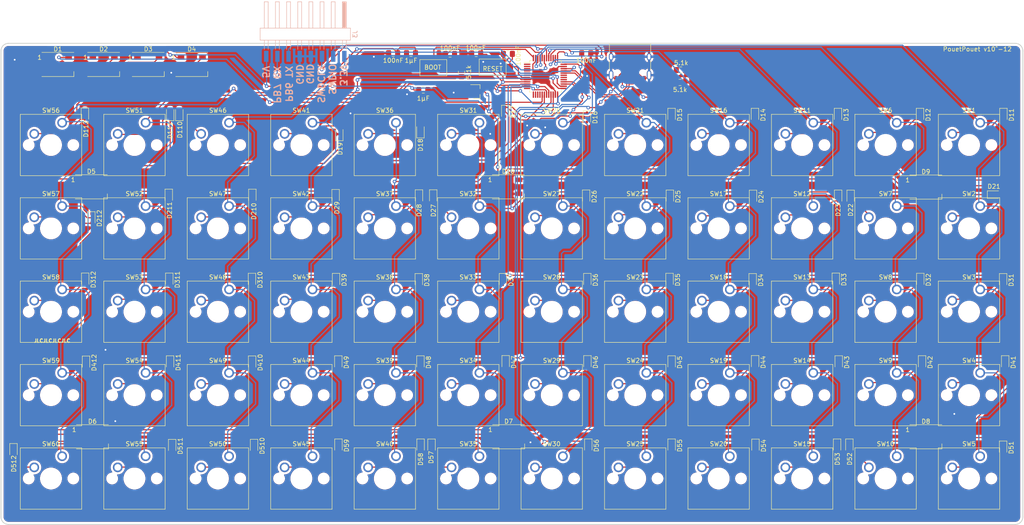
<source format=kicad_pcb>
(kicad_pcb (version 20171130) (host pcbnew 5.1.6-c6e7f7d~87~ubuntu18.04.1)
  (layers (0 F.Cu signal) (31 B.Cu signal) (34 B.Paste user hide) (35 F.Paste user hide) (36 B.SilkS user) (37 F.SilkS user) (38 B.Mask user hide) (39 F.Mask user hide) (44 Edge.Cuts user))
  (net 0 "")
  (net 1 GND)
  (net 2 D+)
  (net 3 "Net-(J1-PadB5)")
  (net 4 D-)
  (net 5 "Net-(J1-PadA5)")
  (net 6 5V)
  (net 7 3.3V)
  (net 8 SWDIO)
  (net 9 SWDCLK)
  (net 10 COL4)
  (net 11 COL5)
  (net 12 COL2)
  (net 13 COL6)
  (net 14 COL3)
  (net 15 COL1)
  (net 16 "Net-(R1-Pad1)")
  (net 17 "Net-(C1-Pad2)")
  (net 18 ROW1)
  (net 19 ROW2)
  (net 20 ROW3)
  (net 21 ROW4)
  (net 22 "Net-(D26-Pad2)")
  (net 23 "Net-(D36-Pad2)")
  (net 24 "Net-(D35-Pad2)")
  (net 25 "Net-(D34-Pad2)")
  (net 26 "Net-(D33-Pad2)")
  (net 27 "Net-(D25-Pad2)")
  (net 28 "Net-(D24-Pad2)")
  (net 29 "Net-(D23-Pad2)")
  (net 30 "Net-(D21-Pad2)")
  (net 31 "Net-(D19-Pad2)")
  (net 32 "Net-(D16-Pad2)")
  (net 33 "Net-(D14-Pad2)")
  (net 34 "Net-(D12-Pad2)")
  (net 35 "Net-(D11-Pad2)")
  (net 36 "Net-(D15-Pad2)")
  (net 37 "Net-(D17-Pad2)")
  (net 38 "Net-(D13-Pad2)")
  (net 39 "Net-(D18-Pad2)")
  (net 40 "Net-(D22-Pad2)")
  (net 41 "Net-(D27-Pad2)")
  (net 42 "Net-(D28-Pad2)")
  (net 43 "Net-(D29-Pad2)")
  (net 44 "Net-(D31-Pad2)")
  (net 45 "Net-(D32-Pad2)")
  (net 46 "Net-(D37-Pad2)")
  (net 47 "Net-(D38-Pad2)")
  (net 48 "Net-(D39-Pad2)")
  (net 49 "Net-(D41-Pad2)")
  (net 50 "Net-(D42-Pad2)")
  (net 51 "Net-(D43-Pad2)")
  (net 52 "Net-(D44-Pad2)")
  (net 53 "Net-(D45-Pad2)")
  (net 54 "Net-(D46-Pad2)")
  (net 55 "Net-(D47-Pad2)")
  (net 56 "Net-(D48-Pad2)")
  (net 57 "Net-(D49-Pad2)")
  (net 58 "Net-(D51-Pad2)")
  (net 59 ROW5)
  (net 60 "Net-(D52-Pad2)")
  (net 61 "Net-(D53-Pad2)")
  (net 62 "Net-(D54-Pad2)")
  (net 63 "Net-(D55-Pad2)")
  (net 64 "Net-(D56-Pad2)")
  (net 65 "Net-(D57-Pad2)")
  (net 66 "Net-(D58-Pad2)")
  (net 67 "Net-(D59-Pad2)")
  (net 68 "Net-(D110-Pad2)")
  (net 69 "Net-(D111-Pad2)")
  (net 70 "Net-(D112-Pad2)")
  (net 71 "Net-(D210-Pad2)")
  (net 72 "Net-(D211-Pad2)")
  (net 73 "Net-(D212-Pad2)")
  (net 74 "Net-(D310-Pad2)")
  (net 75 "Net-(D311-Pad2)")
  (net 76 "Net-(D312-Pad2)")
  (net 77 "Net-(D410-Pad2)")
  (net 78 "Net-(D411-Pad2)")
  (net 79 "Net-(D412-Pad2)")
  (net 80 "Net-(D510-Pad2)")
  (net 81 "Net-(D511-Pad2)")
  (net 82 "Net-(D512-Pad2)")
  (net 83 COL7)
  (net 84 COL8)
  (net 85 COL9)
  (net 86 COL10)
  (net 87 COL11)
  (net 88 COL12)
  (net 89 "Net-(D1-Pad2)")
  (net 90 "Net-(D2-Pad2)")
  (net 91 "Net-(D3-Pad2)")
  (net 92 "Net-(D4-Pad2)")
  (net 93 "Net-(D5-Pad2)")
  (net 94 "Net-(D6-Pad2)")
  (net 95 "Net-(D7-Pad2)")
  (net 96 "Net-(D8-Pad2)")
  (net 97 "Net-(D10-Pad4)")
  (net 98 SPI1_MOSI_PA7)
  (net 99 U1_TX_PB6)
  (net 100 U1_RX_PB7)
  (module kicad-harwin:Harwin_M20-89008xx_1x08_P2.54mm_Horizontal (layer B.Cu) (at 207.7521 2.801 90)
    (fp_text reference J3 (at -0.48 11.36 90) (layer B.SilkS) (effects (justify mirror)))
    (fp_text value Conn_01x08_Male)
    (pad "" smd rect (at 3.895 8.89 90) (size 6 0.76) (layers B.SilkS))
    (pad 8 smd rect (at -5.525 -8.89 90) (size 2.5 1) (layers B.Cu B.Paste B.Mask) (net 6 5V))
    (pad 7 smd rect (at -5.525 -6.35 90) (size 2.5 1) (layers B.Cu B.Paste B.Mask) (net 100 U1_RX_PB7))
    (pad 6 smd rect (at -5.525 -3.81 90) (size 2.5 1) (layers B.Cu B.Paste B.Mask) (net 99 U1_TX_PB6))
    (pad 5 smd rect (at -5.525 -1.27 90) (size 2.5 1) (layers B.Cu B.Paste B.Mask) (net 1 GND))
    (pad 4 smd rect (at -5.525 1.27 90) (size 2.5 1) (layers B.Cu B.Paste B.Mask) (net 1 GND))
    (pad 3 smd rect (at -5.525 3.81 90) (size 2.5 1) (layers B.Cu B.Paste B.Mask) (net 9 SWDCLK))
    (pad 2 smd rect (at -5.525 6.35 90) (size 2.5 1) (layers B.Cu B.Paste B.Mask) (net 8 SWDIO))
    (pad 1 smd rect (at -5.525 8.89 90) (size 2.5 1) (layers B.Cu B.Paste B.Mask) (net 7 3.3V))
  )
  (module Button_Switch_Keyboard:SW_Cherry_MX_1.00u_PCB (layer F.Cu) (at 152.4016 99.4585)
    (fp_text reference SW60 (at -2.54 -2.794) (layer F.SilkS))
    (fp_text value SW_Push)
    (pad "" np_thru_hole circle (at 2.54 5.08) (size 1.7 1.7) (drill 1.7) (layers *.Cu *.Mask))
    (pad "" np_thru_hole circle (at -7.62 5.08) (size 1.7 1.7) (drill 1.7) (layers *.Cu *.Mask))
    (pad "" np_thru_hole circle (at -2.54 5.08) (size 4 4) (drill 4) (layers *.Cu *.Mask))
    (pad 2 thru_hole circle (at -6.35 2.54) (size 2.2 2.2) (drill 1.5) (layers *.Cu *.Mask) (net 82 "Net-(D512-Pad2)"))
    (pad 1 thru_hole circle (at 0 0) (size 2.2 2.2) (drill 1.5) (layers *.Cu *.Mask) (net 88 COL12))
  )
  (module Button_Switch_Keyboard:SW_Cherry_MX_1.00u_PCB (layer F.Cu) (at 152.4016 80.4585)
    (fp_text reference SW59 (at -2.54 -2.794) (layer F.SilkS))
    (fp_text value SW_Push)
    (pad "" np_thru_hole circle (at 2.54 5.08) (size 1.7 1.7) (drill 1.7) (layers *.Cu *.Mask))
    (pad "" np_thru_hole circle (at -7.62 5.08) (size 1.7 1.7) (drill 1.7) (layers *.Cu *.Mask))
    (pad "" np_thru_hole circle (at -2.54 5.08) (size 4 4) (drill 4) (layers *.Cu *.Mask))
    (pad 2 thru_hole circle (at -6.35 2.54) (size 2.2 2.2) (drill 1.5) (layers *.Cu *.Mask) (net 79 "Net-(D412-Pad2)"))
    (pad 1 thru_hole circle (at 0 0) (size 2.2 2.2) (drill 1.5) (layers *.Cu *.Mask) (net 88 COL12))
  )
  (module Button_Switch_Keyboard:SW_Cherry_MX_1.00u_PCB (layer F.Cu) (at 152.4016 61.4585)
    (fp_text reference SW58 (at -2.54 -2.794) (layer F.SilkS))
    (fp_text value SW_Push)
    (pad "" np_thru_hole circle (at 2.54 5.08) (size 1.7 1.7) (drill 1.7) (layers *.Cu *.Mask))
    (pad "" np_thru_hole circle (at -7.62 5.08) (size 1.7 1.7) (drill 1.7) (layers *.Cu *.Mask))
    (pad "" np_thru_hole circle (at -2.54 5.08) (size 4 4) (drill 4) (layers *.Cu *.Mask))
    (pad 2 thru_hole circle (at -6.35 2.54) (size 2.2 2.2) (drill 1.5) (layers *.Cu *.Mask) (net 76 "Net-(D312-Pad2)"))
    (pad 1 thru_hole circle (at 0 0) (size 2.2 2.2) (drill 1.5) (layers *.Cu *.Mask) (net 88 COL12))
  )
  (module Button_Switch_Keyboard:SW_Cherry_MX_1.00u_PCB (layer F.Cu) (at 152.4016 42.4585)
    (fp_text reference SW57 (at -2.54 -2.794) (layer F.SilkS))
    (fp_text value SW_Push)
    (pad "" np_thru_hole circle (at 2.54 5.08) (size 1.7 1.7) (drill 1.7) (layers *.Cu *.Mask))
    (pad "" np_thru_hole circle (at -7.62 5.08) (size 1.7 1.7) (drill 1.7) (layers *.Cu *.Mask))
    (pad "" np_thru_hole circle (at -2.54 5.08) (size 4 4) (drill 4) (layers *.Cu *.Mask))
    (pad 2 thru_hole circle (at -6.35 2.54) (size 2.2 2.2) (drill 1.5) (layers *.Cu *.Mask) (net 73 "Net-(D212-Pad2)"))
    (pad 1 thru_hole circle (at 0 0) (size 2.2 2.2) (drill 1.5) (layers *.Cu *.Mask) (net 88 COL12))
  )
  (module Button_Switch_Keyboard:SW_Cherry_MX_1.00u_PCB (layer F.Cu) (at 152.4016 23.4585)
    (fp_text reference SW56 (at -2.54 -2.794) (layer F.SilkS))
    (fp_text value SW_Push)
    (pad "" np_thru_hole circle (at 2.54 5.08) (size 1.7 1.7) (drill 1.7) (layers *.Cu *.Mask))
    (pad "" np_thru_hole circle (at -7.62 5.08) (size 1.7 1.7) (drill 1.7) (layers *.Cu *.Mask))
    (pad "" np_thru_hole circle (at -2.54 5.08) (size 4 4) (drill 4) (layers *.Cu *.Mask))
    (pad 2 thru_hole circle (at -6.35 2.54) (size 2.2 2.2) (drill 1.5) (layers *.Cu *.Mask) (net 70 "Net-(D112-Pad2)"))
    (pad 1 thru_hole circle (at 0 0) (size 2.2 2.2) (drill 1.5) (layers *.Cu *.Mask) (net 88 COL12))
  )
  (module Button_Switch_Keyboard:SW_Cherry_MX_1.00u_PCB (layer F.Cu) (at 171.4016 99.4585)
    (fp_text reference SW55 (at -2.54 -2.794) (layer F.SilkS))
    (fp_text value SW_Push)
    (pad "" np_thru_hole circle (at 2.54 5.08) (size 1.7 1.7) (drill 1.7) (layers *.Cu *.Mask))
    (pad "" np_thru_hole circle (at -7.62 5.08) (size 1.7 1.7) (drill 1.7) (layers *.Cu *.Mask))
    (pad "" np_thru_hole circle (at -2.54 5.08) (size 4 4) (drill 4) (layers *.Cu *.Mask))
    (pad 2 thru_hole circle (at -6.35 2.54) (size 2.2 2.2) (drill 1.5) (layers *.Cu *.Mask) (net 81 "Net-(D511-Pad2)"))
    (pad 1 thru_hole circle (at 0 0) (size 2.2 2.2) (drill 1.5) (layers *.Cu *.Mask) (net 87 COL11))
  )
  (module Button_Switch_Keyboard:SW_Cherry_MX_1.00u_PCB (layer F.Cu) (at 171.4016 80.4585)
    (fp_text reference SW54 (at -2.54 -2.794) (layer F.SilkS))
    (fp_text value SW_Push)
    (pad "" np_thru_hole circle (at 2.54 5.08) (size 1.7 1.7) (drill 1.7) (layers *.Cu *.Mask))
    (pad "" np_thru_hole circle (at -7.62 5.08) (size 1.7 1.7) (drill 1.7) (layers *.Cu *.Mask))
    (pad "" np_thru_hole circle (at -2.54 5.08) (size 4 4) (drill 4) (layers *.Cu *.Mask))
    (pad 2 thru_hole circle (at -6.35 2.54) (size 2.2 2.2) (drill 1.5) (layers *.Cu *.Mask) (net 78 "Net-(D411-Pad2)"))
    (pad 1 thru_hole circle (at 0 0) (size 2.2 2.2) (drill 1.5) (layers *.Cu *.Mask) (net 87 COL11))
  )
  (module Button_Switch_Keyboard:SW_Cherry_MX_1.00u_PCB (layer F.Cu) (at 171.4016 61.4585)
    (fp_text reference SW53 (at -2.54 -2.794) (layer F.SilkS))
    (fp_text value SW_Push)
    (pad "" np_thru_hole circle (at 2.54 5.08) (size 1.7 1.7) (drill 1.7) (layers *.Cu *.Mask))
    (pad "" np_thru_hole circle (at -7.62 5.08) (size 1.7 1.7) (drill 1.7) (layers *.Cu *.Mask))
    (pad "" np_thru_hole circle (at -2.54 5.08) (size 4 4) (drill 4) (layers *.Cu *.Mask))
    (pad 2 thru_hole circle (at -6.35 2.54) (size 2.2 2.2) (drill 1.5) (layers *.Cu *.Mask) (net 75 "Net-(D311-Pad2)"))
    (pad 1 thru_hole circle (at 0 0) (size 2.2 2.2) (drill 1.5) (layers *.Cu *.Mask) (net 87 COL11))
  )
  (module Button_Switch_Keyboard:SW_Cherry_MX_1.00u_PCB (layer F.Cu) (at 171.4016 42.4585)
    (fp_text reference SW52 (at -2.54 -2.794) (layer F.SilkS))
    (fp_text value SW_Push)
    (pad "" np_thru_hole circle (at 2.54 5.08) (size 1.7 1.7) (drill 1.7) (layers *.Cu *.Mask))
    (pad "" np_thru_hole circle (at -7.62 5.08) (size 1.7 1.7) (drill 1.7) (layers *.Cu *.Mask))
    (pad "" np_thru_hole circle (at -2.54 5.08) (size 4 4) (drill 4) (layers *.Cu *.Mask))
    (pad 2 thru_hole circle (at -6.35 2.54) (size 2.2 2.2) (drill 1.5) (layers *.Cu *.Mask) (net 72 "Net-(D211-Pad2)"))
    (pad 1 thru_hole circle (at 0 0) (size 2.2 2.2) (drill 1.5) (layers *.Cu *.Mask) (net 87 COL11))
  )
  (module Button_Switch_Keyboard:SW_Cherry_MX_1.00u_PCB (layer F.Cu) (at 171.4016 23.4585)
    (fp_text reference SW51 (at -2.54 -2.794) (layer F.SilkS))
    (fp_text value SW_Push)
    (pad "" np_thru_hole circle (at 2.54 5.08) (size 1.7 1.7) (drill 1.7) (layers *.Cu *.Mask))
    (pad "" np_thru_hole circle (at -7.62 5.08) (size 1.7 1.7) (drill 1.7) (layers *.Cu *.Mask))
    (pad "" np_thru_hole circle (at -2.54 5.08) (size 4 4) (drill 4) (layers *.Cu *.Mask))
    (pad 2 thru_hole circle (at -6.35 2.54) (size 2.2 2.2) (drill 1.5) (layers *.Cu *.Mask) (net 69 "Net-(D111-Pad2)"))
    (pad 1 thru_hole circle (at 0 0) (size 2.2 2.2) (drill 1.5) (layers *.Cu *.Mask) (net 87 COL11))
  )
  (module Button_Switch_Keyboard:SW_Cherry_MX_1.00u_PCB (layer F.Cu) (at 190.4016 99.4585)
    (fp_text reference SW50 (at -2.54 -2.794) (layer F.SilkS))
    (fp_text value SW_Push)
    (pad "" np_thru_hole circle (at 2.54 5.08) (size 1.7 1.7) (drill 1.7) (layers *.Cu *.Mask))
    (pad "" np_thru_hole circle (at -7.62 5.08) (size 1.7 1.7) (drill 1.7) (layers *.Cu *.Mask))
    (pad "" np_thru_hole circle (at -2.54 5.08) (size 4 4) (drill 4) (layers *.Cu *.Mask))
    (pad 2 thru_hole circle (at -6.35 2.54) (size 2.2 2.2) (drill 1.5) (layers *.Cu *.Mask) (net 80 "Net-(D510-Pad2)"))
    (pad 1 thru_hole circle (at 0 0) (size 2.2 2.2) (drill 1.5) (layers *.Cu *.Mask) (net 86 COL10))
  )
  (module Button_Switch_Keyboard:SW_Cherry_MX_1.00u_PCB (layer F.Cu) (at 190.4016 80.4585)
    (fp_text reference SW49 (at -2.54 -2.794) (layer F.SilkS))
    (fp_text value SW_Push)
    (pad "" np_thru_hole circle (at 2.54 5.08) (size 1.7 1.7) (drill 1.7) (layers *.Cu *.Mask))
    (pad "" np_thru_hole circle (at -7.62 5.08) (size 1.7 1.7) (drill 1.7) (layers *.Cu *.Mask))
    (pad "" np_thru_hole circle (at -2.54 5.08) (size 4 4) (drill 4) (layers *.Cu *.Mask))
    (pad 2 thru_hole circle (at -6.35 2.54) (size 2.2 2.2) (drill 1.5) (layers *.Cu *.Mask) (net 77 "Net-(D410-Pad2)"))
    (pad 1 thru_hole circle (at 0 0) (size 2.2 2.2) (drill 1.5) (layers *.Cu *.Mask) (net 86 COL10))
  )
  (module Button_Switch_Keyboard:SW_Cherry_MX_1.00u_PCB (layer F.Cu) (at 190.4016 61.4585)
    (fp_text reference SW48 (at -2.54 -2.794) (layer F.SilkS))
    (fp_text value SW_Push)
    (pad "" np_thru_hole circle (at 2.54 5.08) (size 1.7 1.7) (drill 1.7) (layers *.Cu *.Mask))
    (pad "" np_thru_hole circle (at -7.62 5.08) (size 1.7 1.7) (drill 1.7) (layers *.Cu *.Mask))
    (pad "" np_thru_hole circle (at -2.54 5.08) (size 4 4) (drill 4) (layers *.Cu *.Mask))
    (pad 2 thru_hole circle (at -6.35 2.54) (size 2.2 2.2) (drill 1.5) (layers *.Cu *.Mask) (net 74 "Net-(D310-Pad2)"))
    (pad 1 thru_hole circle (at 0 0) (size 2.2 2.2) (drill 1.5) (layers *.Cu *.Mask) (net 86 COL10))
  )
  (module Button_Switch_Keyboard:SW_Cherry_MX_1.00u_PCB (layer F.Cu) (at 190.4016 42.4585)
    (fp_text reference SW47 (at -2.54 -2.794) (layer F.SilkS))
    (fp_text value SW_Push)
    (pad "" np_thru_hole circle (at 2.54 5.08) (size 1.7 1.7) (drill 1.7) (layers *.Cu *.Mask))
    (pad "" np_thru_hole circle (at -7.62 5.08) (size 1.7 1.7) (drill 1.7) (layers *.Cu *.Mask))
    (pad "" np_thru_hole circle (at -2.54 5.08) (size 4 4) (drill 4) (layers *.Cu *.Mask))
    (pad 2 thru_hole circle (at -6.35 2.54) (size 2.2 2.2) (drill 1.5) (layers *.Cu *.Mask) (net 71 "Net-(D210-Pad2)"))
    (pad 1 thru_hole circle (at 0 0) (size 2.2 2.2) (drill 1.5) (layers *.Cu *.Mask) (net 86 COL10))
  )
  (module Button_Switch_Keyboard:SW_Cherry_MX_1.00u_PCB (layer F.Cu) (at 190.4016 23.4585)
    (fp_text reference SW46 (at -2.54 -2.794) (layer F.SilkS))
    (fp_text value SW_Push)
    (pad "" np_thru_hole circle (at 2.54 5.08) (size 1.7 1.7) (drill 1.7) (layers *.Cu *.Mask))
    (pad "" np_thru_hole circle (at -7.62 5.08) (size 1.7 1.7) (drill 1.7) (layers *.Cu *.Mask))
    (pad "" np_thru_hole circle (at -2.54 5.08) (size 4 4) (drill 4) (layers *.Cu *.Mask))
    (pad 2 thru_hole circle (at -6.35 2.54) (size 2.2 2.2) (drill 1.5) (layers *.Cu *.Mask) (net 68 "Net-(D110-Pad2)"))
    (pad 1 thru_hole circle (at 0 0) (size 2.2 2.2) (drill 1.5) (layers *.Cu *.Mask) (net 86 COL10))
  )
  (module Button_Switch_Keyboard:SW_Cherry_MX_1.00u_PCB (layer F.Cu) (at 209.4016 99.4585)
    (fp_text reference SW45 (at -2.54 -2.794) (layer F.SilkS))
    (fp_text value SW_Push)
    (pad "" np_thru_hole circle (at 2.54 5.08) (size 1.7 1.7) (drill 1.7) (layers *.Cu *.Mask))
    (pad "" np_thru_hole circle (at -7.62 5.08) (size 1.7 1.7) (drill 1.7) (layers *.Cu *.Mask))
    (pad "" np_thru_hole circle (at -2.54 5.08) (size 4 4) (drill 4) (layers *.Cu *.Mask))
    (pad 2 thru_hole circle (at -6.35 2.54) (size 2.2 2.2) (drill 1.5) (layers *.Cu *.Mask) (net 67 "Net-(D59-Pad2)"))
    (pad 1 thru_hole circle (at 0 0) (size 2.2 2.2) (drill 1.5) (layers *.Cu *.Mask) (net 85 COL9))
  )
  (module Button_Switch_Keyboard:SW_Cherry_MX_1.00u_PCB (layer F.Cu) (at 209.4016 80.4585)
    (fp_text reference SW44 (at -2.54 -2.794) (layer F.SilkS))
    (fp_text value SW_Push)
    (pad "" np_thru_hole circle (at 2.54 5.08) (size 1.7 1.7) (drill 1.7) (layers *.Cu *.Mask))
    (pad "" np_thru_hole circle (at -7.62 5.08) (size 1.7 1.7) (drill 1.7) (layers *.Cu *.Mask))
    (pad "" np_thru_hole circle (at -2.54 5.08) (size 4 4) (drill 4) (layers *.Cu *.Mask))
    (pad 2 thru_hole circle (at -6.35 2.54) (size 2.2 2.2) (drill 1.5) (layers *.Cu *.Mask) (net 57 "Net-(D49-Pad2)"))
    (pad 1 thru_hole circle (at 0 0) (size 2.2 2.2) (drill 1.5) (layers *.Cu *.Mask) (net 85 COL9))
  )
  (module Button_Switch_Keyboard:SW_Cherry_MX_1.00u_PCB (layer F.Cu) (at 209.4016 61.4585)
    (fp_text reference SW43 (at -2.54 -2.794) (layer F.SilkS))
    (fp_text value SW_Push)
    (pad "" np_thru_hole circle (at 2.54 5.08) (size 1.7 1.7) (drill 1.7) (layers *.Cu *.Mask))
    (pad "" np_thru_hole circle (at -7.62 5.08) (size 1.7 1.7) (drill 1.7) (layers *.Cu *.Mask))
    (pad "" np_thru_hole circle (at -2.54 5.08) (size 4 4) (drill 4) (layers *.Cu *.Mask))
    (pad 2 thru_hole circle (at -6.35 2.54) (size 2.2 2.2) (drill 1.5) (layers *.Cu *.Mask) (net 48 "Net-(D39-Pad2)"))
    (pad 1 thru_hole circle (at 0 0) (size 2.2 2.2) (drill 1.5) (layers *.Cu *.Mask) (net 85 COL9))
  )
  (module Button_Switch_Keyboard:SW_Cherry_MX_1.00u_PCB (layer F.Cu) (at 209.4016 42.4585)
    (fp_text reference SW42 (at -2.54 -2.794) (layer F.SilkS))
    (fp_text value SW_Push)
    (pad "" np_thru_hole circle (at 2.54 5.08) (size 1.7 1.7) (drill 1.7) (layers *.Cu *.Mask))
    (pad "" np_thru_hole circle (at -7.62 5.08) (size 1.7 1.7) (drill 1.7) (layers *.Cu *.Mask))
    (pad "" np_thru_hole circle (at -2.54 5.08) (size 4 4) (drill 4) (layers *.Cu *.Mask))
    (pad 2 thru_hole circle (at -6.35 2.54) (size 2.2 2.2) (drill 1.5) (layers *.Cu *.Mask) (net 43 "Net-(D29-Pad2)"))
    (pad 1 thru_hole circle (at 0 0) (size 2.2 2.2) (drill 1.5) (layers *.Cu *.Mask) (net 85 COL9))
  )
  (module Button_Switch_Keyboard:SW_Cherry_MX_1.00u_PCB (layer F.Cu) (at 209.4016 23.4585)
    (fp_text reference SW41 (at -2.54 -2.794) (layer F.SilkS))
    (fp_text value SW_Push)
    (pad "" np_thru_hole circle (at 2.54 5.08) (size 1.7 1.7) (drill 1.7) (layers *.Cu *.Mask))
    (pad "" np_thru_hole circle (at -7.62 5.08) (size 1.7 1.7) (drill 1.7) (layers *.Cu *.Mask))
    (pad "" np_thru_hole circle (at -2.54 5.08) (size 4 4) (drill 4) (layers *.Cu *.Mask))
    (pad 2 thru_hole circle (at -6.35 2.54) (size 2.2 2.2) (drill 1.5) (layers *.Cu *.Mask) (net 31 "Net-(D19-Pad2)"))
    (pad 1 thru_hole circle (at 0 0) (size 2.2 2.2) (drill 1.5) (layers *.Cu *.Mask) (net 85 COL9))
  )
  (module Button_Switch_Keyboard:SW_Cherry_MX_1.00u_PCB (layer F.Cu) (at 228.4016 99.4585)
    (fp_text reference SW40 (at -2.54 -2.794) (layer F.SilkS))
    (fp_text value SW_Push)
    (pad "" np_thru_hole circle (at 2.54 5.08) (size 1.7 1.7) (drill 1.7) (layers *.Cu *.Mask))
    (pad "" np_thru_hole circle (at -7.62 5.08) (size 1.7 1.7) (drill 1.7) (layers *.Cu *.Mask))
    (pad "" np_thru_hole circle (at -2.54 5.08) (size 4 4) (drill 4) (layers *.Cu *.Mask))
    (pad 2 thru_hole circle (at -6.35 2.54) (size 2.2 2.2) (drill 1.5) (layers *.Cu *.Mask) (net 66 "Net-(D58-Pad2)"))
    (pad 1 thru_hole circle (at 0 0) (size 2.2 2.2) (drill 1.5) (layers *.Cu *.Mask) (net 84 COL8))
  )
  (module Button_Switch_Keyboard:SW_Cherry_MX_1.00u_PCB (layer F.Cu) (at 228.4016 80.4585)
    (fp_text reference SW39 (at -2.54 -2.794) (layer F.SilkS))
    (fp_text value SW_Push)
    (pad "" np_thru_hole circle (at 2.54 5.08) (size 1.7 1.7) (drill 1.7) (layers *.Cu *.Mask))
    (pad "" np_thru_hole circle (at -7.62 5.08) (size 1.7 1.7) (drill 1.7) (layers *.Cu *.Mask))
    (pad "" np_thru_hole circle (at -2.54 5.08) (size 4 4) (drill 4) (layers *.Cu *.Mask))
    (pad 2 thru_hole circle (at -6.35 2.54) (size 2.2 2.2) (drill 1.5) (layers *.Cu *.Mask) (net 56 "Net-(D48-Pad2)"))
    (pad 1 thru_hole circle (at 0 0) (size 2.2 2.2) (drill 1.5) (layers *.Cu *.Mask) (net 84 COL8))
  )
  (module Button_Switch_Keyboard:SW_Cherry_MX_1.00u_PCB (layer F.Cu) (at 228.4016 61.4585)
    (fp_text reference SW38 (at -2.54 -2.794) (layer F.SilkS))
    (fp_text value SW_Push)
    (pad "" np_thru_hole circle (at 2.54 5.08) (size 1.7 1.7) (drill 1.7) (layers *.Cu *.Mask))
    (pad "" np_thru_hole circle (at -7.62 5.08) (size 1.7 1.7) (drill 1.7) (layers *.Cu *.Mask))
    (pad "" np_thru_hole circle (at -2.54 5.08) (size 4 4) (drill 4) (layers *.Cu *.Mask))
    (pad 2 thru_hole circle (at -6.35 2.54) (size 2.2 2.2) (drill 1.5) (layers *.Cu *.Mask) (net 47 "Net-(D38-Pad2)"))
    (pad 1 thru_hole circle (at 0 0) (size 2.2 2.2) (drill 1.5) (layers *.Cu *.Mask) (net 84 COL8))
  )
  (module Button_Switch_Keyboard:SW_Cherry_MX_1.00u_PCB (layer F.Cu) (at 228.4016 42.4585)
    (fp_text reference SW37 (at -2.54 -2.794) (layer F.SilkS))
    (fp_text value SW_Push)
    (pad "" np_thru_hole circle (at 2.54 5.08) (size 1.7 1.7) (drill 1.7) (layers *.Cu *.Mask))
    (pad "" np_thru_hole circle (at -7.62 5.08) (size 1.7 1.7) (drill 1.7) (layers *.Cu *.Mask))
    (pad "" np_thru_hole circle (at -2.54 5.08) (size 4 4) (drill 4) (layers *.Cu *.Mask))
    (pad 2 thru_hole circle (at -6.35 2.54) (size 2.2 2.2) (drill 1.5) (layers *.Cu *.Mask) (net 42 "Net-(D28-Pad2)"))
    (pad 1 thru_hole circle (at 0 0) (size 2.2 2.2) (drill 1.5) (layers *.Cu *.Mask) (net 84 COL8))
  )
  (module Button_Switch_Keyboard:SW_Cherry_MX_1.00u_PCB (layer F.Cu) (at 228.4016 23.4585)
    (fp_text reference SW36 (at -2.54 -2.794) (layer F.SilkS))
    (fp_text value SW_Push)
    (pad "" np_thru_hole circle (at 2.54 5.08) (size 1.7 1.7) (drill 1.7) (layers *.Cu *.Mask))
    (pad "" np_thru_hole circle (at -7.62 5.08) (size 1.7 1.7) (drill 1.7) (layers *.Cu *.Mask))
    (pad "" np_thru_hole circle (at -2.54 5.08) (size 4 4) (drill 4) (layers *.Cu *.Mask))
    (pad 2 thru_hole circle (at -6.35 2.54) (size 2.2 2.2) (drill 1.5) (layers *.Cu *.Mask) (net 39 "Net-(D18-Pad2)"))
    (pad 1 thru_hole circle (at 0 0) (size 2.2 2.2) (drill 1.5) (layers *.Cu *.Mask) (net 84 COL8))
  )
  (module Button_Switch_Keyboard:SW_Cherry_MX_1.00u_PCB (layer F.Cu) (at 247.4016 99.4585)
    (fp_text reference SW35 (at -2.54 -2.794) (layer F.SilkS))
    (fp_text value SW_Push)
    (pad "" np_thru_hole circle (at 2.54 5.08) (size 1.7 1.7) (drill 1.7) (layers *.Cu *.Mask))
    (pad "" np_thru_hole circle (at -7.62 5.08) (size 1.7 1.7) (drill 1.7) (layers *.Cu *.Mask))
    (pad "" np_thru_hole circle (at -2.54 5.08) (size 4 4) (drill 4) (layers *.Cu *.Mask))
    (pad 2 thru_hole circle (at -6.35 2.54) (size 2.2 2.2) (drill 1.5) (layers *.Cu *.Mask) (net 65 "Net-(D57-Pad2)"))
    (pad 1 thru_hole circle (at 0 0) (size 2.2 2.2) (drill 1.5) (layers *.Cu *.Mask) (net 83 COL7))
  )
  (module Button_Switch_Keyboard:SW_Cherry_MX_1.00u_PCB (layer F.Cu) (at 247.4016 80.4585)
    (fp_text reference SW34 (at -2.54 -2.794) (layer F.SilkS))
    (fp_text value SW_Push)
    (pad "" np_thru_hole circle (at 2.54 5.08) (size 1.7 1.7) (drill 1.7) (layers *.Cu *.Mask))
    (pad "" np_thru_hole circle (at -7.62 5.08) (size 1.7 1.7) (drill 1.7) (layers *.Cu *.Mask))
    (pad "" np_thru_hole circle (at -2.54 5.08) (size 4 4) (drill 4) (layers *.Cu *.Mask))
    (pad 2 thru_hole circle (at -6.35 2.54) (size 2.2 2.2) (drill 1.5) (layers *.Cu *.Mask) (net 55 "Net-(D47-Pad2)"))
    (pad 1 thru_hole circle (at 0 0) (size 2.2 2.2) (drill 1.5) (layers *.Cu *.Mask) (net 83 COL7))
  )
  (module Button_Switch_Keyboard:SW_Cherry_MX_1.00u_PCB (layer F.Cu) (at 247.4016 61.4585)
    (fp_text reference SW33 (at -2.54 -2.794) (layer F.SilkS))
    (fp_text value SW_Push)
    (pad "" np_thru_hole circle (at 2.54 5.08) (size 1.7 1.7) (drill 1.7) (layers *.Cu *.Mask))
    (pad "" np_thru_hole circle (at -7.62 5.08) (size 1.7 1.7) (drill 1.7) (layers *.Cu *.Mask))
    (pad "" np_thru_hole circle (at -2.54 5.08) (size 4 4) (drill 4) (layers *.Cu *.Mask))
    (pad 2 thru_hole circle (at -6.35 2.54) (size 2.2 2.2) (drill 1.5) (layers *.Cu *.Mask) (net 46 "Net-(D37-Pad2)"))
    (pad 1 thru_hole circle (at 0 0) (size 2.2 2.2) (drill 1.5) (layers *.Cu *.Mask) (net 83 COL7))
  )
  (module Button_Switch_Keyboard:SW_Cherry_MX_1.00u_PCB (layer F.Cu) (at 247.4016 42.4585)
    (fp_text reference SW32 (at -2.54 -2.794) (layer F.SilkS))
    (fp_text value SW_Push)
    (pad "" np_thru_hole circle (at 2.54 5.08) (size 1.7 1.7) (drill 1.7) (layers *.Cu *.Mask))
    (pad "" np_thru_hole circle (at -7.62 5.08) (size 1.7 1.7) (drill 1.7) (layers *.Cu *.Mask))
    (pad "" np_thru_hole circle (at -2.54 5.08) (size 4 4) (drill 4) (layers *.Cu *.Mask))
    (pad 2 thru_hole circle (at -6.35 2.54) (size 2.2 2.2) (drill 1.5) (layers *.Cu *.Mask) (net 41 "Net-(D27-Pad2)"))
    (pad 1 thru_hole circle (at 0 0) (size 2.2 2.2) (drill 1.5) (layers *.Cu *.Mask) (net 83 COL7))
  )
  (module Button_Switch_Keyboard:SW_Cherry_MX_1.00u_PCB (layer F.Cu) (at 247.4016 23.4585)
    (fp_text reference SW31 (at -2.54 -2.794) (layer F.SilkS))
    (fp_text value SW_Push)
    (pad "" np_thru_hole circle (at 2.54 5.08) (size 1.7 1.7) (drill 1.7) (layers *.Cu *.Mask))
    (pad "" np_thru_hole circle (at -7.62 5.08) (size 1.7 1.7) (drill 1.7) (layers *.Cu *.Mask))
    (pad "" np_thru_hole circle (at -2.54 5.08) (size 4 4) (drill 4) (layers *.Cu *.Mask))
    (pad 2 thru_hole circle (at -6.35 2.54) (size 2.2 2.2) (drill 1.5) (layers *.Cu *.Mask) (net 37 "Net-(D17-Pad2)"))
    (pad 1 thru_hole circle (at 0 0) (size 2.2 2.2) (drill 1.5) (layers *.Cu *.Mask) (net 83 COL7))
  )
  (module Button_Switch_Keyboard:SW_Cherry_MX_1.00u_PCB (layer F.Cu) (at 266.4016 99.4585)
    (fp_text reference SW30 (at -2.54 -2.794) (layer F.SilkS))
    (fp_text value SW_Push)
    (pad "" np_thru_hole circle (at 2.54 5.08) (size 1.7 1.7) (drill 1.7) (layers *.Cu *.Mask))
    (pad "" np_thru_hole circle (at -7.62 5.08) (size 1.7 1.7) (drill 1.7) (layers *.Cu *.Mask))
    (pad "" np_thru_hole circle (at -2.54 5.08) (size 4 4) (drill 4) (layers *.Cu *.Mask))
    (pad 2 thru_hole circle (at -6.35 2.54) (size 2.2 2.2) (drill 1.5) (layers *.Cu *.Mask) (net 64 "Net-(D56-Pad2)"))
    (pad 1 thru_hole circle (at 0 0) (size 2.2 2.2) (drill 1.5) (layers *.Cu *.Mask) (net 13 COL6))
  )
  (module Button_Switch_Keyboard:SW_Cherry_MX_1.00u_PCB (layer F.Cu) (at 266.4016 80.4585)
    (fp_text reference SW29 (at -2.54 -2.794) (layer F.SilkS))
    (fp_text value SW_Push)
    (pad "" np_thru_hole circle (at 2.54 5.08) (size 1.7 1.7) (drill 1.7) (layers *.Cu *.Mask))
    (pad "" np_thru_hole circle (at -7.62 5.08) (size 1.7 1.7) (drill 1.7) (layers *.Cu *.Mask))
    (pad "" np_thru_hole circle (at -2.54 5.08) (size 4 4) (drill 4) (layers *.Cu *.Mask))
    (pad 2 thru_hole circle (at -6.35 2.54) (size 2.2 2.2) (drill 1.5) (layers *.Cu *.Mask) (net 54 "Net-(D46-Pad2)"))
    (pad 1 thru_hole circle (at 0 0) (size 2.2 2.2) (drill 1.5) (layers *.Cu *.Mask) (net 13 COL6))
  )
  (module Button_Switch_Keyboard:SW_Cherry_MX_1.00u_PCB (layer F.Cu) (at 266.4016 61.4585)
    (fp_text reference SW28 (at -2.54 -2.794) (layer F.SilkS))
    (fp_text value SW_Push)
    (pad "" np_thru_hole circle (at 2.54 5.08) (size 1.7 1.7) (drill 1.7) (layers *.Cu *.Mask))
    (pad "" np_thru_hole circle (at -7.62 5.08) (size 1.7 1.7) (drill 1.7) (layers *.Cu *.Mask))
    (pad "" np_thru_hole circle (at -2.54 5.08) (size 4 4) (drill 4) (layers *.Cu *.Mask))
    (pad 2 thru_hole circle (at -6.35 2.54) (size 2.2 2.2) (drill 1.5) (layers *.Cu *.Mask) (net 23 "Net-(D36-Pad2)"))
    (pad 1 thru_hole circle (at 0 0) (size 2.2 2.2) (drill 1.5) (layers *.Cu *.Mask) (net 13 COL6))
  )
  (module Button_Switch_Keyboard:SW_Cherry_MX_1.00u_PCB (layer F.Cu) (at 266.4016 42.4585)
    (fp_text reference SW27 (at -2.54 -2.794) (layer F.SilkS))
    (fp_text value SW_Push)
    (pad "" np_thru_hole circle (at 2.54 5.08) (size 1.7 1.7) (drill 1.7) (layers *.Cu *.Mask))
    (pad "" np_thru_hole circle (at -7.62 5.08) (size 1.7 1.7) (drill 1.7) (layers *.Cu *.Mask))
    (pad "" np_thru_hole circle (at -2.54 5.08) (size 4 4) (drill 4) (layers *.Cu *.Mask))
    (pad 2 thru_hole circle (at -6.35 2.54) (size 2.2 2.2) (drill 1.5) (layers *.Cu *.Mask) (net 22 "Net-(D26-Pad2)"))
    (pad 1 thru_hole circle (at 0 0) (size 2.2 2.2) (drill 1.5) (layers *.Cu *.Mask) (net 13 COL6))
  )
  (module Button_Switch_Keyboard:SW_Cherry_MX_1.00u_PCB (layer F.Cu) (at 266.4016 23.4585)
    (fp_text reference SW26 (at -2.54 -2.794) (layer F.SilkS))
    (fp_text value SW_Push)
    (pad "" np_thru_hole circle (at 2.54 5.08) (size 1.7 1.7) (drill 1.7) (layers *.Cu *.Mask))
    (pad "" np_thru_hole circle (at -7.62 5.08) (size 1.7 1.7) (drill 1.7) (layers *.Cu *.Mask))
    (pad "" np_thru_hole circle (at -2.54 5.08) (size 4 4) (drill 4) (layers *.Cu *.Mask))
    (pad 2 thru_hole circle (at -6.35 2.54) (size 2.2 2.2) (drill 1.5) (layers *.Cu *.Mask) (net 32 "Net-(D16-Pad2)"))
    (pad 1 thru_hole circle (at 0 0) (size 2.2 2.2) (drill 1.5) (layers *.Cu *.Mask) (net 13 COL6))
  )
  (module Button_Switch_Keyboard:SW_Cherry_MX_1.00u_PCB (layer F.Cu) (at 285.4016 99.4585)
    (fp_text reference SW25 (at -2.54 -2.794) (layer F.SilkS))
    (fp_text value SW_Push)
    (pad "" np_thru_hole circle (at 2.54 5.08) (size 1.7 1.7) (drill 1.7) (layers *.Cu *.Mask))
    (pad "" np_thru_hole circle (at -7.62 5.08) (size 1.7 1.7) (drill 1.7) (layers *.Cu *.Mask))
    (pad "" np_thru_hole circle (at -2.54 5.08) (size 4 4) (drill 4) (layers *.Cu *.Mask))
    (pad 2 thru_hole circle (at -6.35 2.54) (size 2.2 2.2) (drill 1.5) (layers *.Cu *.Mask) (net 63 "Net-(D55-Pad2)"))
    (pad 1 thru_hole circle (at 0 0) (size 2.2 2.2) (drill 1.5) (layers *.Cu *.Mask) (net 11 COL5))
  )
  (module Button_Switch_Keyboard:SW_Cherry_MX_1.00u_PCB (layer F.Cu) (at 285.4016 80.4585)
    (fp_text reference SW24 (at -2.54 -2.794) (layer F.SilkS))
    (fp_text value SW_Push)
    (pad "" np_thru_hole circle (at 2.54 5.08) (size 1.7 1.7) (drill 1.7) (layers *.Cu *.Mask))
    (pad "" np_thru_hole circle (at -7.62 5.08) (size 1.7 1.7) (drill 1.7) (layers *.Cu *.Mask))
    (pad "" np_thru_hole circle (at -2.54 5.08) (size 4 4) (drill 4) (layers *.Cu *.Mask))
    (pad 2 thru_hole circle (at -6.35 2.54) (size 2.2 2.2) (drill 1.5) (layers *.Cu *.Mask) (net 53 "Net-(D45-Pad2)"))
    (pad 1 thru_hole circle (at 0 0) (size 2.2 2.2) (drill 1.5) (layers *.Cu *.Mask) (net 11 COL5))
  )
  (module Button_Switch_Keyboard:SW_Cherry_MX_1.00u_PCB (layer F.Cu) (at 285.4016 61.4585)
    (fp_text reference SW23 (at -2.54 -2.794) (layer F.SilkS))
    (fp_text value SW_Push)
    (pad "" np_thru_hole circle (at 2.54 5.08) (size 1.7 1.7) (drill 1.7) (layers *.Cu *.Mask))
    (pad "" np_thru_hole circle (at -7.62 5.08) (size 1.7 1.7) (drill 1.7) (layers *.Cu *.Mask))
    (pad "" np_thru_hole circle (at -2.54 5.08) (size 4 4) (drill 4) (layers *.Cu *.Mask))
    (pad 2 thru_hole circle (at -6.35 2.54) (size 2.2 2.2) (drill 1.5) (layers *.Cu *.Mask) (net 24 "Net-(D35-Pad2)"))
    (pad 1 thru_hole circle (at 0 0) (size 2.2 2.2) (drill 1.5) (layers *.Cu *.Mask) (net 11 COL5))
  )
  (module Button_Switch_Keyboard:SW_Cherry_MX_1.00u_PCB (layer F.Cu) (at 285.4016 42.4585)
    (fp_text reference SW22 (at -2.54 -2.794) (layer F.SilkS))
    (fp_text value SW_Push)
    (pad "" np_thru_hole circle (at 2.54 5.08) (size 1.7 1.7) (drill 1.7) (layers *.Cu *.Mask))
    (pad "" np_thru_hole circle (at -7.62 5.08) (size 1.7 1.7) (drill 1.7) (layers *.Cu *.Mask))
    (pad "" np_thru_hole circle (at -2.54 5.08) (size 4 4) (drill 4) (layers *.Cu *.Mask))
    (pad 2 thru_hole circle (at -6.35 2.54) (size 2.2 2.2) (drill 1.5) (layers *.Cu *.Mask) (net 27 "Net-(D25-Pad2)"))
    (pad 1 thru_hole circle (at 0 0) (size 2.2 2.2) (drill 1.5) (layers *.Cu *.Mask) (net 11 COL5))
  )
  (module Button_Switch_Keyboard:SW_Cherry_MX_1.00u_PCB (layer F.Cu) (at 285.4016 23.4585)
    (fp_text reference SW21 (at -2.54 -2.794) (layer F.SilkS))
    (fp_text value SW_Push)
    (pad "" np_thru_hole circle (at 2.54 5.08) (size 1.7 1.7) (drill 1.7) (layers *.Cu *.Mask))
    (pad "" np_thru_hole circle (at -7.62 5.08) (size 1.7 1.7) (drill 1.7) (layers *.Cu *.Mask))
    (pad "" np_thru_hole circle (at -2.54 5.08) (size 4 4) (drill 4) (layers *.Cu *.Mask))
    (pad 2 thru_hole circle (at -6.35 2.54) (size 2.2 2.2) (drill 1.5) (layers *.Cu *.Mask) (net 36 "Net-(D15-Pad2)"))
    (pad 1 thru_hole circle (at 0 0) (size 2.2 2.2) (drill 1.5) (layers *.Cu *.Mask) (net 11 COL5))
  )
  (module Button_Switch_Keyboard:SW_Cherry_MX_1.00u_PCB (layer F.Cu) (at 304.4016 99.4585)
    (fp_text reference SW20 (at -2.54 -2.794) (layer F.SilkS))
    (fp_text value SW_Push)
    (pad "" np_thru_hole circle (at 2.54 5.08) (size 1.7 1.7) (drill 1.7) (layers *.Cu *.Mask))
    (pad "" np_thru_hole circle (at -7.62 5.08) (size 1.7 1.7) (drill 1.7) (layers *.Cu *.Mask))
    (pad "" np_thru_hole circle (at -2.54 5.08) (size 4 4) (drill 4) (layers *.Cu *.Mask))
    (pad 2 thru_hole circle (at -6.35 2.54) (size 2.2 2.2) (drill 1.5) (layers *.Cu *.Mask) (net 62 "Net-(D54-Pad2)"))
    (pad 1 thru_hole circle (at 0 0) (size 2.2 2.2) (drill 1.5) (layers *.Cu *.Mask) (net 10 COL4))
  )
  (module Button_Switch_Keyboard:SW_Cherry_MX_1.00u_PCB (layer F.Cu) (at 304.4016 80.4585)
    (fp_text reference SW19 (at -2.54 -2.794) (layer F.SilkS))
    (fp_text value SW_Push)
    (pad "" np_thru_hole circle (at 2.54 5.08) (size 1.7 1.7) (drill 1.7) (layers *.Cu *.Mask))
    (pad "" np_thru_hole circle (at -7.62 5.08) (size 1.7 1.7) (drill 1.7) (layers *.Cu *.Mask))
    (pad "" np_thru_hole circle (at -2.54 5.08) (size 4 4) (drill 4) (layers *.Cu *.Mask))
    (pad 2 thru_hole circle (at -6.35 2.54) (size 2.2 2.2) (drill 1.5) (layers *.Cu *.Mask) (net 52 "Net-(D44-Pad2)"))
    (pad 1 thru_hole circle (at 0 0) (size 2.2 2.2) (drill 1.5) (layers *.Cu *.Mask) (net 10 COL4))
  )
  (module Button_Switch_Keyboard:SW_Cherry_MX_1.00u_PCB (layer F.Cu) (at 304.4016 61.4585)
    (fp_text reference SW18 (at -2.54 -2.794) (layer F.SilkS))
    (fp_text value SW_Push)
    (pad "" np_thru_hole circle (at 2.54 5.08) (size 1.7 1.7) (drill 1.7) (layers *.Cu *.Mask))
    (pad "" np_thru_hole circle (at -7.62 5.08) (size 1.7 1.7) (drill 1.7) (layers *.Cu *.Mask))
    (pad "" np_thru_hole circle (at -2.54 5.08) (size 4 4) (drill 4) (layers *.Cu *.Mask))
    (pad 2 thru_hole circle (at -6.35 2.54) (size 2.2 2.2) (drill 1.5) (layers *.Cu *.Mask) (net 25 "Net-(D34-Pad2)"))
    (pad 1 thru_hole circle (at 0 0) (size 2.2 2.2) (drill 1.5) (layers *.Cu *.Mask) (net 10 COL4))
  )
  (module Button_Switch_Keyboard:SW_Cherry_MX_1.00u_PCB (layer F.Cu) (at 304.4016 42.4585)
    (fp_text reference SW17 (at -2.54 -2.794) (layer F.SilkS))
    (fp_text value SW_Push)
    (pad "" np_thru_hole circle (at 2.54 5.08) (size 1.7 1.7) (drill 1.7) (layers *.Cu *.Mask))
    (pad "" np_thru_hole circle (at -7.62 5.08) (size 1.7 1.7) (drill 1.7) (layers *.Cu *.Mask))
    (pad "" np_thru_hole circle (at -2.54 5.08) (size 4 4) (drill 4) (layers *.Cu *.Mask))
    (pad 2 thru_hole circle (at -6.35 2.54) (size 2.2 2.2) (drill 1.5) (layers *.Cu *.Mask) (net 28 "Net-(D24-Pad2)"))
    (pad 1 thru_hole circle (at 0 0) (size 2.2 2.2) (drill 1.5) (layers *.Cu *.Mask) (net 10 COL4))
  )
  (module Button_Switch_Keyboard:SW_Cherry_MX_1.00u_PCB (layer F.Cu) (at 304.4016 23.4585)
    (fp_text reference SW16 (at -2.54 -2.794) (layer F.SilkS))
    (fp_text value SW_Push)
    (pad "" np_thru_hole circle (at 2.54 5.08) (size 1.7 1.7) (drill 1.7) (layers *.Cu *.Mask))
    (pad "" np_thru_hole circle (at -7.62 5.08) (size 1.7 1.7) (drill 1.7) (layers *.Cu *.Mask))
    (pad "" np_thru_hole circle (at -2.54 5.08) (size 4 4) (drill 4) (layers *.Cu *.Mask))
    (pad 2 thru_hole circle (at -6.35 2.54) (size 2.2 2.2) (drill 1.5) (layers *.Cu *.Mask) (net 33 "Net-(D14-Pad2)"))
    (pad 1 thru_hole circle (at 0 0) (size 2.2 2.2) (drill 1.5) (layers *.Cu *.Mask) (net 10 COL4))
  )
  (module Button_Switch_Keyboard:SW_Cherry_MX_1.00u_PCB (layer F.Cu) (at 323.4016 99.4585)
    (fp_text reference SW15 (at -2.54 -2.794) (layer F.SilkS))
    (fp_text value SW_Push)
    (pad "" np_thru_hole circle (at 2.54 5.08) (size 1.7 1.7) (drill 1.7) (layers *.Cu *.Mask))
    (pad "" np_thru_hole circle (at -7.62 5.08) (size 1.7 1.7) (drill 1.7) (layers *.Cu *.Mask))
    (pad "" np_thru_hole circle (at -2.54 5.08) (size 4 4) (drill 4) (layers *.Cu *.Mask))
    (pad 2 thru_hole circle (at -6.35 2.54) (size 2.2 2.2) (drill 1.5) (layers *.Cu *.Mask) (net 61 "Net-(D53-Pad2)"))
    (pad 1 thru_hole circle (at 0 0) (size 2.2 2.2) (drill 1.5) (layers *.Cu *.Mask) (net 14 COL3))
  )
  (module Button_Switch_Keyboard:SW_Cherry_MX_1.00u_PCB (layer F.Cu) (at 323.4016 80.4585)
    (fp_text reference SW14 (at -2.54 -2.794) (layer F.SilkS))
    (fp_text value SW_Push)
    (pad "" np_thru_hole circle (at 2.54 5.08) (size 1.7 1.7) (drill 1.7) (layers *.Cu *.Mask))
    (pad "" np_thru_hole circle (at -7.62 5.08) (size 1.7 1.7) (drill 1.7) (layers *.Cu *.Mask))
    (pad "" np_thru_hole circle (at -2.54 5.08) (size 4 4) (drill 4) (layers *.Cu *.Mask))
    (pad 2 thru_hole circle (at -6.35 2.54) (size 2.2 2.2) (drill 1.5) (layers *.Cu *.Mask) (net 51 "Net-(D43-Pad2)"))
    (pad 1 thru_hole circle (at 0 0) (size 2.2 2.2) (drill 1.5) (layers *.Cu *.Mask) (net 14 COL3))
  )
  (module Button_Switch_Keyboard:SW_Cherry_MX_1.00u_PCB (layer F.Cu) (at 323.4016 61.4585)
    (fp_text reference SW13 (at -2.54 -2.794) (layer F.SilkS))
    (fp_text value SW_Push)
    (pad "" np_thru_hole circle (at 2.54 5.08) (size 1.7 1.7) (drill 1.7) (layers *.Cu *.Mask))
    (pad "" np_thru_hole circle (at -7.62 5.08) (size 1.7 1.7) (drill 1.7) (layers *.Cu *.Mask))
    (pad "" np_thru_hole circle (at -2.54 5.08) (size 4 4) (drill 4) (layers *.Cu *.Mask))
    (pad 2 thru_hole circle (at -6.35 2.54) (size 2.2 2.2) (drill 1.5) (layers *.Cu *.Mask) (net 26 "Net-(D33-Pad2)"))
    (pad 1 thru_hole circle (at 0 0) (size 2.2 2.2) (drill 1.5) (layers *.Cu *.Mask) (net 14 COL3))
  )
  (module Button_Switch_Keyboard:SW_Cherry_MX_1.00u_PCB (layer F.Cu) (at 323.4016 42.4585)
    (fp_text reference SW12 (at -2.54 -2.794) (layer F.SilkS))
    (fp_text value SW_Push)
    (pad "" np_thru_hole circle (at 2.54 5.08) (size 1.7 1.7) (drill 1.7) (layers *.Cu *.Mask))
    (pad "" np_thru_hole circle (at -7.62 5.08) (size 1.7 1.7) (drill 1.7) (layers *.Cu *.Mask))
    (pad "" np_thru_hole circle (at -2.54 5.08) (size 4 4) (drill 4) (layers *.Cu *.Mask))
    (pad 2 thru_hole circle (at -6.35 2.54) (size 2.2 2.2) (drill 1.5) (layers *.Cu *.Mask) (net 29 "Net-(D23-Pad2)"))
    (pad 1 thru_hole circle (at 0 0) (size 2.2 2.2) (drill 1.5) (layers *.Cu *.Mask) (net 14 COL3))
  )
  (module Button_Switch_Keyboard:SW_Cherry_MX_1.00u_PCB (layer F.Cu) (at 323.4016 23.4585)
    (fp_text reference SW11 (at -2.54 -2.794) (layer F.SilkS))
    (fp_text value SW_Push)
    (pad "" np_thru_hole circle (at 2.54 5.08) (size 1.7 1.7) (drill 1.7) (layers *.Cu *.Mask))
    (pad "" np_thru_hole circle (at -7.62 5.08) (size 1.7 1.7) (drill 1.7) (layers *.Cu *.Mask))
    (pad "" np_thru_hole circle (at -2.54 5.08) (size 4 4) (drill 4) (layers *.Cu *.Mask))
    (pad 2 thru_hole circle (at -6.35 2.54) (size 2.2 2.2) (drill 1.5) (layers *.Cu *.Mask) (net 38 "Net-(D13-Pad2)"))
    (pad 1 thru_hole circle (at 0 0) (size 2.2 2.2) (drill 1.5) (layers *.Cu *.Mask) (net 14 COL3))
  )
  (module Button_Switch_Keyboard:SW_Cherry_MX_1.00u_PCB (layer F.Cu) (at 342.4016 99.4585)
    (fp_text reference SW10 (at -2.54 -2.794) (layer F.SilkS))
    (fp_text value SW_Push)
    (pad "" np_thru_hole circle (at 2.54 5.08) (size 1.7 1.7) (drill 1.7) (layers *.Cu *.Mask))
    (pad "" np_thru_hole circle (at -7.62 5.08) (size 1.7 1.7) (drill 1.7) (layers *.Cu *.Mask))
    (pad "" np_thru_hole circle (at -2.54 5.08) (size 4 4) (drill 4) (layers *.Cu *.Mask))
    (pad 2 thru_hole circle (at -6.35 2.54) (size 2.2 2.2) (drill 1.5) (layers *.Cu *.Mask) (net 60 "Net-(D52-Pad2)"))
    (pad 1 thru_hole circle (at 0 0) (size 2.2 2.2) (drill 1.5) (layers *.Cu *.Mask) (net 12 COL2))
  )
  (module Button_Switch_Keyboard:SW_Cherry_MX_1.00u_PCB (layer F.Cu) (at 342.4016 80.4585)
    (fp_text reference SW9 (at -2.54 -2.794) (layer F.SilkS))
    (fp_text value SW_Push)
    (pad "" np_thru_hole circle (at 2.54 5.08) (size 1.7 1.7) (drill 1.7) (layers *.Cu *.Mask))
    (pad "" np_thru_hole circle (at -7.62 5.08) (size 1.7 1.7) (drill 1.7) (layers *.Cu *.Mask))
    (pad "" np_thru_hole circle (at -2.54 5.08) (size 4 4) (drill 4) (layers *.Cu *.Mask))
    (pad 2 thru_hole circle (at -6.35 2.54) (size 2.2 2.2) (drill 1.5) (layers *.Cu *.Mask) (net 50 "Net-(D42-Pad2)"))
    (pad 1 thru_hole circle (at 0 0) (size 2.2 2.2) (drill 1.5) (layers *.Cu *.Mask) (net 12 COL2))
  )
  (module Button_Switch_Keyboard:SW_Cherry_MX_1.00u_PCB (layer F.Cu) (at 342.4016 61.4585)
    (fp_text reference SW8 (at -2.54 -2.794) (layer F.SilkS))
    (fp_text value SW_Push)
    (pad "" np_thru_hole circle (at 2.54 5.08) (size 1.7 1.7) (drill 1.7) (layers *.Cu *.Mask))
    (pad "" np_thru_hole circle (at -7.62 5.08) (size 1.7 1.7) (drill 1.7) (layers *.Cu *.Mask))
    (pad "" np_thru_hole circle (at -2.54 5.08) (size 4 4) (drill 4) (layers *.Cu *.Mask))
    (pad 2 thru_hole circle (at -6.35 2.54) (size 2.2 2.2) (drill 1.5) (layers *.Cu *.Mask) (net 45 "Net-(D32-Pad2)"))
    (pad 1 thru_hole circle (at 0 0) (size 2.2 2.2) (drill 1.5) (layers *.Cu *.Mask) (net 12 COL2))
  )
  (module Button_Switch_Keyboard:SW_Cherry_MX_1.00u_PCB (layer F.Cu) (at 342.4016 42.4585)
    (fp_text reference SW7 (at -2.54 -2.794) (layer F.SilkS))
    (fp_text value SW_Push)
    (pad "" np_thru_hole circle (at 2.54 5.08) (size 1.7 1.7) (drill 1.7) (layers *.Cu *.Mask))
    (pad "" np_thru_hole circle (at -7.62 5.08) (size 1.7 1.7) (drill 1.7) (layers *.Cu *.Mask))
    (pad "" np_thru_hole circle (at -2.54 5.08) (size 4 4) (drill 4) (layers *.Cu *.Mask))
    (pad 2 thru_hole circle (at -6.35 2.54) (size 2.2 2.2) (drill 1.5) (layers *.Cu *.Mask) (net 40 "Net-(D22-Pad2)"))
    (pad 1 thru_hole circle (at 0 0) (size 2.2 2.2) (drill 1.5) (layers *.Cu *.Mask) (net 12 COL2))
  )
  (module Button_Switch_Keyboard:SW_Cherry_MX_1.00u_PCB (layer F.Cu) (at 342.4016 23.4585)
    (fp_text reference SW6 (at -2.54 -2.794) (layer F.SilkS))
    (fp_text value SW_Push)
    (pad "" np_thru_hole circle (at 2.54 5.08) (size 1.7 1.7) (drill 1.7) (layers *.Cu *.Mask))
    (pad "" np_thru_hole circle (at -7.62 5.08) (size 1.7 1.7) (drill 1.7) (layers *.Cu *.Mask))
    (pad "" np_thru_hole circle (at -2.54 5.08) (size 4 4) (drill 4) (layers *.Cu *.Mask))
    (pad 2 thru_hole circle (at -6.35 2.54) (size 2.2 2.2) (drill 1.5) (layers *.Cu *.Mask) (net 34 "Net-(D12-Pad2)"))
    (pad 1 thru_hole circle (at 0 0) (size 2.2 2.2) (drill 1.5) (layers *.Cu *.Mask) (net 12 COL2))
  )
  (module Button_Switch_Keyboard:SW_Cherry_MX_1.00u_PCB (layer F.Cu) (at 361.4016 99.4585)
    (fp_text reference SW5 (at -2.54 -2.794) (layer F.SilkS))
    (fp_text value SW_Push)
    (pad "" np_thru_hole circle (at 2.54 5.08) (size 1.7 1.7) (drill 1.7) (layers *.Cu *.Mask))
    (pad "" np_thru_hole circle (at -7.62 5.08) (size 1.7 1.7) (drill 1.7) (layers *.Cu *.Mask))
    (pad "" np_thru_hole circle (at -2.54 5.08) (size 4 4) (drill 4) (layers *.Cu *.Mask))
    (pad 2 thru_hole circle (at -6.35 2.54) (size 2.2 2.2) (drill 1.5) (layers *.Cu *.Mask) (net 58 "Net-(D51-Pad2)"))
    (pad 1 thru_hole circle (at 0 0) (size 2.2 2.2) (drill 1.5) (layers *.Cu *.Mask) (net 15 COL1))
  )
  (module Button_Switch_Keyboard:SW_Cherry_MX_1.00u_PCB (layer F.Cu) (at 361.4016 80.4585)
    (fp_text reference SW4 (at -2.54 -2.794) (layer F.SilkS))
    (fp_text value SW_Push)
    (pad "" np_thru_hole circle (at 2.54 5.08) (size 1.7 1.7) (drill 1.7) (layers *.Cu *.Mask))
    (pad "" np_thru_hole circle (at -7.62 5.08) (size 1.7 1.7) (drill 1.7) (layers *.Cu *.Mask))
    (pad "" np_thru_hole circle (at -2.54 5.08) (size 4 4) (drill 4) (layers *.Cu *.Mask))
    (pad 2 thru_hole circle (at -6.35 2.54) (size 2.2 2.2) (drill 1.5) (layers *.Cu *.Mask) (net 49 "Net-(D41-Pad2)"))
    (pad 1 thru_hole circle (at 0 0) (size 2.2 2.2) (drill 1.5) (layers *.Cu *.Mask) (net 15 COL1))
  )
  (module Button_Switch_Keyboard:SW_Cherry_MX_1.00u_PCB (layer F.Cu) (at 361.4016 61.4585)
    (fp_text reference SW3 (at -2.54 -2.794) (layer F.SilkS))
    (fp_text value SW_Push)
    (pad "" np_thru_hole circle (at 2.54 5.08) (size 1.7 1.7) (drill 1.7) (layers *.Cu *.Mask))
    (pad "" np_thru_hole circle (at -7.62 5.08) (size 1.7 1.7) (drill 1.7) (layers *.Cu *.Mask))
    (pad "" np_thru_hole circle (at -2.54 5.08) (size 4 4) (drill 4) (layers *.Cu *.Mask))
    (pad 2 thru_hole circle (at -6.35 2.54) (size 2.2 2.2) (drill 1.5) (layers *.Cu *.Mask) (net 44 "Net-(D31-Pad2)"))
    (pad 1 thru_hole circle (at 0 0) (size 2.2 2.2) (drill 1.5) (layers *.Cu *.Mask) (net 15 COL1))
  )
  (module Button_Switch_Keyboard:SW_Cherry_MX_1.00u_PCB (layer F.Cu) (at 361.4016 42.4585)
    (fp_text reference SW2 (at -2.54 -2.794) (layer F.SilkS))
    (fp_text value SW_Push)
    (pad "" np_thru_hole circle (at 2.54 5.08) (size 1.7 1.7) (drill 1.7) (layers *.Cu *.Mask))
    (pad "" np_thru_hole circle (at -7.62 5.08) (size 1.7 1.7) (drill 1.7) (layers *.Cu *.Mask))
    (pad "" np_thru_hole circle (at -2.54 5.08) (size 4 4) (drill 4) (layers *.Cu *.Mask))
    (pad 2 thru_hole circle (at -6.35 2.54) (size 2.2 2.2) (drill 1.5) (layers *.Cu *.Mask) (net 30 "Net-(D21-Pad2)"))
    (pad 1 thru_hole circle (at 0 0) (size 2.2 2.2) (drill 1.5) (layers *.Cu *.Mask) (net 15 COL1))
  )
  (module Button_Switch_Keyboard:SW_Cherry_MX_1.00u_PCB (layer F.Cu) (at 361.4016 23.4585)
    (fp_text reference SW1 (at -2.54 -2.794) (layer F.SilkS))
    (fp_text value SW_Push)
    (pad "" np_thru_hole circle (at 2.54 5.08) (size 1.7 1.7) (drill 1.7) (layers *.Cu *.Mask))
    (pad "" np_thru_hole circle (at -7.62 5.08) (size 1.7 1.7) (drill 1.7) (layers *.Cu *.Mask))
    (pad "" np_thru_hole circle (at -2.54 5.08) (size 4 4) (drill 4) (layers *.Cu *.Mask))
    (pad 2 thru_hole circle (at -6.35 2.54) (size 2.2 2.2) (drill 1.5) (layers *.Cu *.Mask) (net 35 "Net-(D11-Pad2)"))
    (pad 1 thru_hole circle (at 0 0) (size 2.2 2.2) (drill 1.5) (layers *.Cu *.Mask) (net 15 COL1))
  )
  (module Diode_SMD:D_SOD-323 (layer F.Cu) (at 141.3256 98.071 270)
    (fp_text reference D512 (at 3.11 -0.0765 90) (layer F.SilkS))
    (fp_text value D5.12)
    (pad 2 smd rect (at 1.05 0 270) (size 0.6 0.45) (layers F.Cu F.Paste F.Mask) (net 82 "Net-(D512-Pad2)"))
    (pad 1 smd rect (at -1.05 0 270) (size 0.6 0.45) (layers F.Cu F.Paste F.Mask) (net 59 ROW5))
  )
  (module Diode_SMD:D_SOD-323 (layer F.Cu) (at 177.4521 97.121 270)
    (fp_text reference D511 (at 0 -1.85 90) (layer F.SilkS))
    (fp_text value D5.11)
    (pad 2 smd rect (at 1.05 0 270) (size 0.6 0.45) (layers F.Cu F.Paste F.Mask) (net 81 "Net-(D511-Pad2)"))
    (pad 1 smd rect (at -1.05 0 270) (size 0.6 0.45) (layers F.Cu F.Paste F.Mask) (net 59 ROW5))
  )
  (module Diode_SMD:D_SOD-323 (layer F.Cu) (at 196.0921 97.101 270)
    (fp_text reference D510 (at 0 -1.85 90) (layer F.SilkS))
    (fp_text value D5.10)
    (pad 2 smd rect (at 1.05 0 270) (size 0.6 0.45) (layers F.Cu F.Paste F.Mask) (net 80 "Net-(D510-Pad2)"))
    (pad 1 smd rect (at -1.05 0 270) (size 0.6 0.45) (layers F.Cu F.Paste F.Mask) (net 59 ROW5))
  )
  (module Diode_SMD:D_SOD-323 (layer F.Cu) (at 157.8356 78.132 270)
    (fp_text reference D412 (at 0 -1.85 90) (layer F.SilkS))
    (fp_text value D4.12)
    (pad 2 smd rect (at 1.05 0 270) (size 0.6 0.45) (layers F.Cu F.Paste F.Mask) (net 79 "Net-(D412-Pad2)"))
    (pad 1 smd rect (at -1.05 0 270) (size 0.6 0.45) (layers F.Cu F.Paste F.Mask) (net 21 ROW4))
  )
  (module Diode_SMD:D_SOD-323 (layer F.Cu) (at 176.9721 78.071 270)
    (fp_text reference D411 (at 0 -1.85 90) (layer F.SilkS))
    (fp_text value D4.11)
    (pad 2 smd rect (at 1.05 0 270) (size 0.6 0.45) (layers F.Cu F.Paste F.Mask) (net 78 "Net-(D411-Pad2)"))
    (pad 1 smd rect (at -1.05 0 270) (size 0.6 0.45) (layers F.Cu F.Paste F.Mask) (net 21 ROW4))
  )
  (module Diode_SMD:D_SOD-323 (layer F.Cu) (at 195.6521 78.101 270)
    (fp_text reference D410 (at 0 -1.85 90) (layer F.SilkS))
    (fp_text value D4.10)
    (pad 2 smd rect (at 1.05 0 270) (size 0.6 0.45) (layers F.Cu F.Paste F.Mask) (net 77 "Net-(D410-Pad2)"))
    (pad 1 smd rect (at -1.05 0 270) (size 0.6 0.45) (layers F.Cu F.Paste F.Mask) (net 21 ROW4))
  )
  (module Diode_SMD:D_SOD-323 (layer F.Cu) (at 157.6521 59.211 270)
    (fp_text reference D312 (at 0 -1.85 90) (layer F.SilkS))
    (fp_text value D3.12)
    (pad 2 smd rect (at 1.05 0 270) (size 0.6 0.45) (layers F.Cu F.Paste F.Mask) (net 76 "Net-(D312-Pad2)"))
    (pad 1 smd rect (at -1.05 0 270) (size 0.6 0.45) (layers F.Cu F.Paste F.Mask) (net 20 ROW3))
  )
  (module Diode_SMD:D_SOD-323 (layer F.Cu) (at 176.7921 59.221 270)
    (fp_text reference D311 (at 0 -1.85 90) (layer F.SilkS))
    (fp_text value D3.11)
    (pad 2 smd rect (at 1.05 0 270) (size 0.6 0.45) (layers F.Cu F.Paste F.Mask) (net 75 "Net-(D311-Pad2)"))
    (pad 1 smd rect (at -1.05 0 270) (size 0.6 0.45) (layers F.Cu F.Paste F.Mask) (net 20 ROW3))
  )
  (module Diode_SMD:D_SOD-323 (layer F.Cu) (at 195.6181 59.2725 270)
    (fp_text reference D310 (at 0 -1.85 90) (layer F.SilkS))
    (fp_text value D3.10)
    (pad 2 smd rect (at 1.05 0 270) (size 0.6 0.45) (layers F.Cu F.Paste F.Mask) (net 74 "Net-(D310-Pad2)"))
    (pad 1 smd rect (at -1.05 0 270) (size 0.6 0.45) (layers F.Cu F.Paste F.Mask) (net 20 ROW3))
  )
  (module Diode_SMD:D_SOD-323 (layer F.Cu) (at 159.0421 45.239 270)
    (fp_text reference D212 (at 0 -1.85 90) (layer F.SilkS))
    (fp_text value D2.12)
    (pad 2 smd rect (at 1.05 0 270) (size 0.6 0.45) (layers F.Cu F.Paste F.Mask) (net 73 "Net-(D212-Pad2)"))
    (pad 1 smd rect (at -1.05 0 270) (size 0.6 0.45) (layers F.Cu F.Paste F.Mask) (net 19 ROW2))
  )
  (module Diode_SMD:D_SOD-323 (layer F.Cu) (at 176.6721 40.101 270)
    (fp_text reference D211 (at 3.31 -0.19 90) (layer F.SilkS))
    (fp_text value D2.11)
    (pad 2 smd rect (at 1.05 0 270) (size 0.6 0.45) (layers F.Cu F.Paste F.Mask) (net 72 "Net-(D211-Pad2)"))
    (pad 1 smd rect (at -1.05 0 270) (size 0.6 0.45) (layers F.Cu F.Paste F.Mask) (net 19 ROW2))
  )
  (module Diode_SMD:D_SOD-323 (layer F.Cu) (at 195.7021 40.111 270)
    (fp_text reference D210 (at 3.53 -0.36 90) (layer F.SilkS))
    (fp_text value D2.10)
    (pad 2 smd rect (at 1.05 0 270) (size 0.6 0.45) (layers F.Cu F.Paste F.Mask) (net 71 "Net-(D210-Pad2)"))
    (pad 1 smd rect (at -1.05 0 270) (size 0.6 0.45) (layers F.Cu F.Paste F.Mask) (net 19 ROW2))
  )
  (module Diode_SMD:D_SOD-323 (layer F.Cu) (at 157.5816 21.617 270)
    (fp_text reference D112 (at 3.244 -0.2405 90) (layer F.SilkS))
    (fp_text value D1.12)
    (pad 2 smd rect (at 1.05 0 270) (size 0.6 0.45) (layers F.Cu F.Paste F.Mask) (net 70 "Net-(D112-Pad2)"))
    (pad 1 smd rect (at -1.05 0 270) (size 0.6 0.45) (layers F.Cu F.Paste F.Mask) (net 18 ROW1))
  )
  (module Diode_SMD:D_SOD-323 (layer F.Cu) (at 176.995281 21.49 90)
    (fp_text reference D111 (at -3.711 -0.013181 90) (layer F.SilkS))
    (fp_text value D1.11)
    (pad 2 smd rect (at 1.05 0 90) (size 0.6 0.45) (layers F.Cu F.Paste F.Mask) (net 69 "Net-(D111-Pad2)"))
    (pad 1 smd rect (at -1.05 0 90) (size 0.6 0.45) (layers F.Cu F.Paste F.Mask) (net 18 ROW1))
  )
  (module Diode_SMD:D_SOD-323 (layer F.Cu) (at 179.073462 21.49 90)
    (fp_text reference D110 (at -3.571 0.128638 90) (layer F.SilkS))
    (fp_text value D1.10)
    (pad 2 smd rect (at 1.05 0 90) (size 0.6 0.45) (layers F.Cu F.Paste F.Mask) (net 68 "Net-(D110-Pad2)"))
    (pad 1 smd rect (at -1.05 0 90) (size 0.6 0.45) (layers F.Cu F.Paste F.Mask) (net 18 ROW1))
  )
  (module Diode_SMD:D_SOD-323 (layer F.Cu) (at 215.3021 97.031 270)
    (fp_text reference D59 (at 0 -1.85 90) (layer F.SilkS))
    (fp_text value D5.9)
    (pad 2 smd rect (at 1.05 0 270) (size 0.6 0.45) (layers F.Cu F.Paste F.Mask) (net 67 "Net-(D59-Pad2)"))
    (pad 1 smd rect (at -1.05 0 270) (size 0.6 0.45) (layers F.Cu F.Paste F.Mask) (net 59 ROW5))
  )
  (module Diode_SMD:D_SOD-323 (layer F.Cu) (at 234.0021 97.031 270)
    (fp_text reference D58 (at 3.12 -0.01 90) (layer F.SilkS))
    (fp_text value D5.8)
    (pad 2 smd rect (at 1.05 0 270) (size 0.6 0.45) (layers F.Cu F.Paste F.Mask) (net 66 "Net-(D58-Pad2)"))
    (pad 1 smd rect (at -1.05 0 270) (size 0.6 0.45) (layers F.Cu F.Paste F.Mask) (net 59 ROW5))
  )
  (module Diode_SMD:D_SOD-323 (layer F.Cu) (at 236.4921 97.041 270)
    (fp_text reference D57 (at 2.68 0.09 90) (layer F.SilkS))
    (fp_text value D5.7)
    (pad 2 smd rect (at 1.05 0 270) (size 0.6 0.45) (layers F.Cu F.Paste F.Mask) (net 65 "Net-(D57-Pad2)"))
    (pad 1 smd rect (at -1.05 0 270) (size 0.6 0.45) (layers F.Cu F.Paste F.Mask) (net 59 ROW5))
  )
  (module Diode_SMD:D_SOD-323 (layer F.Cu) (at 272.1821 97.021 270)
    (fp_text reference D56 (at 0 -1.85 90) (layer F.SilkS))
    (fp_text value D5.6)
    (pad 2 smd rect (at 1.05 0 270) (size 0.6 0.45) (layers F.Cu F.Paste F.Mask) (net 64 "Net-(D56-Pad2)"))
    (pad 1 smd rect (at -1.05 0 270) (size 0.6 0.45) (layers F.Cu F.Paste F.Mask) (net 59 ROW5))
  )
  (module Diode_SMD:D_SOD-323 (layer F.Cu) (at 291.1521 97.031 270)
    (fp_text reference D55 (at 0 -1.85 90) (layer F.SilkS))
    (fp_text value D5.5)
    (pad 2 smd rect (at 1.05 0 270) (size 0.6 0.45) (layers F.Cu F.Paste F.Mask) (net 63 "Net-(D55-Pad2)"))
    (pad 1 smd rect (at -1.05 0 270) (size 0.6 0.45) (layers F.Cu F.Paste F.Mask) (net 59 ROW5))
  )
  (module Diode_SMD:D_SOD-323 (layer F.Cu) (at 310.2421 97.061 270)
    (fp_text reference D54 (at 0 -1.85 90) (layer F.SilkS))
    (fp_text value D5.4)
    (pad 2 smd rect (at 1.05 0 270) (size 0.6 0.45) (layers F.Cu F.Paste F.Mask) (net 62 "Net-(D54-Pad2)"))
    (pad 1 smd rect (at -1.05 0 270) (size 0.6 0.45) (layers F.Cu F.Paste F.Mask) (net 59 ROW5))
  )
  (module Diode_SMD:D_SOD-323 (layer F.Cu) (at 328.8241 97.0255 270)
    (fp_text reference D53 (at 3.0655 -0.068 90) (layer F.SilkS))
    (fp_text value D5.3)
    (pad 2 smd rect (at 1.05 0 270) (size 0.6 0.45) (layers F.Cu F.Paste F.Mask) (net 61 "Net-(D53-Pad2)"))
    (pad 1 smd rect (at -1.05 0 270) (size 0.6 0.45) (layers F.Cu F.Paste F.Mask) (net 59 ROW5))
  )
  (module Diode_SMD:D_SOD-323 (layer F.Cu) (at 331.6181 97.0255 270)
    (fp_text reference D52 (at 3.0555 -0.074 90) (layer F.SilkS))
    (fp_text value D5.2)
    (pad 2 smd rect (at 1.05 0 270) (size 0.6 0.45) (layers F.Cu F.Paste F.Mask) (net 60 "Net-(D52-Pad2)"))
    (pad 1 smd rect (at -1.05 0 270) (size 0.6 0.45) (layers F.Cu F.Paste F.Mask) (net 59 ROW5))
  )
  (module Diode_SMD:D_SOD-323 (layer F.Cu) (at 366.6236 97.4995 270)
    (fp_text reference D51 (at 0 -1.85 90) (layer F.SilkS))
    (fp_text value D5.1)
    (pad 2 smd rect (at 1.05 0 270) (size 0.6 0.45) (layers F.Cu F.Paste F.Mask) (net 58 "Net-(D51-Pad2)"))
    (pad 1 smd rect (at -1.05 0 270) (size 0.6 0.45) (layers F.Cu F.Paste F.Mask) (net 59 ROW5))
  )
  (module Diode_SMD:D_SOD-323 (layer F.Cu) (at 215.2721 78.071 270)
    (fp_text reference D49 (at 0 -1.85 90) (layer F.SilkS))
    (fp_text value D4.9)
    (pad 2 smd rect (at 1.05 0 270) (size 0.6 0.45) (layers F.Cu F.Paste F.Mask) (net 57 "Net-(D49-Pad2)"))
    (pad 1 smd rect (at -1.05 0 270) (size 0.6 0.45) (layers F.Cu F.Paste F.Mask) (net 21 ROW4))
  )
  (module Diode_SMD:D_SOD-323 (layer F.Cu) (at 233.9721 78.071 270)
    (fp_text reference D48 (at 0 -1.85 90) (layer F.SilkS))
    (fp_text value D4.8)
    (pad 2 smd rect (at 1.05 0 270) (size 0.6 0.45) (layers F.Cu F.Paste F.Mask) (net 56 "Net-(D48-Pad2)"))
    (pad 1 smd rect (at -1.05 0 270) (size 0.6 0.45) (layers F.Cu F.Paste F.Mask) (net 21 ROW4))
  )
  (module Diode_SMD:D_SOD-323 (layer F.Cu) (at 253.3721 78.021 270)
    (fp_text reference D47 (at 0 -1.85 90) (layer F.SilkS))
    (fp_text value D4.7)
    (pad 2 smd rect (at 1.05 0 270) (size 0.6 0.45) (layers F.Cu F.Paste F.Mask) (net 55 "Net-(D47-Pad2)"))
    (pad 1 smd rect (at -1.05 0 270) (size 0.6 0.45) (layers F.Cu F.Paste F.Mask) (net 21 ROW4))
  )
  (module Diode_SMD:D_SOD-323 (layer F.Cu) (at 271.9821 78.031 270)
    (fp_text reference D46 (at 0 -1.85 90) (layer F.SilkS))
    (fp_text value D4.6)
    (pad 2 smd rect (at 1.05 0 270) (size 0.6 0.45) (layers F.Cu F.Paste F.Mask) (net 54 "Net-(D46-Pad2)"))
    (pad 1 smd rect (at -1.05 0 270) (size 0.6 0.45) (layers F.Cu F.Paste F.Mask) (net 21 ROW4))
  )
  (module Diode_SMD:D_SOD-323 (layer F.Cu) (at 291.1521 78.071 270)
    (fp_text reference D45 (at 0 -1.85 90) (layer F.SilkS))
    (fp_text value D4.5)
    (pad 2 smd rect (at 1.05 0 270) (size 0.6 0.45) (layers F.Cu F.Paste F.Mask) (net 53 "Net-(D45-Pad2)"))
    (pad 1 smd rect (at -1.05 0 270) (size 0.6 0.45) (layers F.Cu F.Paste F.Mask) (net 21 ROW4))
  )
  (module Diode_SMD:D_SOD-323 (layer F.Cu) (at 310.1621 78.021 270)
    (fp_text reference D44 (at 0 -1.85 90) (layer F.SilkS))
    (fp_text value D4.4)
    (pad 2 smd rect (at 1.05 0 270) (size 0.6 0.45) (layers F.Cu F.Paste F.Mask) (net 52 "Net-(D44-Pad2)"))
    (pad 1 smd rect (at -1.05 0 270) (size 0.6 0.45) (layers F.Cu F.Paste F.Mask) (net 21 ROW4))
  )
  (module Diode_SMD:D_SOD-323 (layer F.Cu) (at 329.1921 78.061 270)
    (fp_text reference D43 (at 0 -1.85 90) (layer F.SilkS))
    (fp_text value D4.3)
    (pad 2 smd rect (at 1.05 0 270) (size 0.6 0.45) (layers F.Cu F.Paste F.Mask) (net 51 "Net-(D43-Pad2)"))
    (pad 1 smd rect (at -1.05 0 270) (size 0.6 0.45) (layers F.Cu F.Paste F.Mask) (net 21 ROW4))
  )
  (module Diode_SMD:D_SOD-323 (layer F.Cu) (at 348.1721 78.051 270)
    (fp_text reference D42 (at 0 -1.85 90) (layer F.SilkS))
    (fp_text value D4.2)
    (pad 2 smd rect (at 1.05 0 270) (size 0.6 0.45) (layers F.Cu F.Paste F.Mask) (net 50 "Net-(D42-Pad2)"))
    (pad 1 smd rect (at -1.05 0 270) (size 0.6 0.45) (layers F.Cu F.Paste F.Mask) (net 21 ROW4))
  )
  (module Diode_SMD:D_SOD-323 (layer F.Cu) (at 367.0921 78.051 270)
    (fp_text reference D41 (at 0 -1.85 90) (layer F.SilkS))
    (fp_text value D4.1)
    (pad 2 smd rect (at 1.05 0 270) (size 0.6 0.45) (layers F.Cu F.Paste F.Mask) (net 49 "Net-(D41-Pad2)"))
    (pad 1 smd rect (at -1.05 0 270) (size 0.6 0.45) (layers F.Cu F.Paste F.Mask) (net 21 ROW4))
  )
  (module Diode_SMD:D_SOD-323 (layer F.Cu) (at 214.7621 59.291 270)
    (fp_text reference D39 (at 0 -1.85 90) (layer F.SilkS))
    (fp_text value D3.9)
    (pad 2 smd rect (at 1.05 0 270) (size 0.6 0.45) (layers F.Cu F.Paste F.Mask) (net 48 "Net-(D39-Pad2)"))
    (pad 1 smd rect (at -1.05 0 270) (size 0.6 0.45) (layers F.Cu F.Paste F.Mask) (net 20 ROW3))
  )
  (module Diode_SMD:D_SOD-323 (layer F.Cu) (at 233.5911 59.336 270)
    (fp_text reference D38 (at 0 -1.85 90) (layer F.SilkS))
    (fp_text value D3.8)
    (pad 2 smd rect (at 1.05 0 270) (size 0.6 0.45) (layers F.Cu F.Paste F.Mask) (net 47 "Net-(D38-Pad2)"))
    (pad 1 smd rect (at -1.05 0 270) (size 0.6 0.45) (layers F.Cu F.Paste F.Mask) (net 20 ROW3))
  )
  (module Diode_SMD:D_SOD-323 (layer F.Cu) (at 252.7521 59.311 270)
    (fp_text reference D37 (at 0 -1.85 90) (layer F.SilkS))
    (fp_text value D3.7)
    (pad 2 smd rect (at 1.05 0 270) (size 0.6 0.45) (layers F.Cu F.Paste F.Mask) (net 46 "Net-(D37-Pad2)"))
    (pad 1 smd rect (at -1.05 0 270) (size 0.6 0.45) (layers F.Cu F.Paste F.Mask) (net 20 ROW3))
  )
  (module Diode_SMD:D_SOD-323 (layer F.Cu) (at 271.9621 59.301 270)
    (fp_text reference D36 (at 0 -1.85 90) (layer F.SilkS))
    (fp_text value D3.6)
    (pad 2 smd rect (at 1.05 0 270) (size 0.6 0.45) (layers F.Cu F.Paste F.Mask) (net 23 "Net-(D36-Pad2)"))
    (pad 1 smd rect (at -1.05 0 270) (size 0.6 0.45) (layers F.Cu F.Paste F.Mask) (net 20 ROW3))
  )
  (module Diode_SMD:D_SOD-323 (layer F.Cu) (at 290.6776 59.2725 270)
    (fp_text reference D35 (at 0 -1.85 90) (layer F.SilkS))
    (fp_text value D3.5)
    (pad 2 smd rect (at 1.05 0 270) (size 0.6 0.45) (layers F.Cu F.Paste F.Mask) (net 24 "Net-(D35-Pad2)"))
    (pad 1 smd rect (at -1.05 0 270) (size 0.6 0.45) (layers F.Cu F.Paste F.Mask) (net 20 ROW3))
  )
  (module Diode_SMD:D_SOD-323 (layer F.Cu) (at 309.6006 59.336 270)
    (fp_text reference D34 (at 0 -1.85 90) (layer F.SilkS))
    (fp_text value D3.4)
    (pad 2 smd rect (at 1.05 0 270) (size 0.6 0.45) (layers F.Cu F.Paste F.Mask) (net 25 "Net-(D34-Pad2)"))
    (pad 1 smd rect (at -1.05 0 270) (size 0.6 0.45) (layers F.Cu F.Paste F.Mask) (net 20 ROW3))
  )
  (module Diode_SMD:D_SOD-323 (layer F.Cu) (at 328.5321 59.221 270)
    (fp_text reference D33 (at 0 -1.85 90) (layer F.SilkS))
    (fp_text value D3.3)
    (pad 2 smd rect (at 1.05 0 270) (size 0.6 0.45) (layers F.Cu F.Paste F.Mask) (net 26 "Net-(D33-Pad2)"))
    (pad 1 smd rect (at -1.05 0 270) (size 0.6 0.45) (layers F.Cu F.Paste F.Mask) (net 20 ROW3))
  )
  (module Diode_SMD:D_SOD-323 (layer F.Cu) (at 347.7641 59.2725 270)
    (fp_text reference D32 (at 0 -1.85 90) (layer F.SilkS))
    (fp_text value D3.2)
    (pad 2 smd rect (at 1.05 0 270) (size 0.6 0.45) (layers F.Cu F.Paste F.Mask) (net 45 "Net-(D32-Pad2)"))
    (pad 1 smd rect (at -1.05 0 270) (size 0.6 0.45) (layers F.Cu F.Paste F.Mask) (net 20 ROW3))
  )
  (module Diode_SMD:D_SOD-323 (layer F.Cu) (at 366.6236 59.336 270)
    (fp_text reference D31 (at 0 -1.85 90) (layer F.SilkS))
    (fp_text value D3.1)
    (pad 2 smd rect (at 1.05 0 270) (size 0.6 0.45) (layers F.Cu F.Paste F.Mask) (net 44 "Net-(D31-Pad2)"))
    (pad 1 smd rect (at -1.05 0 270) (size 0.6 0.45) (layers F.Cu F.Paste F.Mask) (net 20 ROW3))
  )
  (module Diode_SMD:D_SOD-323 (layer F.Cu) (at 214.6621 40.171 270)
    (fp_text reference D29 (at 2.68 -0.3 90) (layer F.SilkS))
    (fp_text value D2.9)
    (pad 2 smd rect (at 1.05 0 270) (size 0.6 0.45) (layers F.Cu F.Paste F.Mask) (net 43 "Net-(D29-Pad2)"))
    (pad 1 smd rect (at -1.05 0 270) (size 0.6 0.45) (layers F.Cu F.Paste F.Mask) (net 19 ROW2))
  )
  (module Diode_SMD:D_SOD-323 (layer F.Cu) (at 233.6321 40.251 270)
    (fp_text reference D28 (at 3.1845 -0.041 90) (layer F.SilkS))
    (fp_text value D2.8)
    (pad 2 smd rect (at 1.05 0 270) (size 0.6 0.45) (layers F.Cu F.Paste F.Mask) (net 42 "Net-(D28-Pad2)"))
    (pad 1 smd rect (at -1.05 0 270) (size 0.6 0.45) (layers F.Cu F.Paste F.Mask) (net 19 ROW2))
  )
  (module Diode_SMD:D_SOD-323 (layer F.Cu) (at 236.8821 40.241 270)
    (fp_text reference D27 (at 3.248 -0.059 90) (layer F.SilkS))
    (fp_text value D2.7)
    (pad 2 smd rect (at 1.05 0 270) (size 0.6 0.45) (layers F.Cu F.Paste F.Mask) (net 41 "Net-(D27-Pad2)"))
    (pad 1 smd rect (at -1.05 0 270) (size 0.6 0.45) (layers F.Cu F.Paste F.Mask) (net 19 ROW2))
  )
  (module Diode_SMD:D_SOD-323 (layer F.Cu) (at 271.6911 40.286 270)
    (fp_text reference D26 (at 0 -1.85 90) (layer F.SilkS))
    (fp_text value D2.6)
    (pad 2 smd rect (at 1.05 0 270) (size 0.6 0.45) (layers F.Cu F.Paste F.Mask) (net 22 "Net-(D26-Pad2)"))
    (pad 1 smd rect (at -1.05 0 270) (size 0.6 0.45) (layers F.Cu F.Paste F.Mask) (net 19 ROW2))
  )
  (module Diode_SMD:D_SOD-323 (layer F.Cu) (at 290.7521 40.301 270)
    (fp_text reference D25 (at 0 -1.85 90) (layer F.SilkS))
    (fp_text value D2.5)
    (pad 2 smd rect (at 1.05 0 270) (size 0.6 0.45) (layers F.Cu F.Paste F.Mask) (net 27 "Net-(D25-Pad2)"))
    (pad 1 smd rect (at -1.05 0 270) (size 0.6 0.45) (layers F.Cu F.Paste F.Mask) (net 19 ROW2))
  )
  (module Diode_SMD:D_SOD-323 (layer F.Cu) (at 309.6821 40.331 270)
    (fp_text reference D24 (at 0 -1.85 90) (layer F.SilkS))
    (fp_text value D2.4)
    (pad 2 smd rect (at 1.05 0 270) (size 0.6 0.45) (layers F.Cu F.Paste F.Mask) (net 28 "Net-(D24-Pad2)"))
    (pad 1 smd rect (at -1.05 0 270) (size 0.6 0.45) (layers F.Cu F.Paste F.Mask) (net 19 ROW2))
  )
  (module Diode_SMD:D_SOD-323 (layer F.Cu) (at 329.0621 40.301 270)
    (fp_text reference D23 (at 3.08 0 90) (layer F.SilkS))
    (fp_text value D2.3)
    (pad 2 smd rect (at 1.05 0 270) (size 0.6 0.45) (layers F.Cu F.Paste F.Mask) (net 29 "Net-(D23-Pad2)"))
    (pad 1 smd rect (at -1.05 0 270) (size 0.6 0.45) (layers F.Cu F.Paste F.Mask) (net 19 ROW2))
  )
  (module Diode_SMD:D_SOD-323 (layer F.Cu) (at 331.9121 40.321 270)
    (fp_text reference D22 (at 3.03 -0.01 90) (layer F.SilkS))
    (fp_text value D2.2)
    (pad 2 smd rect (at 1.05 0 270) (size 0.6 0.45) (layers F.Cu F.Paste F.Mask) (net 40 "Net-(D22-Pad2)"))
    (pad 1 smd rect (at -1.05 0 270) (size 0.6 0.45) (layers F.Cu F.Paste F.Mask) (net 19 ROW2))
  )
  (module Diode_SMD:D_SOD-323 (layer F.Cu) (at 364.5281 39.8415)
    (fp_text reference D21 (at 0 -1.85) (layer F.SilkS))
    (fp_text value D2.1)
    (pad 2 smd rect (at 1.05 0) (size 0.6 0.45) (layers F.Cu F.Paste F.Mask) (net 30 "Net-(D21-Pad2)"))
    (pad 1 smd rect (at -1.05 0) (size 0.6 0.45) (layers F.Cu F.Paste F.Mask) (net 19 ROW2))
  )
  (module Diode_SMD:D_SOD-323 (layer F.Cu) (at 215.4936 26.062 90)
    (fp_text reference D19 (at -3.339 0.1985 90) (layer F.SilkS))
    (fp_text value D1.9)
    (pad 2 smd rect (at 1.05 0 90) (size 0.6 0.45) (layers F.Cu F.Paste F.Mask) (net 31 "Net-(D19-Pad2)"))
    (pad 1 smd rect (at -1.05 0 90) (size 0.6 0.45) (layers F.Cu F.Paste F.Mask) (net 18 ROW1))
  )
  (module Diode_SMD:D_SOD-323 (layer F.Cu) (at 233.9721 25.427 90)
    (fp_text reference D18 (at -3.114 0.01 90) (layer F.SilkS))
    (fp_text value D1.8)
    (pad 2 smd rect (at 1.05 0 90) (size 0.6 0.45) (layers F.Cu F.Paste F.Mask) (net 39 "Net-(D18-Pad2)"))
    (pad 1 smd rect (at -1.05 0 90) (size 0.6 0.45) (layers F.Cu F.Paste F.Mask) (net 18 ROW1))
  )
  (module Diode_SMD:D_SOD-323 (layer F.Cu) (at 253.2761 20.982 270)
    (fp_text reference D17 (at 0 -1.85 90) (layer F.SilkS))
    (fp_text value D1.7)
    (pad 2 smd rect (at 1.05 0 270) (size 0.6 0.45) (layers F.Cu F.Paste F.Mask) (net 37 "Net-(D17-Pad2)"))
    (pad 1 smd rect (at -1.05 0 270) (size 0.6 0.45) (layers F.Cu F.Paste F.Mask) (net 18 ROW1))
  )
  (module Diode_SMD:D_SOD-323 (layer F.Cu) (at 271.8721 22.251 270)
    (fp_text reference D16 (at 0 -1.85 90) (layer F.SilkS))
    (fp_text value D1.6)
    (pad 2 smd rect (at 1.05 0 270) (size 0.6 0.45) (layers F.Cu F.Paste F.Mask) (net 32 "Net-(D16-Pad2)"))
    (pad 1 smd rect (at -1.05 0 270) (size 0.6 0.45) (layers F.Cu F.Paste F.Mask) (net 18 ROW1))
  )
  (module Diode_SMD:D_SOD-323 (layer F.Cu) (at 291.1421 21.6805 270)
    (fp_text reference D15 (at 0 -1.85 90) (layer F.SilkS))
    (fp_text value D1.5)
    (pad 2 smd rect (at 1.05 0 270) (size 0.6 0.45) (layers F.Cu F.Paste F.Mask) (net 36 "Net-(D15-Pad2)"))
    (pad 1 smd rect (at -1.05 0 270) (size 0.6 0.45) (layers F.Cu F.Paste F.Mask) (net 18 ROW1))
  )
  (module Diode_SMD:D_SOD-323 (layer F.Cu) (at 310.1221 21.6805 270)
    (fp_text reference D14 (at 0 -1.85 90) (layer F.SilkS))
    (fp_text value D1.4)
    (pad 2 smd rect (at 1.05 0 270) (size 0.6 0.45) (layers F.Cu F.Paste F.Mask) (net 33 "Net-(D14-Pad2)"))
    (pad 1 smd rect (at -1.05 0 270) (size 0.6 0.45) (layers F.Cu F.Paste F.Mask) (net 18 ROW1))
  )
  (module Diode_SMD:D_SOD-323 (layer F.Cu) (at 329.0316 21.6805 270)
    (fp_text reference D13 (at 0 -1.85 90) (layer F.SilkS))
    (fp_text value D1.3)
    (pad 2 smd rect (at 1.05 0 270) (size 0.6 0.45) (layers F.Cu F.Paste F.Mask) (net 38 "Net-(D13-Pad2)"))
    (pad 1 smd rect (at -1.05 0 270) (size 0.6 0.45) (layers F.Cu F.Paste F.Mask) (net 18 ROW1))
  )
  (module Diode_SMD:D_SOD-323 (layer F.Cu) (at 347.7006 21.6805 270)
    (fp_text reference D12 (at 0 -1.85 90) (layer F.SilkS))
    (fp_text value D1.2)
    (pad 2 smd rect (at 1.05 0 270) (size 0.6 0.45) (layers F.Cu F.Paste F.Mask) (net 34 "Net-(D12-Pad2)"))
    (pad 1 smd rect (at -1.05 0 270) (size 0.6 0.45) (layers F.Cu F.Paste F.Mask) (net 18 ROW1))
  )
  (module Diode_SMD:D_SOD-323 (layer F.Cu) (at 366.6871 21.6805 270)
    (fp_text reference D11 (at 0 -1.85 90) (layer F.SilkS))
    (fp_text value D1.1)
    (pad 2 smd rect (at 1.05 0 270) (size 0.6 0.45) (layers F.Cu F.Paste F.Mask) (net 35 "Net-(D11-Pad2)"))
    (pad 1 smd rect (at -1.05 0 270) (size 0.6 0.45) (layers F.Cu F.Paste F.Mask) (net 18 ROW1))
  )
  (module LED_SMD:LED_WS2812B_PLCC4_5.0x5.0mm_P3.2mm (layer F.Cu) (at 253.9746 38.0635)
    (fp_text reference D10 (at 0 -3.5) (layer F.SilkS))
    (fp_text value WS2812B)
    (fp_text user 1 (at -4.15 -1.6) (layer F.SilkS))
    (pad 1 smd rect (at -2.45 -1.6) (size 1.5 1) (layers F.Cu F.Paste F.Mask) (net 6 5V))
    (pad 2 smd rect (at -2.45 1.6) (size 1.5 1) (layers F.Cu F.Paste F.Mask))
    (pad 4 smd rect (at 2.45 -1.6) (size 1.5 1) (layers F.Cu F.Paste F.Mask) (net 97 "Net-(D10-Pad4)"))
    (pad 3 smd rect (at 2.45 1.6) (size 1.5 1) (layers F.Cu F.Paste F.Mask) (net 1 GND))
  )
  (module LED_SMD:LED_WS2812B_PLCC4_5.0x5.0mm_P3.2mm (layer F.Cu) (at 349.0341 38.127)
    (fp_text reference D9 (at 0 -3.5) (layer F.SilkS))
    (fp_text value WS2812B)
    (fp_text user 1 (at -4.15 -1.6) (layer F.SilkS))
    (pad 1 smd rect (at -2.45 -1.6) (size 1.5 1) (layers F.Cu F.Paste F.Mask) (net 6 5V))
    (pad 2 smd rect (at -2.45 1.6) (size 1.5 1) (layers F.Cu F.Paste F.Mask) (net 97 "Net-(D10-Pad4)"))
    (pad 4 smd rect (at 2.45 -1.6) (size 1.5 1) (layers F.Cu F.Paste F.Mask) (net 96 "Net-(D8-Pad2)"))
    (pad 3 smd rect (at 2.45 1.6) (size 1.5 1) (layers F.Cu F.Paste F.Mask) (net 1 GND))
  )
  (module LED_SMD:LED_WS2812B_PLCC4_5.0x5.0mm_P3.2mm (layer F.Cu) (at 349.0341 95.023)
    (fp_text reference D8 (at 0 -3.5) (layer F.SilkS))
    (fp_text value WS2812B)
    (fp_text user 1 (at -4.15 -1.6) (layer F.SilkS))
    (pad 1 smd rect (at -2.45 -1.6) (size 1.5 1) (layers F.Cu F.Paste F.Mask) (net 6 5V))
    (pad 2 smd rect (at -2.45 1.6) (size 1.5 1) (layers F.Cu F.Paste F.Mask) (net 96 "Net-(D8-Pad2)"))
    (pad 4 smd rect (at 2.45 -1.6) (size 1.5 1) (layers F.Cu F.Paste F.Mask) (net 95 "Net-(D7-Pad2)"))
    (pad 3 smd rect (at 2.45 1.6) (size 1.5 1) (layers F.Cu F.Paste F.Mask) (net 1 GND))
  )
  (module LED_SMD:LED_WS2812B_PLCC4_5.0x5.0mm_P3.2mm (layer F.Cu) (at 254.0381 95.023)
    (fp_text reference D7 (at 0 -3.5) (layer F.SilkS))
    (fp_text value WS2812B)
    (fp_text user 1 (at -4.15 -1.6) (layer F.SilkS))
    (pad 1 smd rect (at -2.45 -1.6) (size 1.5 1) (layers F.Cu F.Paste F.Mask) (net 6 5V))
    (pad 2 smd rect (at -2.45 1.6) (size 1.5 1) (layers F.Cu F.Paste F.Mask) (net 95 "Net-(D7-Pad2)"))
    (pad 4 smd rect (at 2.45 -1.6) (size 1.5 1) (layers F.Cu F.Paste F.Mask) (net 94 "Net-(D6-Pad2)"))
    (pad 3 smd rect (at 2.45 1.6) (size 1.5 1) (layers F.Cu F.Paste F.Mask) (net 1 GND))
  )
  (module LED_SMD:LED_WS2812B_PLCC4_5.0x5.0mm_P3.2mm (layer F.Cu) (at 159.2961 95.023)
    (fp_text reference D6 (at 0 -3.5) (layer F.SilkS))
    (fp_text value WS2812B)
    (fp_text user 1 (at -4.15 -1.6) (layer F.SilkS))
    (pad 1 smd rect (at -2.45 -1.6) (size 1.5 1) (layers F.Cu F.Paste F.Mask) (net 6 5V))
    (pad 2 smd rect (at -2.45 1.6) (size 1.5 1) (layers F.Cu F.Paste F.Mask) (net 94 "Net-(D6-Pad2)"))
    (pad 4 smd rect (at 2.45 -1.6) (size 1.5 1) (layers F.Cu F.Paste F.Mask) (net 93 "Net-(D5-Pad2)"))
    (pad 3 smd rect (at 2.45 1.6) (size 1.5 1) (layers F.Cu F.Paste F.Mask) (net 1 GND))
  )
  (module LED_SMD:LED_WS2812B_PLCC4_5.0x5.0mm_P3.2mm (layer F.Cu) (at 159.0421 38.0635)
    (fp_text reference D5 (at 0 -3.5) (layer F.SilkS))
    (fp_text value WS2812B)
    (fp_text user 1 (at -4.15 -1.6) (layer F.SilkS))
    (pad 1 smd rect (at -2.45 -1.6) (size 1.5 1) (layers F.Cu F.Paste F.Mask) (net 6 5V))
    (pad 2 smd rect (at -2.45 1.6) (size 1.5 1) (layers F.Cu F.Paste F.Mask) (net 93 "Net-(D5-Pad2)"))
    (pad 4 smd rect (at 2.45 -1.6) (size 1.5 1) (layers F.Cu F.Paste F.Mask) (net 92 "Net-(D4-Pad2)"))
    (pad 3 smd rect (at 2.45 1.6) (size 1.5 1) (layers F.Cu F.Paste F.Mask) (net 1 GND))
  )
  (module LED_SMD:LED_WS2812B_PLCC4_5.0x5.0mm_P3.2mm (layer F.Cu) (at 181.9021 10.187)
    (fp_text reference D4 (at 0 -3.5) (layer F.SilkS))
    (fp_text value WS2812B)
    (fp_text user 1 (at -4.15 -1.6) (layer F.SilkS))
    (pad 1 smd rect (at -2.45 -1.6) (size 1.5 1) (layers F.Cu F.Paste F.Mask) (net 6 5V))
    (pad 2 smd rect (at -2.45 1.6) (size 1.5 1) (layers F.Cu F.Paste F.Mask) (net 92 "Net-(D4-Pad2)"))
    (pad 4 smd rect (at 2.45 -1.6) (size 1.5 1) (layers F.Cu F.Paste F.Mask) (net 91 "Net-(D3-Pad2)"))
    (pad 3 smd rect (at 2.45 1.6) (size 1.5 1) (layers F.Cu F.Paste F.Mask) (net 1 GND))
  )
  (module LED_SMD:LED_WS2812B_PLCC4_5.0x5.0mm_P3.2mm (layer F.Cu) (at 171.9961 10.187)
    (fp_text reference D3 (at 0 -3.5) (layer F.SilkS))
    (fp_text value WS2812B)
    (fp_text user 1 (at -4.15 -1.6) (layer F.SilkS))
    (pad 1 smd rect (at -2.45 -1.6) (size 1.5 1) (layers F.Cu F.Paste F.Mask) (net 6 5V))
    (pad 2 smd rect (at -2.45 1.6) (size 1.5 1) (layers F.Cu F.Paste F.Mask) (net 91 "Net-(D3-Pad2)"))
    (pad 4 smd rect (at 2.45 -1.6) (size 1.5 1) (layers F.Cu F.Paste F.Mask) (net 90 "Net-(D2-Pad2)"))
    (pad 3 smd rect (at 2.45 1.6) (size 1.5 1) (layers F.Cu F.Paste F.Mask) (net 1 GND))
  )
  (module LED_SMD:LED_WS2812B_PLCC4_5.0x5.0mm_P3.2mm (layer F.Cu) (at 161.8361 10.187)
    (fp_text reference D2 (at 0 -3.5) (layer F.SilkS))
    (fp_text value WS2812B)
    (fp_text user 1 (at -4.15 -1.6) (layer F.SilkS))
    (pad 1 smd rect (at -2.45 -1.6) (size 1.5 1) (layers F.Cu F.Paste F.Mask) (net 6 5V))
    (pad 2 smd rect (at -2.45 1.6) (size 1.5 1) (layers F.Cu F.Paste F.Mask) (net 90 "Net-(D2-Pad2)"))
    (pad 4 smd rect (at 2.45 -1.6) (size 1.5 1) (layers F.Cu F.Paste F.Mask) (net 89 "Net-(D1-Pad2)"))
    (pad 3 smd rect (at 2.45 1.6) (size 1.5 1) (layers F.Cu F.Paste F.Mask) (net 1 GND))
  )
  (module LED_SMD:LED_WS2812B_PLCC4_5.0x5.0mm_P3.2mm (layer F.Cu) (at 151.4221 10.187)
    (fp_text reference D1 (at 0 -3.5) (layer F.SilkS))
    (fp_text value WS2812B)
    (fp_text user 1 (at -4.15 -1.6) (layer F.SilkS))
    (pad 1 smd rect (at -2.45 -1.6) (size 1.5 1) (layers F.Cu F.Paste F.Mask) (net 6 5V))
    (pad 2 smd rect (at -2.45 1.6) (size 1.5 1) (layers F.Cu F.Paste F.Mask) (net 89 "Net-(D1-Pad2)"))
    (pad 4 smd rect (at 2.45 -1.6) (size 1.5 1) (layers F.Cu F.Paste F.Mask) (net 98 SPI1_MOSI_PA7))
    (pad 3 smd rect (at 2.45 1.6) (size 1.5 1) (layers F.Cu F.Paste F.Mask) (net 1 GND))
  )
  (module Button_Switch_SMD:SW_SPST_CK_RS282G05A3 (layer F.Cu) (at 250.4021 10.801)
    (fp_text reference SWRST1 hide)
    (fp_text value RESET (at 0.02 0.38) (layer F.SilkS))
    (pad 2 smd rect (at 3.9 0) (size 1.5 1.5) (layers F.Cu F.Paste F.Mask) (net 17 "Net-(C1-Pad2)"))
    (pad 1 smd rect (at -3.9 0) (size 1.5 1.5) (layers F.Cu F.Paste F.Mask) (net 1 GND))
  )
  (module Button_Switch_SMD:SW_SPST_CK_RS282G05A3 (layer F.Cu) (at 236.9016 10.9255 180)
    (fp_text reference SWBOOT1 hide)
    (fp_text value BOOT (at 0.1295 0.0745 180) (layer F.SilkS))
    (pad 2 smd rect (at 3.9 0 180) (size 1.5 1.5) (layers F.Cu F.Paste F.Mask) (net 7 3.3V))
    (pad 1 smd rect (at -3.9 0 180) (size 1.5 1.5) (layers F.Cu F.Paste F.Mask) (net 16 "Net-(R1-Pad1)"))
  )
  (module Capacitor_SMD:C_0805_2012Metric_Pad1.15x1.40mm_HandSolder (layer F.Cu) (at 253.8721 7.771)
    (fp_text reference C1 hide)
    (fp_text value 100nF (at 2.38 0.4 270) (layer F.SilkS))
    (pad 2 smd roundrect (at 1.025 0) (size 1.15 1.4) (layers F.Cu F.Paste F.Mask) (roundrect_rratio 0.217391) (net 17 "Net-(C1-Pad2)"))
    (pad 1 smd roundrect (at -1.025 0) (size 1.15 1.4) (layers F.Cu F.Paste F.Mask) (roundrect_rratio 0.217391) (net 1 GND))
  )
  (module Capacitor_SMD:C_0805_2012Metric_Pad1.15x1.40mm_HandSolder (layer F.Cu) (at 271.7121 7.631 180)
    (fp_text reference C2 hide)
    (fp_text value 100nF (at -0.02 -1.65 180) (layer F.SilkS))
    (pad 2 smd roundrect (at 1.025 0 180) (size 1.15 1.4) (layers F.Cu F.Paste F.Mask) (roundrect_rratio 0.217391) (net 7 3.3V))
    (pad 1 smd roundrect (at -1.025 0 180) (size 1.15 1.4) (layers F.Cu F.Paste F.Mask) (roundrect_rratio 0.217391) (net 1 GND))
  )
  (module Capacitor_SMD:C_0805_2012Metric_Pad1.15x1.40mm_HandSolder (layer F.Cu) (at 227.7576 7.6235)
    (fp_text reference C3 hide)
    (fp_text value 100nF (at 0 1.651) (layer F.SilkS))
    (pad 2 smd roundrect (at 1.025 0) (size 1.15 1.4) (layers F.Cu F.Paste F.Mask) (roundrect_rratio 0.217391) (net 7 3.3V))
    (pad 1 smd roundrect (at -1.025 0) (size 1.15 1.4) (layers F.Cu F.Paste F.Mask) (roundrect_rratio 0.217391) (net 1 GND))
  )
  (module Capacitor_SMD:C_0805_2012Metric_Pad1.15x1.40mm_HandSolder (layer F.Cu) (at 240.7116 7.814)
    (fp_text reference C4 hide)
    (fp_text value 100nF (at -0.0495 -1.343) (layer F.SilkS))
    (pad 2 smd roundrect (at 1.025 0) (size 1.15 1.4) (layers F.Cu F.Paste F.Mask) (roundrect_rratio 0.217391) (net 7 3.3V))
    (pad 1 smd roundrect (at -1.025 0) (size 1.15 1.4) (layers F.Cu F.Paste F.Mask) (roundrect_rratio 0.217391) (net 1 GND))
  )
  (module Capacitor_SMD:C_0805_2012Metric_Pad1.15x1.40mm_HandSolder (layer F.Cu) (at 246.6621 7.691)
    (fp_text reference C5 hide)
    (fp_text value 100nF (at -0.14 -1.28 180) (layer F.SilkS))
    (pad 2 smd roundrect (at 1.025 0) (size 1.15 1.4) (layers F.Cu F.Paste F.Mask) (roundrect_rratio 0.217391) (net 7 3.3V))
    (pad 1 smd roundrect (at -1.025 0) (size 1.15 1.4) (layers F.Cu F.Paste F.Mask) (roundrect_rratio 0.217391) (net 1 GND))
  )
  (module Capacitor_SMD:C_0805_2012Metric_Pad1.15x1.40mm_HandSolder (layer F.Cu) (at 231.8216 7.6235)
    (fp_text reference C6 hide)
    (fp_text value 1µF (at 0 1.65) (layer F.SilkS))
    (pad 2 smd roundrect (at 1.025 0) (size 1.15 1.4) (layers F.Cu F.Paste F.Mask) (roundrect_rratio 0.217391) (net 7 3.3V))
    (pad 1 smd roundrect (at -1.025 0) (size 1.15 1.4) (layers F.Cu F.Paste F.Mask) (roundrect_rratio 0.217391) (net 1 GND))
  )
  (module Capacitor_SMD:C_0805_2012Metric_Pad1.15x1.40mm_HandSolder (layer F.Cu) (at 234.6156 16.0055 180)
    (fp_text reference C7 hide)
    (fp_text value 1µF (at 0 -1.905) (layer F.SilkS))
    (pad 2 smd roundrect (at 1.025 0 180) (size 1.15 1.4) (layers F.Cu F.Paste F.Mask) (roundrect_rratio 0.217391) (net 6 5V))
    (pad 1 smd roundrect (at -1.025 0 180) (size 1.15 1.4) (layers F.Cu F.Paste F.Mask) (roundrect_rratio 0.217391) (net 1 GND))
  )
  (module Package_QFP:LQFP-48_7x7mm_P0.5mm (layer F.Cu) (at 262.4286 12.894)
    (fp_text reference U1 hide)
    (fp_text value STM32)
    (pad 48 smd roundrect (at -2.75 -4.1625) (size 0.3 1.475) (layers F.Cu F.Paste F.Mask) (net 7 3.3V))
    (pad 47 smd roundrect (at -2.25 -4.1625) (size 0.3 1.475) (layers F.Cu F.Paste F.Mask) (net 1 GND))
    (pad 46 smd roundrect (at -1.75 -4.1625) (size 0.3 1.475) (layers F.Cu F.Paste F.Mask) (net 15 COL1))
    (pad 45 smd roundrect (at -1.25 -4.1625) (size 0.3 1.475) (layers F.Cu F.Paste F.Mask) (net 12 COL2))
    (pad 44 smd roundrect (at -0.75 -4.1625) (size 0.3 1.475) (layers F.Cu F.Paste F.Mask) (net 16 "Net-(R1-Pad1)"))
    (pad 43 smd roundrect (at -0.25 -4.1625) (size 0.3 1.475) (layers F.Cu F.Paste F.Mask) (net 100 U1_RX_PB7))
    (pad 42 smd roundrect (at 0.25 -4.1625) (size 0.3 1.475) (layers F.Cu F.Paste F.Mask) (net 99 U1_TX_PB6))
    (pad 41 smd roundrect (at 0.75 -4.1625) (size 0.3 1.475) (layers F.Cu F.Paste F.Mask) (net 14 COL3))
    (pad 40 smd roundrect (at 1.25 -4.1625) (size 0.3 1.475) (layers F.Cu F.Paste F.Mask) (net 10 COL4))
    (pad 39 smd roundrect (at 1.75 -4.1625) (size 0.3 1.475) (layers F.Cu F.Paste F.Mask) (net 11 COL5))
    (pad 38 smd roundrect (at 2.25 -4.1625) (size 0.3 1.475) (layers F.Cu F.Paste F.Mask) (net 13 COL6))
    (pad 37 smd roundrect (at 2.75 -4.1625) (size 0.3 1.475) (layers F.Cu F.Paste F.Mask) (net 9 SWDCLK))
    (pad 36 smd roundrect (at 4.1625 -2.75) (size 1.475 0.3) (layers F.Cu F.Paste F.Mask) (net 7 3.3V))
    (pad 35 smd roundrect (at 4.1625 -2.25) (size 1.475 0.3) (layers F.Cu F.Paste F.Mask) (net 1 GND))
    (pad 34 smd roundrect (at 4.1625 -1.75) (size 1.475 0.3) (layers F.Cu F.Paste F.Mask) (net 8 SWDIO))
    (pad 33 smd roundrect (at 4.1625 -1.25) (size 1.475 0.3) (layers F.Cu F.Paste F.Mask) (net 2 D+))
    (pad 32 smd roundrect (at 4.1625 -0.75) (size 1.475 0.3) (layers F.Cu F.Paste F.Mask) (net 4 D-))
    (pad 31 smd roundrect (at 4.1625 -0.25) (size 1.475 0.3) (layers F.Cu F.Paste F.Mask))
    (pad 30 smd roundrect (at 4.1625 0.25) (size 1.475 0.3) (layers F.Cu F.Paste F.Mask))
    (pad 29 smd roundrect (at 4.1625 0.75) (size 1.475 0.3) (layers F.Cu F.Paste F.Mask))
    (pad 28 smd roundrect (at 4.1625 1.25) (size 1.475 0.3) (layers F.Cu F.Paste F.Mask) (net 83 COL7))
    (pad 27 smd roundrect (at 4.1625 1.75) (size 1.475 0.3) (layers F.Cu F.Paste F.Mask) (net 84 COL8))
    (pad 26 smd roundrect (at 4.1625 2.25) (size 1.475 0.3) (layers F.Cu F.Paste F.Mask) (net 86 COL10))
    (pad 25 smd roundrect (at 4.1625 2.75) (size 1.475 0.3) (layers F.Cu F.Paste F.Mask) (net 85 COL9))
    (pad 24 smd roundrect (at 2.75 4.1625) (size 0.3 1.475) (layers F.Cu F.Paste F.Mask) (net 7 3.3V))
    (pad 23 smd roundrect (at 2.25 4.1625) (size 0.3 1.475) (layers F.Cu F.Paste F.Mask) (net 1 GND))
    (pad 22 smd roundrect (at 1.75 4.1625) (size 0.3 1.475) (layers F.Cu F.Paste F.Mask) (net 59 ROW5))
    (pad 21 smd roundrect (at 1.25 4.1625) (size 0.3 1.475) (layers F.Cu F.Paste F.Mask) (net 21 ROW4))
    (pad 20 smd roundrect (at 0.75 4.1625) (size 0.3 1.475) (layers F.Cu F.Paste F.Mask) (net 20 ROW3))
    (pad 19 smd roundrect (at 0.25 4.1625) (size 0.3 1.475) (layers F.Cu F.Paste F.Mask) (net 19 ROW2))
    (pad 18 smd roundrect (at -0.25 4.1625) (size 0.3 1.475) (layers F.Cu F.Paste F.Mask) (net 18 ROW1))
    (pad 17 smd roundrect (at -0.75 4.1625) (size 0.3 1.475) (layers F.Cu F.Paste F.Mask) (net 98 SPI1_MOSI_PA7))
    (pad 16 smd roundrect (at -1.25 4.1625) (size 0.3 1.475) (layers F.Cu F.Paste F.Mask))
    (pad 15 smd roundrect (at -1.75 4.1625) (size 0.3 1.475) (layers F.Cu F.Paste F.Mask))
    (pad 14 smd roundrect (at -2.25 4.1625) (size 0.3 1.475) (layers F.Cu F.Paste F.Mask))
    (pad 13 smd roundrect (at -2.75 4.1625) (size 0.3 1.475) (layers F.Cu F.Paste F.Mask))
    (pad 12 smd roundrect (at -4.1625 2.75) (size 1.475 0.3) (layers F.Cu F.Paste F.Mask))
    (pad 11 smd roundrect (at -4.1625 2.25) (size 1.475 0.3) (layers F.Cu F.Paste F.Mask) (net 87 COL11))
    (pad 10 smd roundrect (at -4.1625 1.75) (size 1.475 0.3) (layers F.Cu F.Paste F.Mask) (net 88 COL12))
    (pad 9 smd roundrect (at -4.1625 1.25) (size 1.475 0.3) (layers F.Cu F.Paste F.Mask) (net 7 3.3V))
    (pad 8 smd roundrect (at -4.1625 0.75) (size 1.475 0.3) (layers F.Cu F.Paste F.Mask) (net 1 GND))
    (pad 7 smd roundrect (at -4.1625 0.25) (size 1.475 0.3) (layers F.Cu F.Paste F.Mask) (net 17 "Net-(C1-Pad2)"))
    (pad 6 smd roundrect (at -4.1625 -0.25) (size 1.475 0.3) (layers F.Cu F.Paste F.Mask))
    (pad 5 smd roundrect (at -4.1625 -0.75) (size 1.475 0.3) (layers F.Cu F.Paste F.Mask))
    (pad 4 smd roundrect (at -4.1625 -1.25) (size 1.475 0.3) (layers F.Cu F.Paste F.Mask))
    (pad 3 smd roundrect (at -4.1625 -1.75) (size 1.475 0.3) (layers F.Cu F.Paste F.Mask))
    (pad 2 smd roundrect (at -4.1625 -2.25) (size 1.475 0.3) (layers F.Cu F.Paste F.Mask))
    (pad 1 smd roundrect (at -4.1625 -2.75) (size 1.475 0.3) (layers F.Cu F.Paste F.Mask))
  )
  (module Package_TO_SOT_SMD:SOT-23 (layer F.Cu) (at 246.7753 16.3719)
    (fp_text reference U2 hide)
    (fp_text value LDO)
    (pad 3 smd rect (at 1 0) (size 0.9 0.8) (layers F.Cu F.Paste F.Mask) (net 6 5V))
    (pad 2 smd rect (at -1 0.95) (size 0.9 0.8) (layers F.Cu F.Paste F.Mask) (net 7 3.3V))
    (pad 1 smd rect (at -1 -0.95) (size 0.9 0.8) (layers F.Cu F.Paste F.Mask) (net 1 GND))
  )
  (module Resistor_SMD:R_0805_2012Metric_Pad1.15x1.40mm_HandSolder (layer F.Cu) (at 293.2471 11.461)
    (fp_text reference R7 hide)
    (fp_text value 5.1k (at 0.075 -1.64 180) (layer F.SilkS))
    (pad 2 smd roundrect (at 1.025 0) (size 1.15 1.4) (layers F.Cu F.Paste F.Mask) (roundrect_rratio 0.217391) (net 1 GND))
    (pad 1 smd roundrect (at -1.025 0) (size 1.15 1.4) (layers F.Cu F.Paste F.Mask) (roundrect_rratio 0.217391) (net 5 "Net-(J1-PadA5)"))
  )
  (module Resistor_SMD:R_0805_2012Metric_Pad1.15x1.40mm_HandSolder (layer F.Cu) (at 293.0621 14.281)
    (fp_text reference R6 hide)
    (fp_text value 5.1k (at 0 1.65 180) (layer F.SilkS))
    (pad 2 smd roundrect (at 1.025 0) (size 1.15 1.4) (layers F.Cu F.Paste F.Mask) (roundrect_rratio 0.217391) (net 1 GND))
    (pad 1 smd roundrect (at -1.025 0) (size 1.15 1.4) (layers F.Cu F.Paste F.Mask) (roundrect_rratio 0.217391) (net 3 "Net-(J1-PadB5)"))
  )
  (module Resistor_SMD:R_0805_2012Metric_Pad1.15x1.40mm_HandSolder (layer F.Cu) (at 243.3151 11.9415 270)
    (fp_text reference R1 hide)
    (fp_text value 5.1k (at 0 -1.651 270) (layer F.SilkS))
    (pad 2 smd roundrect (at 1.025 0 270) (size 1.15 1.4) (layers F.Cu F.Paste F.Mask) (roundrect_rratio 0.217391) (net 1 GND))
    (pad 1 smd roundrect (at -1.025 0 270) (size 1.15 1.4) (layers F.Cu F.Paste F.Mask) (roundrect_rratio 0.217391) (net 16 "Net-(R1-Pad1)"))
  )
  (module kicad-usb:USB_C_Receptacle_HRO_TYPE-C-31-M-12 (layer F.Cu) (at 281.6921 9.481 180)
    (fp_text reference J1 hide)
    (fp_text value USB_C_Receptacle_USB2.0)
    (pad B1 smd rect (at 3.25 -4.045 180) (size 0.6 1.45) (layers F.Cu F.Paste F.Mask) (net 1 GND))
    (pad A9 smd rect (at 2.45 -4.045 180) (size 0.6 1.45) (layers F.Cu F.Paste F.Mask) (net 6 5V))
    (pad B9 smd rect (at -2.45 -4.045 180) (size 0.6 1.45) (layers F.Cu F.Paste F.Mask) (net 6 5V))
    (pad B12 smd rect (at -3.25 -4.045 180) (size 0.6 1.45) (layers F.Cu F.Paste F.Mask) (net 1 GND))
    (pad A1 smd rect (at -3.25 -4.045 180) (size 0.6 1.45) (layers F.Cu F.Paste F.Mask) (net 1 GND))
    (pad A4 smd rect (at -2.45 -4.045 180) (size 0.6 1.45) (layers F.Cu F.Paste F.Mask) (net 6 5V))
    (pad B4 smd rect (at 2.45 -4.045 180) (size 0.6 1.45) (layers F.Cu F.Paste F.Mask) (net 6 5V))
    (pad A12 smd rect (at 3.25 -4.045 180) (size 0.6 1.45) (layers F.Cu F.Paste F.Mask) (net 1 GND))
    (pad B8 smd rect (at -1.75 -4.045 180) (size 0.3 1.45) (layers F.Cu F.Paste F.Mask))
    (pad A5 smd rect (at -1.25 -4.045 180) (size 0.3 1.45) (layers F.Cu F.Paste F.Mask) (net 5 "Net-(J1-PadA5)"))
    (pad B7 smd rect (at -0.75 -4.045 180) (size 0.3 1.45) (layers F.Cu F.Paste F.Mask) (net 4 D-))
    (pad A7 smd rect (at 0.25 -4.045 180) (size 0.3 1.45) (layers F.Cu F.Paste F.Mask) (net 4 D-))
    (pad B6 smd rect (at 0.75 -4.045 180) (size 0.3 1.45) (layers F.Cu F.Paste F.Mask) (net 2 D+))
    (pad A8 smd rect (at 1.25 -4.045 180) (size 0.3 1.45) (layers F.Cu F.Paste F.Mask))
    (pad B5 smd rect (at 1.75 -4.045 180) (size 0.3 1.45) (layers F.Cu F.Paste F.Mask) (net 3 "Net-(J1-PadB5)"))
    (pad A6 smd rect (at -0.25 -4.045 180) (size 0.3 1.45) (layers F.Cu F.Paste F.Mask) (net 2 D+))
    (pad S1 thru_hole oval (at 4.32 -3.13 180) (size 1 2.1) (drill oval 0.6 1.7) (layers *.Cu *.Mask) (net 1 GND))
    (pad S1 thru_hole oval (at -4.32 -3.13 180) (size 1 2.1) (drill oval 0.6 1.7) (layers *.Cu *.Mask) (net 1 GND))
    (pad "" np_thru_hole circle (at -2.89 -2.6 180) (size 0.65 0.65) (drill 0.65) (layers *.Cu *.Mask))
    (pad S1 thru_hole oval (at -4.32 1.05 180) (size 1 1.6) (drill oval 0.6 1.2) (layers *.Cu *.Mask) (net 1 GND))
    (pad "" np_thru_hole circle (at 2.89 -2.6 180) (size 0.65 0.65) (drill 0.65) (layers *.Cu *.Mask))
    (pad S1 thru_hole oval (at 4.32 1.05 180) (size 1 1.6) (drill oval 0.6 1.2) (layers *.Cu *.Mask) (net 1 GND))
  )
  (gr_text "PouetPouet v10^-12" (at 360.7521 6.691) (layer F.SilkS) (effects (font (size 1 1))))
  (gr_curve (pts (xy 138.973998 114.505632) (xy 138.651857 114.183492) (xy 138.47088 113.746575) (xy 138.47088 113.291)) (layer Edge.Cuts) (width 0.2))
  (gr_curve (pts (xy 138.47088 7.085279) (xy 138.47088 6.629703) (xy 138.651857 6.192787) (xy 138.973998 5.870647)) (layer Edge.Cuts) (width 0.2))
  (gr_curve (pts (xy 369.394351 5.367529) (xy 369.849926 5.367529) (xy 370.286843 5.548506) (xy 370.608983 5.870647)) (layer Edge.Cuts) (width 0.2))
  (gr_line (start 140.18863 5.367529) (end 140.18863 5.367529) (layer Edge.Cuts) (width 0.2))
  (gr_curve (pts (xy 138.973998 5.870647) (xy 139.296138 5.548506) (xy 139.733054 5.367529) (xy 140.18863 5.367529)) (layer Edge.Cuts) (width 0.2))
  (gr_curve (pts (xy 140.18863 115.008749) (xy 139.733054 115.008749) (xy 139.296138 114.827773) (xy 138.973998 114.505632)) (layer Edge.Cuts) (width 0.2))
  (gr_line (start 369.394351 115.008749) (end 140.18863 115.008749) (layer Edge.Cuts) (width 0.2))
  (gr_line (start 138.47088 113.291) (end 138.47088 7.085279) (layer Edge.Cuts) (width 0.2))
  (gr_line (start 371.1121 7.085279) (end 371.1121 113.291) (layer Edge.Cuts) (width 0.2))
  (gr_curve (pts (xy 370.608983 114.505632) (xy 370.286843 114.827773) (xy 369.849926 115.008749) (xy 369.394351 115.008749)) (layer Edge.Cuts) (width 0.2))
  (gr_curve (pts (xy 370.608983 5.870647) (xy 370.931124 6.192787) (xy 371.1121 6.629703) (xy 371.1121 7.085279)) (layer Edge.Cuts) (width 0.2))
  (gr_line (start 140.18863 5.367529) (end 369.394351 5.367529) (layer Edge.Cuts) (width 0.2))
  (gr_curve (pts (xy 371.1121 113.291) (xy 371.1121 113.746575) (xy 370.931124 114.183492) (xy 370.608983 114.505632)) (layer Edge.Cuts) (width 0.2))
  (gr_text JLCJLCJLCJLC (at 150.114 73.152) (layer F.SilkS) (effects (font (size 0.8 0.8) (thickness 0.2))))
  (gr_text 5V (at 198.7421 10.341 270) (layer B.SilkS) (effects (font (size 1.5 1.5) (thickness 0.3)) (justify right mirror)))
  (gr_text "PB7 RX" (at 201.3021 10.341 270) (layer B.SilkS) (effects (font (size 1.5 1.5) (thickness 0.3)) (justify right mirror)))
  (gr_text GND (at 206.4621 9.971 270) (layer B.SilkS) (effects (font (size 1.5 1.5) (thickness 0.3)) (justify right mirror)))
  (gr_text "PB6 TX" (at 203.9921 10.371 270) (layer B.SilkS) (effects (font (size 1.5 1.5) (thickness 0.3)) (justify right mirror)))
  (gr_text GND (at 208.7936 9.8819 270) (layer B.SilkS) (effects (font (size 1.5 1.5) (thickness 0.3)) (justify right mirror)))
  (gr_text SWDCLK (at 211.3336 9.8819 270) (layer B.SilkS) (effects (font (size 1.5 1.5) (thickness 0.3)) (justify right mirror)))
  (gr_text SWDIO (at 213.8736 9.8819 270) (layer B.SilkS) (effects (font (size 1.5 1.5) (thickness 0.3)) (justify right mirror)))
  (gr_text 3.3V (at 216.4136 10.0089 270) (layer B.SilkS) (effects (font (size 1.5 1.5) (thickness 0.3)) (justify right mirror)))
  (segment (start 278.2946 13.5755) (end 277.3796 12.6605) (width 0.25) (layer F.Cu) (net 1))
  (segment (start 278.4496 13.5755) (end 278.2946 13.5755) (width 0.25) (layer F.Cu) (net 1))
  (segment (start 285.1046 13.5755) (end 286.0196 12.6605) (width 0.25) (layer F.Cu) (net 1))
  (segment (start 284.9496 13.5755) (end 285.1046 13.5755) (width 0.25) (layer F.Cu) (net 1))
  (via (at 355.5111 89.816) (size 0.8) (drill 0.4) (layers F.Cu B.Cu) (net 1))
  (via (at 252.2321 9.961) (size 0.8) (drill 0.4) (layers F.Cu B.Cu) (net 1))
  (via (at 223.3621 8.421) (size 0.8) (drill 0.4) (layers F.Cu B.Cu) (net 1))
  (via (at 248.2681 9.592) (size 0.8) (drill 0.4) (layers F.Cu B.Cu) (net 1))
  (segment (start 241.077089 6.741011) (end 242.813611 6.741011) (width 0.25) (layer F.Cu) (net 1))
  (segment (start 239.8136 8.0045) (end 241.077089 6.741011) (width 0.25) (layer F.Cu) (net 1))
  (segment (start 242.813611 6.741011) (end 244.2586 8.186) (width 0.25) (layer F.Cu) (net 1))
  (via (at 230.9121 16.981) (size 0.8) (drill 0.4) (layers F.Cu B.Cu) (net 1))
  (via (at 241.5321 16.601) (size 0.8) (drill 0.4) (layers F.Cu B.Cu) (net 1))
  (via (at 218.0521 21.331) (size 0.8) (drill 0.4) (layers F.Cu B.Cu) (net 1))
  (via (at 271.9121 12.811) (size 0.8) (drill 0.4) (layers F.Cu B.Cu) (net 1))
  (via (at 249.8621 26.001) (size 0.8) (drill 0.4) (layers F.Cu B.Cu) (net 1))
  (via (at 262.3721 24.511) (size 0.8) (drill 0.4) (layers F.Cu B.Cu) (net 1))
  (via (at 258.2621 24.101) (size 0.8) (drill 0.4) (layers F.Cu B.Cu) (net 1))
  (via (at 141.5921 9.111) (size 0.8) (drill 0.4) (layers F.Cu B.Cu) (net 1))
  (via (at 177.2421 12.071) (size 0.8) (drill 0.4) (layers F.Cu B.Cu) (net 1))
  (via (at 162.2721 75.211) (size 0.8) (drill 0.4) (layers F.Cu B.Cu) (net 1))
  (segment (start 254.9991 13.3385) (end 256.5866 13.3385) (width 0.25) (layer F.Cu) (net 1))
  (segment (start 254.1101 12.4495) (end 254.9991 13.3385) (width 0.25) (layer F.Cu) (net 1))
  (segment (start 256.5866 13.3385) (end 256.8921 13.644) (width 0.25) (layer F.Cu) (net 1))
  (segment (start 256.8921 13.644) (end 258.2661 13.644) (width 0.25) (layer F.Cu) (net 1))
  (segment (start 264.016302 15.591) (end 263.9721 15.591) (width 0.25) (layer F.Cu) (net 1))
  (segment (start 264.65361 16.228308) (end 264.016302 15.591) (width 0.25) (layer F.Cu) (net 1))
  (segment (start 264.65361 16.27251) (end 264.65361 16.228308) (width 0.25) (layer F.Cu) (net 1))
  (segment (start 264.6786 16.2975) (end 264.65361 16.27251) (width 0.25) (layer F.Cu) (net 1))
  (segment (start 264.6786 17.244) (end 264.6786 16.2975) (width 0.25) (layer F.Cu) (net 1))
  (segment (start 264.6321 11.461) (end 265.4216 10.6715) (width 0.25) (layer F.Cu) (net 1))
  (segment (start 264.6321 11.481) (end 264.6321 11.461) (width 0.25) (layer F.Cu) (net 1))
  (segment (start 265.4691 10.644) (end 264.6321 11.481) (width 0.25) (layer F.Cu) (net 1))
  (segment (start 266.7786 10.644) (end 265.4691 10.644) (width 0.25) (layer F.Cu) (net 1))
  (segment (start 260.1786 9.404002) (end 260.1786 8.544) (width 0.25) (layer F.Cu) (net 1))
  (segment (start 259.7721 9.931) (end 259.782302 9.931) (width 0.25) (layer F.Cu) (net 1))
  (segment (start 258.29109 13.61901) (end 259.094292 13.61901) (width 0.25) (layer F.Cu) (net 1))
  (segment (start 259.32861 12.884692) (end 259.32861 12.58149) (width 0.25) (layer F.Cu) (net 1))
  (segment (start 259.5711 10.132) (end 259.7721 9.931) (width 0.25) (layer F.Cu) (net 1))
  (segment (start 259.319302 12.894) (end 259.32861 12.884692) (width 0.25) (layer F.Cu) (net 1))
  (segment (start 260.15361 9.428992) (end 260.1786 9.404002) (width 0.25) (layer F.Cu) (net 1))
  (segment (start 259.094292 13.61901) (end 259.32861 13.384692) (width 0.25) (layer F.Cu) (net 1))
  (segment (start 259.32861 13.384692) (end 259.32861 12.903308) (width 0.25) (layer F.Cu) (net 1))
  (segment (start 259.32861 12.903308) (end 259.319302 12.894) (width 0.25) (layer F.Cu) (net 1))
  (segment (start 259.32861 12.58149) (end 259.5711 12.339) (width 0.25) (layer F.Cu) (net 1))
  (segment (start 258.2661 13.644) (end 258.29109 13.61901) (width 0.25) (layer F.Cu) (net 1))
  (segment (start 259.5711 12.339) (end 259.5711 10.132) (width 0.25) (layer F.Cu) (net 1))
  (segment (start 259.782302 9.931) (end 260.15361 9.559692) (width 0.25) (layer F.Cu) (net 1))
  (segment (start 260.15361 9.559692) (end 260.15361 9.428992) (width 0.25) (layer F.Cu) (net 1))
  (segment (start 161.7481 96.621) (end 161.7461 96.623) (width 0.25) (layer F.Cu) (net 1))
  (segment (start 163.8681 97.1185) (end 163.3096 97.1185) (width 0.25) (layer F.Cu) (net 1))
  (segment (start 163.8681 97.1185) (end 163.8681 95.658) (width 0.25) (layer B.Cu) (net 1))
  (via (at 164.5031 91.467) (size 0.8) (drill 0.4) (layers F.Cu B.Cu) (net 1))
  (segment (start 164.1221 60.1615) (end 160.3121 63.9715) (width 0.25) (layer B.Cu) (net 1))
  (segment (start 164.1221 53.5575) (end 164.1221 60.1615) (width 0.25) (layer B.Cu) (net 1))
  (segment (start 163.8681 95.658) (end 164.5031 95.023) (width 0.25) (layer B.Cu) (net 1))
  (segment (start 159.1691 81.2435) (end 159.1691 86.133) (width 0.25) (layer B.Cu) (net 1))
  (segment (start 159.1691 86.133) (end 164.5031 91.467) (width 0.25) (layer B.Cu) (net 1))
  (segment (start 164.1221 76.2905) (end 159.1691 81.2435) (width 0.25) (layer B.Cu) (net 1))
  (segment (start 164.1221 72.3535) (end 164.1221 76.2905) (width 0.25) (layer B.Cu) (net 1))
  (segment (start 160.3121 63.9715) (end 160.3121 68.5435) (width 0.25) (layer B.Cu) (net 1))
  (segment (start 160.3121 68.5435) (end 164.1221 72.3535) (width 0.25) (layer B.Cu) (net 1))
  (segment (start 164.5031 91.467) (end 164.5031 95.023) (width 0.25) (layer B.Cu) (net 1))
  (via (at 259.0221 96.291) (size 0.8) (drill 0.4) (layers F.Cu B.Cu) (net 1))
  (segment (start 280.967099 13.501001) (end 280.9421 13.526) (width 0.25) (layer F.Cu) (net 2))
  (segment (start 280.967099 12.540999) (end 280.967099 13.501001) (width 0.25) (layer F.Cu) (net 2))
  (segment (start 281.032099 12.475999) (end 280.967099 12.540999) (width 0.25) (layer F.Cu) (net 2))
  (segment (start 281.917101 12.540999) (end 281.852101 12.475999) (width 0.25) (layer F.Cu) (net 2))
  (segment (start 281.852101 12.475999) (end 281.032099 12.475999) (width 0.25) (layer F.Cu) (net 2))
  (segment (start 281.917101 13.543001) (end 281.917101 12.540999) (width 0.25) (layer F.Cu) (net 2))
  (segment (start 281.9496 13.5755) (end 281.917101 13.543001) (width 0.25) (layer F.Cu) (net 2))
  (segment (start 269.2751 11.644) (end 266.7786 11.644) (width 0.25) (layer F.Cu) (net 2))
  (segment (start 274.728762 17.097662) (end 269.2751 11.644) (width 0.25) (layer F.Cu) (net 2))
  (segment (start 279.15844 17.097662) (end 274.728762 17.097662) (width 0.25) (layer F.Cu) (net 2))
  (segment (start 280.9421 15.314002) (end 279.15844 17.097662) (width 0.25) (layer F.Cu) (net 2))
  (segment (start 280.9421 13.526) (end 280.9421 15.314002) (width 0.25) (layer F.Cu) (net 2))
  (segment (start 288.6771 17.641) (end 284.7421 17.641) (width 0.25) (layer F.Cu) (net 3))
  (segment (start 292.0371 14.281) (end 288.6771 17.641) (width 0.25) (layer F.Cu) (net 3))
  (segment (start 279.9421 15.241) (end 279.9421 13.526) (width 0.25) (layer F.Cu) (net 3))
  (via (at 279.9421 15.241) (size 0.8) (drill 0.4) (layers F.Cu B.Cu) (net 3))
  (via (at 284.7421 17.641) (size 0.8) (drill 0.4) (layers F.Cu B.Cu) (net 3))
  (segment (start 282.3421 15.241) (end 284.7421 17.641) (width 0.25) (layer B.Cu) (net 3))
  (segment (start 279.9421 15.241) (end 282.3421 15.241) (width 0.25) (layer B.Cu) (net 3))
  (segment (start 282.359601 14.625501) (end 281.539599 14.625501) (width 0.25) (layer F.Cu) (net 4))
  (segment (start 282.4496 14.535502) (end 282.359601 14.625501) (width 0.25) (layer F.Cu) (net 4))
  (segment (start 281.539599 14.625501) (end 281.4496 14.535502) (width 0.25) (layer F.Cu) (net 4))
  (segment (start 282.4496 13.5755) (end 282.4496 14.535502) (width 0.25) (layer F.Cu) (net 4))
  (segment (start 281.4496 14.4135) (end 281.4496 13.5755) (width 0.25) (layer F.Cu) (net 4))
  (segment (start 281.4496 14.535502) (end 281.4496 14.4135) (width 0.25) (layer F.Cu) (net 4))
  (segment (start 281.4496 15.442912) (end 281.4496 14.4135) (width 0.25) (layer F.Cu) (net 4))
  (segment (start 279.344839 17.547673) (end 281.4496 15.442912) (width 0.25) (layer F.Cu) (net 4))
  (segment (start 274.542363 17.547673) (end 279.344839 17.547673) (width 0.25) (layer F.Cu) (net 4))
  (segment (start 269.13869 12.144) (end 274.542363 17.547673) (width 0.25) (layer F.Cu) (net 4))
  (segment (start 266.7786 12.144) (end 269.13869 12.144) (width 0.25) (layer F.Cu) (net 4))
  (segment (start 288.5621 15.121) (end 292.2221 11.461) (width 0.25) (layer F.Cu) (net 5))
  (segment (start 283.3021 15.121) (end 288.5621 15.121) (width 0.25) (layer F.Cu) (net 5))
  (segment (start 282.9421 14.761) (end 283.3021 15.121) (width 0.25) (layer F.Cu) (net 5))
  (segment (start 282.9421 13.526) (end 282.9421 14.761) (width 0.25) (layer F.Cu) (net 5))
  (via (at 251.5616 33.555) (size 0.8) (drill 0.4) (layers F.Cu B.Cu) (net 6))
  (segment (start 156.5921 36.273) (end 144.9961 36.273) (width 0.25) (layer F.Cu) (net 6))
  (segment (start 144.9961 36.273) (end 141.2621 32.539) (width 0.25) (layer F.Cu) (net 6))
  (segment (start 171.7561 6.377) (end 161.5961 6.377) (width 0.25) (layer F.Cu) (net 6))
  (segment (start 161.5961 6.377) (end 159.3861 8.587) (width 0.25) (layer F.Cu) (net 6))
  (segment (start 171.7561 6.377) (end 169.5461 8.587) (width 0.25) (layer F.Cu) (net 6))
  (segment (start 248.0293 16.1179) (end 247.7753 16.3719) (width 0.25) (layer F.Cu) (net 6))
  (segment (start 142.1386 93.423) (end 156.8461 93.423) (width 0.25) (layer F.Cu) (net 6))
  (segment (start 141.2621 92.5465) (end 142.1386 93.423) (width 0.25) (layer F.Cu) (net 6))
  (segment (start 141.2621 32.539) (end 141.2621 92.5465) (width 0.25) (layer F.Cu) (net 6))
  (segment (start 159.911098 93.423) (end 156.8461 93.423) (width 0.25) (layer F.Cu) (net 6))
  (segment (start 162.756101 94.248001) (end 160.736099 94.248001) (width 0.25) (layer F.Cu) (net 6))
  (segment (start 160.736099 94.248001) (end 159.911098 93.423) (width 0.25) (layer F.Cu) (net 6))
  (segment (start 163.581102 93.423) (end 162.756101 94.248001) (width 0.25) (layer F.Cu) (net 6))
  (segment (start 251.5881 93.423) (end 163.581102 93.423) (width 0.25) (layer F.Cu) (net 6))
  (segment (start 279.2496 12.6155) (end 279.2496 13.5755) (width 0.25) (layer F.Cu) (net 6))
  (segment (start 284.1496 13.5755) (end 284.1496 12.815498) (width 0.25) (layer F.Cu) (net 6))
  (segment (start 283.36009 12.025988) (end 279.839112 12.025988) (width 0.25) (layer F.Cu) (net 6))
  (segment (start 284.1496 12.815498) (end 283.36009 12.025988) (width 0.25) (layer F.Cu) (net 6))
  (segment (start 279.839112 12.025988) (end 279.2496 12.6155) (width 0.25) (layer F.Cu) (net 6))
  (segment (start 275.0221 18.721) (end 275.0221 18.721) (width 0.25) (layer F.Cu) (net 6))
  (via (at 275.0221 18.721) (size 0.8) (drill 0.4) (layers F.Cu B.Cu) (net 6))
  (segment (start 275.0221 18.721) (end 273.730498 20.012602) (width 0.25) (layer F.Cu) (net 6))
  (via (at 272.161113 20.012602) (size 0.8) (drill 0.4) (layers F.Cu B.Cu) (net 6))
  (segment (start 273.730498 20.012602) (end 272.161113 20.012602) (width 0.25) (layer F.Cu) (net 6))
  (via (at 277.29044 16.37266) (size 0.8) (drill 0.4) (layers F.Cu B.Cu) (net 6))
  (segment (start 277.29044 16.45266) (end 277.29044 16.37266) (width 0.25) (layer B.Cu) (net 6))
  (segment (start 277.37044 16.37266) (end 277.29044 16.37266) (width 0.25) (layer F.Cu) (net 6))
  (segment (start 279.2421 13.526) (end 279.2421 14.501) (width 0.25) (layer F.Cu) (net 6))
  (segment (start 275.0221 18.721) (end 277.29044 16.45266) (width 0.25) (layer B.Cu) (net 6))
  (segment (start 279.2421 14.501) (end 277.37044 16.37266) (width 0.25) (layer F.Cu) (net 6))
  (via (at 232.0756 15.561) (size 0.8) (drill 0.4) (layers F.Cu B.Cu) (net 6))
  (segment (start 266.360089 19.757511) (end 264.1066 22.011) (width 0.25) (layer B.Cu) (net 6))
  (via (at 257.9321 22.011) (size 0.8) (drill 0.4) (layers F.Cu B.Cu) (net 6))
  (segment (start 272.161113 20.012602) (end 271.906022 19.757511) (width 0.25) (layer B.Cu) (net 6))
  (segment (start 271.906022 19.757511) (end 266.360089 19.757511) (width 0.25) (layer B.Cu) (net 6))
  (segment (start 264.1066 22.011) (end 257.9321 22.011) (width 0.25) (layer B.Cu) (net 6))
  (segment (start 147.3961 8.587) (end 148.9721 8.587) (width 0.25) (layer F.Cu) (net 6))
  (segment (start 141.2621 14.721) (end 147.3961 8.587) (width 0.25) (layer F.Cu) (net 6))
  (segment (start 141.2621 32.539) (end 141.2621 14.721) (width 0.25) (layer F.Cu) (net 6))
  (segment (start 148.9721 7.151) (end 148.9721 8.587) (width 0.25) (layer F.Cu) (net 6))
  (segment (start 149.7461 6.377) (end 148.9721 7.151) (width 0.25) (layer F.Cu) (net 6))
  (segment (start 161.5961 6.377) (end 149.7461 6.377) (width 0.25) (layer F.Cu) (net 6))
  (via (at 249.5321 20.881) (size 0.8) (drill 0.4) (layers F.Cu B.Cu) (net 6))
  (segment (start 251.5616 33.555) (end 251.5616 22.9105) (width 0.25) (layer B.Cu) (net 6))
  (segment (start 251.5616 22.9105) (end 249.5321 20.881) (width 0.25) (layer B.Cu) (net 6))
  (segment (start 256.976415 22.011) (end 254.272414 19.306999) (width 0.25) (layer F.Cu) (net 6))
  (segment (start 254.272414 19.306999) (end 251.106101 19.306999) (width 0.25) (layer F.Cu) (net 6))
  (segment (start 251.106101 19.306999) (end 249.5321 20.881) (width 0.25) (layer F.Cu) (net 6))
  (segment (start 257.9321 22.011) (end 256.976415 22.011) (width 0.25) (layer F.Cu) (net 6))
  (segment (start 240.0421 18.471) (end 237.1321 15.561) (width 0.25) (layer B.Cu) (net 6))
  (segment (start 247.1221 18.471) (end 240.0421 18.471) (width 0.25) (layer B.Cu) (net 6))
  (segment (start 232.0756 15.561) (end 237.1321 15.561) (width 0.25) (layer B.Cu) (net 6))
  (segment (start 247.1221 18.471) (end 249.5321 20.881) (width 0.25) (layer B.Cu) (net 6))
  (via (at 177.0121 8.001) (size 0.8) (drill 0.4) (layers F.Cu B.Cu) (net 6))
  (segment (start 171.7561 6.377) (end 175.3881 6.377) (width 0.25) (layer F.Cu) (net 6))
  (segment (start 175.3881 6.377) (end 177.0121 8.001) (width 0.25) (layer F.Cu) (net 6))
  (segment (start 177.8721 8.001) (end 177.0121 8.001) (width 0.25) (layer F.Cu) (net 6))
  (segment (start 178.4581 8.587) (end 177.8721 8.001) (width 0.25) (layer F.Cu) (net 6))
  (segment (start 179.4521 8.587) (end 178.4581 8.587) (width 0.25) (layer F.Cu) (net 6))
  (via (at 198.9521 15.151) (size 0.8) (drill 0.4) (layers F.Cu B.Cu) (net 6))
  (segment (start 177.0121 8.001) (end 191.8021 8.001) (width 0.25) (layer B.Cu) (net 6))
  (segment (start 191.8021 8.001) (end 198.9521 15.151) (width 0.25) (layer B.Cu) (net 6))
  (segment (start 198.9521 14.585315) (end 198.9521 15.151) (width 0.25) (layer B.Cu) (net 6))
  (segment (start 198.9521 8.511) (end 198.9521 14.585315) (width 0.25) (layer B.Cu) (net 6))
  (segment (start 198.8021 8.361) (end 198.9521 8.511) (width 0.25) (layer B.Cu) (net 6))
  (segment (start 232.5201 16.0055) (end 232.0756 15.561) (width 0.25) (layer F.Cu) (net 6))
  (segment (start 233.5906 16.0055) (end 232.5201 16.0055) (width 0.25) (layer F.Cu) (net 6))
  (segment (start 248.533 16.3719) (end 249.1921 17.031) (width 0.25) (layer F.Cu) (net 6))
  (segment (start 247.7753 16.3719) (end 248.533 16.3719) (width 0.25) (layer F.Cu) (net 6))
  (segment (start 249.5321 20.881) (end 249.5321 17.371) (width 0.25) (layer B.Cu) (net 6))
  (segment (start 249.5321 17.371) (end 249.1921 17.031) (width 0.25) (layer B.Cu) (net 6))
  (via (at 249.1921 17.031) (size 0.8) (drill 0.4) (layers F.Cu B.Cu) (net 6))
  (segment (start 345.1781 36.527) (end 346.5841 36.527) (width 0.25) (layer F.Cu) (net 6))
  (segment (start 253.8616 33.9995) (end 342.6506 33.9995) (width 0.25) (layer F.Cu) (net 6))
  (segment (start 251.5881 36.273) (end 253.8616 33.9995) (width 0.25) (layer F.Cu) (net 6))
  (segment (start 251.5881 33.5815) (end 251.5881 36.273) (width 0.25) (layer F.Cu) (net 6))
  (segment (start 342.6506 33.9995) (end 345.1781 36.527) (width 0.25) (layer F.Cu) (net 6))
  (segment (start 251.5616 33.555) (end 251.5881 33.5815) (width 0.25) (layer F.Cu) (net 6))
  (segment (start 348.8006 37.8095) (end 347.5181 36.527) (width 0.25) (layer F.Cu) (net 6))
  (segment (start 366.8776 37.8095) (end 348.8006 37.8095) (width 0.25) (layer F.Cu) (net 6))
  (segment (start 347.5181 36.527) (end 346.5841 36.527) (width 0.25) (layer F.Cu) (net 6))
  (segment (start 367.8621 38.794) (end 366.8776 37.8095) (width 0.25) (layer F.Cu) (net 6))
  (segment (start 367.8621 77.391) (end 367.8621 38.794) (width 0.25) (layer F.Cu) (net 6))
  (segment (start 367.228599 78.024501) (end 367.8621 77.391) (width 0.25) (layer F.Cu) (net 6))
  (segment (start 350.358599 78.024501) (end 367.228599 78.024501) (width 0.25) (layer F.Cu) (net 6))
  (segment (start 349.091092 79.292008) (end 350.358599 78.024501) (width 0.25) (layer F.Cu) (net 6))
  (segment (start 349.091092 90.112008) (end 349.091092 79.292008) (width 0.25) (layer F.Cu) (net 6))
  (segment (start 346.5841 92.619) (end 349.091092 90.112008) (width 0.25) (layer F.Cu) (net 6))
  (segment (start 346.5841 93.423) (end 346.5841 92.619) (width 0.25) (layer F.Cu) (net 6))
  (via (at 213.9621 15.131) (size 0.8) (drill 0.4) (layers F.Cu B.Cu) (net 6))
  (segment (start 213.9421 15.151) (end 213.9621 15.131) (width 0.25) (layer F.Cu) (net 6))
  (segment (start 198.9521 15.151) (end 213.9421 15.151) (width 0.25) (layer F.Cu) (net 6))
  (segment (start 232.0756 15.561) (end 231.6456 15.131) (width 0.25) (layer B.Cu) (net 6))
  (segment (start 231.6456 15.131) (end 213.9621 15.131) (width 0.25) (layer B.Cu) (net 6))
  (segment (start 245.7003 17.3969) (end 245.7753 17.3219) (width 0.25) (layer F.Cu) (net 7))
  (segment (start 270.6871 10.446) (end 270.411235 10.721865) (width 0.25) (layer F.Cu) (net 7))
  (via (at 270.411235 10.721865) (size 0.8) (drill 0.4) (layers F.Cu B.Cu) (net 7))
  (segment (start 270.6871 7.631) (end 270.6871 10.446) (width 0.25) (layer F.Cu) (net 7))
  (segment (start 232.8466 6.4895) (end 232.8466 7.6235) (width 0.25) (layer F.Cu) (net 7))
  (segment (start 232.6471 6.29) (end 232.8466 6.4895) (width 0.25) (layer F.Cu) (net 7))
  (segment (start 228.7826 6.8525) (end 229.3451 6.29) (width 0.25) (layer F.Cu) (net 7))
  (segment (start 229.3451 6.29) (end 232.6471 6.29) (width 0.25) (layer F.Cu) (net 7))
  (segment (start 228.7826 7.6235) (end 228.7826 6.8525) (width 0.25) (layer F.Cu) (net 7))
  (segment (start 232.8466 10.7705) (end 233.0016 10.9255) (width 0.25) (layer F.Cu) (net 7))
  (segment (start 232.8466 7.6235) (end 232.8466 10.7705) (width 0.25) (layer F.Cu) (net 7))
  (segment (start 246.158199 16.146901) (end 246.485301 16.146901) (width 0.25) (layer F.Cu) (net 7))
  (segment (start 245.7753 16.5298) (end 246.158199 16.146901) (width 0.25) (layer F.Cu) (net 7))
  (segment (start 246.485301 16.146901) (end 246.550301 16.081901) (width 0.25) (layer F.Cu) (net 7))
  (segment (start 245.7753 17.3219) (end 245.7753 16.5298) (width 0.25) (layer F.Cu) (net 7))
  (segment (start 269.78937 10.1) (end 270.411235 10.721865) (width 0.25) (layer F.Cu) (net 7))
  (segment (start 266.8226 10.1) (end 269.78937 10.1) (width 0.25) (layer F.Cu) (net 7))
  (segment (start 266.7786 10.144) (end 266.8226 10.1) (width 0.25) (layer F.Cu) (net 7))
  (via (at 265.2861 19.117) (size 0.8) (drill 0.4) (layers F.Cu B.Cu) (net 7))
  (segment (start 265.2021 16.691) (end 265.2021 19.033) (width 0.25) (layer F.Cu) (net 7))
  (segment (start 265.2021 19.033) (end 265.2861 19.117) (width 0.25) (layer F.Cu) (net 7))
  (segment (start 244.526099 12.000501) (end 238.484601 12.000501) (width 0.25) (layer F.Cu) (net 7))
  (segment (start 238.484601 12.000501) (end 237.4096 10.9255) (width 0.25) (layer F.Cu) (net 7))
  (segment (start 237.4096 10.9255) (end 233.0016 10.9255) (width 0.25) (layer F.Cu) (net 7))
  (segment (start 247.6331 7.8775) (end 247.7056 7.8775) (width 0.25) (layer F.Cu) (net 7))
  (segment (start 252.370101 13.800991) (end 252.7701 14.20099) (width 0.25) (layer F.Cu) (net 7))
  (segment (start 252.82709 14.144) (end 252.7701 14.20099) (width 0.25) (layer F.Cu) (net 7))
  (via (at 252.7701 14.20099) (size 0.8) (drill 0.4) (layers F.Cu B.Cu) (net 7))
  (segment (start 258.0786 14.144) (end 252.82709 14.144) (width 0.25) (layer F.Cu) (net 7))
  (segment (start 250.569611 12.000501) (end 252.370101 13.800991) (width 0.25) (layer F.Cu) (net 7))
  (segment (start 244.526099 12.000501) (end 250.569611 12.000501) (width 0.25) (layer F.Cu) (net 7))
  (via (at 256.7136 16.196) (size 0.8) (drill 0.4) (layers F.Cu B.Cu) (net 7))
  (segment (start 265.2861 19.117) (end 259.6346 19.117) (width 0.25) (layer B.Cu) (net 7))
  (segment (start 259.6346 19.117) (end 256.7136 16.196) (width 0.25) (layer B.Cu) (net 7))
  (segment (start 250.6811 15.434) (end 251.5066 16.2595) (width 0.25) (layer F.Cu) (net 7))
  (via (at 251.5066 16.2595) (size 0.8) (drill 0.4) (layers F.Cu B.Cu) (net 7))
  (segment (start 251.5066 15.46449) (end 251.5066 16.2595) (width 0.25) (layer B.Cu) (net 7))
  (segment (start 252.7701 14.20099) (end 251.5066 15.46449) (width 0.25) (layer B.Cu) (net 7))
  (segment (start 246.485301 16.146901) (end 247.198202 15.434) (width 0.25) (layer F.Cu) (net 7))
  (segment (start 247.198202 15.434) (end 250.6811 15.434) (width 0.25) (layer F.Cu) (net 7))
  (segment (start 251.5701 16.196) (end 251.5066 16.2595) (width 0.25) (layer F.Cu) (net 7))
  (segment (start 256.7136 16.196) (end 251.5701 16.196) (width 0.25) (layer F.Cu) (net 7))
  (segment (start 216.7221 10.791) (end 216.7221 10.791) (width 0.25) (layer F.Cu) (net 7))
  (via (at 216.7221 10.791) (size 0.8) (drill 0.4) (layers F.Cu B.Cu) (net 7))
  (segment (start 216.7221 8.126) (end 216.6321 8.036) (width 0.25) (layer B.Cu) (net 7))
  (segment (start 216.7221 10.791) (end 216.7221 8.126) (width 0.25) (layer B.Cu) (net 7))
  (segment (start 259.6786 8.544) (end 257.88059 6.74599) (width 0.25) (layer F.Cu) (net 7))
  (segment (start 248.13711 6.74599) (end 247.7056 7.1775) (width 0.25) (layer F.Cu) (net 7))
  (segment (start 257.88059 6.74599) (end 248.13711 6.74599) (width 0.25) (layer F.Cu) (net 7))
  (segment (start 247.7056 7.1775) (end 247.7056 7.8775) (width 0.25) (layer F.Cu) (net 7))
  (segment (start 265.2861 17.707) (end 265.2861 19.117) (width 0.25) (layer B.Cu) (net 7))
  (segment (start 270.411235 12.581865) (end 265.2861 17.707) (width 0.25) (layer B.Cu) (net 7))
  (segment (start 270.411235 10.721865) (end 270.411235 12.581865) (width 0.25) (layer B.Cu) (net 7))
  (segment (start 249.0186 7.8775) (end 247.7056 7.8775) (width 0.25) (layer F.Cu) (net 7))
  (segment (start 251.0771 9.936) (end 249.0186 7.8775) (width 0.25) (layer F.Cu) (net 7))
  (segment (start 251.0771 11.276) (end 251.0771 9.936) (width 0.25) (layer F.Cu) (net 7))
  (segment (start 252.7701 12.969) (end 251.0771 11.276) (width 0.25) (layer F.Cu) (net 7))
  (segment (start 252.7701 14.20099) (end 252.7701 12.969) (width 0.25) (layer F.Cu) (net 7))
  (segment (start 244.9026 11.9815) (end 244.921601 12.000501) (width 0.25) (layer F.Cu) (net 7))
  (segment (start 244.9026 10.608) (end 244.9026 11.9815) (width 0.25) (layer F.Cu) (net 7))
  (segment (start 244.0136 9.719) (end 244.9026 10.608) (width 0.25) (layer F.Cu) (net 7))
  (segment (start 242.4261 9.719) (end 244.0136 9.719) (width 0.25) (layer F.Cu) (net 7))
  (segment (start 241.7911 9.084) (end 242.4261 9.719) (width 0.25) (layer F.Cu) (net 7))
  (segment (start 241.7911 8.077) (end 241.7911 9.084) (width 0.25) (layer F.Cu) (net 7))
  (segment (start 241.8636 8.0045) (end 241.7911 8.077) (width 0.25) (layer F.Cu) (net 7))
  (segment (start 216.7221 10.741) (end 216.7221 10.791) (width 0.25) (layer F.Cu) (net 7))
  (segment (start 220.9321 6.531) (end 216.7221 10.741) (width 0.25) (layer F.Cu) (net 7))
  (segment (start 227.6901 6.531) (end 220.9321 6.531) (width 0.25) (layer F.Cu) (net 7))
  (segment (start 228.7826 7.6235) (end 227.6901 6.531) (width 0.25) (layer F.Cu) (net 7))
  (via (at 268.9691 10.862) (size 0.8) (drill 0.4) (layers F.Cu B.Cu) (net 8))
  (segment (start 268.6871 11.144) (end 268.9691 10.862) (width 0.25) (layer F.Cu) (net 8))
  (segment (start 266.7786 11.144) (end 268.6871 11.144) (width 0.25) (layer F.Cu) (net 8))
  (segment (start 218.322102 7.391) (end 217.512102 6.581) (width 0.25) (layer B.Cu) (net 8))
  (segment (start 251.9021 7.391) (end 218.322102 7.391) (width 0.25) (layer B.Cu) (net 8))
  (segment (start 256.709271 12.198171) (end 251.9021 7.391) (width 0.25) (layer B.Cu) (net 8))
  (segment (start 263.595515 12.198171) (end 256.709271 12.198171) (width 0.25) (layer B.Cu) (net 8))
  (segment (start 264.012686 11.781) (end 263.595515 12.198171) (width 0.25) (layer B.Cu) (net 8))
  (segment (start 268.0501 11.781) (end 264.012686 11.781) (width 0.25) (layer B.Cu) (net 8))
  (segment (start 268.9691 10.862) (end 268.0501 11.781) (width 0.25) (layer B.Cu) (net 8))
  (segment (start 217.392101 6.460999) (end 214.542101 6.460999) (width 0.25) (layer B.Cu) (net 8))
  (segment (start 214.0921 6.911) (end 214.0921 8.036) (width 0.25) (layer B.Cu) (net 8))
  (segment (start 214.542101 6.460999) (end 214.0921 6.911) (width 0.25) (layer B.Cu) (net 8))
  (segment (start 217.457101 6.525999) (end 217.392101 6.460999) (width 0.25) (layer B.Cu) (net 8))
  (segment (start 265.1786 8.544) (end 265.1786 7.7045) (width 0.25) (layer F.Cu) (net 9))
  (segment (start 265.1786 7.7045) (end 265.5821 7.301) (width 0.25) (layer F.Cu) (net 9))
  (segment (start 265.5821 7.301) (end 266.5721 7.301) (width 0.25) (layer F.Cu) (net 9))
  (segment (start 266.5721 7.301) (end 267.1421 7.871) (width 0.25) (layer F.Cu) (net 9))
  (segment (start 267.1421 7.871) (end 267.1421 7.871) (width 0.25) (layer F.Cu) (net 9))
  (via (at 267.1421 7.871) (size 0.8) (drill 0.4) (layers F.Cu B.Cu) (net 9))
  (segment (start 267.542099 8.270999) (end 275.112099 8.270999) (width 0.25) (layer B.Cu) (net 9))
  (segment (start 267.1421 7.871) (end 267.542099 8.270999) (width 0.25) (layer B.Cu) (net 9))
  (segment (start 275.112099 8.270999) (end 275.2121 8.371) (width 0.25) (layer B.Cu) (net 9))
  (segment (start 275.2121 8.371) (end 275.2121 8.371) (width 0.25) (layer B.Cu) (net 9))
  (via (at 275.2121 8.371) (size 0.8) (drill 0.4) (layers F.Cu B.Cu) (net 9))
  (segment (start 211.5071 11.336) (end 211.4921 11.351) (width 0.25) (layer F.Cu) (net 9))
  (via (at 211.5071 11.336) (size 0.8) (drill 0.4) (layers F.Cu B.Cu) (net 9))
  (segment (start 211.5071 8.081) (end 211.5521 8.036) (width 0.25) (layer B.Cu) (net 9))
  (segment (start 211.5071 11.336) (end 211.5071 8.081) (width 0.25) (layer B.Cu) (net 9))
  (segment (start 217.050561 5.792539) (end 211.5071 11.336) (width 0.25) (layer F.Cu) (net 9))
  (segment (start 274.313639 5.792539) (end 217.050561 5.792539) (width 0.25) (layer F.Cu) (net 9))
  (segment (start 275.2121 6.691) (end 274.313639 5.792539) (width 0.25) (layer F.Cu) (net 9))
  (segment (start 275.2121 8.371) (end 275.2121 6.691) (width 0.25) (layer F.Cu) (net 9))
  (segment (start 310.2991 49.2395) (end 304.0841 55.4545) (width 0.25) (layer B.Cu) (net 10))
  (segment (start 304.0841 55.4545) (end 304.0841 56.5975) (width 0.25) (layer B.Cu) (net 10))
  (segment (start 304.0841 56.5975) (end 304.0841 61.395) (width 0.25) (layer B.Cu) (net 10))
  (segment (start 310.0451 69.6865) (end 304.0841 75.6475) (width 0.25) (layer B.Cu) (net 10))
  (segment (start 304.0841 75.6475) (end 304.0841 76.9335) (width 0.25) (layer B.Cu) (net 10))
  (segment (start 304.0841 76.9335) (end 304.0841 80.395) (width 0.25) (layer B.Cu) (net 10))
  (segment (start 309.9816 86.8315) (end 304.0841 92.729) (width 0.25) (layer B.Cu) (net 10))
  (segment (start 304.0841 92.729) (end 304.0841 99.395) (width 0.25) (layer B.Cu) (net 10))
  (segment (start 268.753854 7.26901) (end 268.494343 7.528521) (width 0.25) (layer B.Cu) (net 10))
  (segment (start 288.21211 7.26901) (end 268.753854 7.26901) (width 0.25) (layer B.Cu) (net 10))
  (via (at 268.494343 7.528521) (size 0.8) (drill 0.4) (layers F.Cu B.Cu) (net 10))
  (segment (start 304.4016 23.4585) (end 288.21211 7.26901) (width 0.25) (layer B.Cu) (net 10))
  (segment (start 268.094344 7.128522) (end 268.494343 7.528521) (width 0.25) (layer F.Cu) (net 10))
  (segment (start 267.696822 6.731) (end 268.094344 7.128522) (width 0.25) (layer F.Cu) (net 10))
  (segment (start 264.818511 6.731) (end 267.696822 6.731) (width 0.25) (layer F.Cu) (net 10))
  (segment (start 263.6786 7.870911) (end 264.818511 6.731) (width 0.25) (layer F.Cu) (net 10))
  (segment (start 263.6786 8.7315) (end 263.6786 7.870911) (width 0.25) (layer F.Cu) (net 10))
  (segment (start 309.9816 83.3205) (end 309.9816 82.2905) (width 0.25) (layer B.Cu) (net 10))
  (segment (start 309.9816 83.3205) (end 309.9816 86.8315) (width 0.25) (layer B.Cu) (net 10))
  (segment (start 308.1496 80.4585) (end 304.4016 80.4585) (width 0.25) (layer B.Cu) (net 10))
  (segment (start 309.9816 82.2905) (end 308.1496 80.4585) (width 0.25) (layer B.Cu) (net 10))
  (segment (start 308.2236 42.4585) (end 310.2991 44.534) (width 0.25) (layer B.Cu) (net 10))
  (segment (start 304.4016 42.4585) (end 308.2236 42.4585) (width 0.25) (layer B.Cu) (net 10))
  (segment (start 310.2991 44.534) (end 310.2991 49.2395) (width 0.25) (layer B.Cu) (net 10))
  (segment (start 310.0451 63.324) (end 310.0451 69.6865) (width 0.25) (layer B.Cu) (net 10))
  (segment (start 308.1796 61.4585) (end 310.0451 63.324) (width 0.25) (layer B.Cu) (net 10))
  (segment (start 304.4016 61.4585) (end 308.1796 61.4585) (width 0.25) (layer B.Cu) (net 10))
  (segment (start 308.1996 23.4585) (end 304.4016 23.4585) (width 0.25) (layer B.Cu) (net 10))
  (segment (start 310.2356 25.4945) (end 308.1996 23.4585) (width 0.25) (layer B.Cu) (net 10))
  (segment (start 304.0841 36.5475) (end 310.2356 30.396) (width 0.25) (layer B.Cu) (net 10))
  (segment (start 310.2356 30.396) (end 310.2356 25.4945) (width 0.25) (layer B.Cu) (net 10))
  (segment (start 304.0841 42.395) (end 304.0841 36.5475) (width 0.25) (layer B.Cu) (net 10))
  (segment (start 285.0841 38.058) (end 285.0841 42.395) (width 0.25) (layer B.Cu) (net 11))
  (segment (start 290.6776 49.303) (end 285.0841 54.8965) (width 0.25) (layer B.Cu) (net 11))
  (segment (start 285.0841 54.8965) (end 285.0841 57.5525) (width 0.25) (layer B.Cu) (net 11))
  (segment (start 285.0841 57.5525) (end 285.0841 61.395) (width 0.25) (layer B.Cu) (net 11))
  (segment (start 291.0586 68.099) (end 285.0841 74.0735) (width 0.25) (layer B.Cu) (net 11))
  (segment (start 285.0841 74.0735) (end 285.0841 76.6025) (width 0.25) (layer B.Cu) (net 11))
  (segment (start 285.0841 76.6025) (end 285.0841 80.395) (width 0.25) (layer B.Cu) (net 11))
  (segment (start 291.1856 86.8315) (end 285.0841 92.933) (width 0.25) (layer B.Cu) (net 11))
  (segment (start 285.0841 92.933) (end 285.0841 99.395) (width 0.25) (layer B.Cu) (net 11))
  (segment (start 290.698099 26.926999) (end 290.698099 29.967501) (width 0.25) (layer B.Cu) (net 11))
  (segment (start 287.1661 23.395) (end 290.698099 26.926999) (width 0.25) (layer B.Cu) (net 11))
  (segment (start 285.0841 35.5815) (end 285.0841 38.058) (width 0.25) (layer B.Cu) (net 11))
  (segment (start 290.698099 29.967501) (end 285.0841 35.5815) (width 0.25) (layer B.Cu) (net 11))
  (segment (start 285.0841 23.395) (end 287.1661 23.395) (width 0.25) (layer B.Cu) (net 11))
  (segment (start 264.1786 8.544) (end 264.1786 9.5745) (width 0.25) (layer F.Cu) (net 11))
  (segment (start 264.6421 9.111) (end 263.5821 10.171) (width 0.25) (layer B.Cu) (net 11))
  (segment (start 263.982099 9.771001) (end 263.5821 10.171) (width 0.25) (layer F.Cu) (net 11))
  (via (at 263.5821 10.171) (size 0.8) (drill 0.4) (layers F.Cu B.Cu) (net 11))
  (segment (start 271.0541 9.111) (end 264.6421 9.111) (width 0.25) (layer B.Cu) (net 11))
  (segment (start 285.4016 23.4585) (end 271.0541 9.111) (width 0.25) (layer B.Cu) (net 11))
  (segment (start 264.1786 9.5745) (end 263.982099 9.771001) (width 0.25) (layer F.Cu) (net 11))
  (segment (start 291.1856 82.9675) (end 291.1856 82.7645) (width 0.25) (layer B.Cu) (net 11))
  (segment (start 291.1856 82.9675) (end 291.1856 86.8315) (width 0.25) (layer B.Cu) (net 11))
  (segment (start 288.8796 80.4585) (end 285.4016 80.4585) (width 0.25) (layer B.Cu) (net 11))
  (segment (start 291.1856 82.7645) (end 288.8796 80.4585) (width 0.25) (layer B.Cu) (net 11))
  (segment (start 287.8096 42.4585) (end 290.6776 45.3265) (width 0.25) (layer B.Cu) (net 11))
  (segment (start 285.4016 42.4585) (end 287.8096 42.4585) (width 0.25) (layer B.Cu) (net 11))
  (segment (start 290.6776 45.3265) (end 290.6776 49.303) (width 0.25) (layer B.Cu) (net 11))
  (segment (start 291.0586 64.2945) (end 291.0586 63.0475) (width 0.25) (layer B.Cu) (net 11))
  (segment (start 291.0586 64.2945) (end 291.0586 68.099) (width 0.25) (layer B.Cu) (net 11))
  (segment (start 289.4696 61.4585) (end 285.4016 61.4585) (width 0.25) (layer B.Cu) (net 11))
  (segment (start 291.0586 63.0475) (end 289.4696 61.4585) (width 0.25) (layer B.Cu) (net 11))
  (segment (start 347.3196 86.3935) (end 342.0841 91.629) (width 0.25) (layer B.Cu) (net 12))
  (segment (start 342.0841 91.629) (end 342.0841 99.395) (width 0.25) (layer B.Cu) (net 12))
  (segment (start 342.0841 39.362) (end 342.0841 42.395) (width 0.25) (layer B.Cu) (net 12))
  (segment (start 348.1451 48.3505) (end 342.0841 54.4115) (width 0.25) (layer B.Cu) (net 12))
  (segment (start 342.0841 54.4115) (end 342.0841 57.4595) (width 0.25) (layer B.Cu) (net 12))
  (segment (start 342.0841 57.4595) (end 342.0841 61.395) (width 0.25) (layer B.Cu) (net 12))
  (segment (start 348.5261 29.434) (end 342.0841 35.876) (width 0.25) (layer B.Cu) (net 12))
  (segment (start 348.5261 24.76) (end 348.5261 29.434) (width 0.25) (layer B.Cu) (net 12))
  (segment (start 347.1376 23.3715) (end 348.5261 24.76) (width 0.25) (layer B.Cu) (net 12))
  (segment (start 342.0841 35.876) (end 342.0841 39.362) (width 0.25) (layer B.Cu) (net 12))
  (segment (start 342.1076 23.3715) (end 347.1376 23.3715) (width 0.25) (layer B.Cu) (net 12))
  (segment (start 342.0841 23.395) (end 342.1076 23.3715) (width 0.25) (layer B.Cu) (net 12))
  (segment (start 261.311072 7.998438) (end 261.311072 10.300013) (width 0.25) (layer B.Cu) (net 12))
  (segment (start 261.2021 7.991) (end 261.2021 9.625356) (width 0.25) (layer F.Cu) (net 12))
  (segment (start 263.06696 6.24255) (end 261.311072 7.998438) (width 0.25) (layer B.Cu) (net 12))
  (segment (start 342.4016 23.4585) (end 325.18565 6.24255) (width 0.25) (layer B.Cu) (net 12))
  (segment (start 261.2021 9.625356) (end 261.311072 9.734328) (width 0.25) (layer F.Cu) (net 12))
  (via (at 261.311072 10.300013) (size 0.8) (drill 0.4) (layers F.Cu B.Cu) (net 12))
  (segment (start 261.311072 9.734328) (end 261.311072 10.300013) (width 0.25) (layer F.Cu) (net 12))
  (segment (start 325.18565 6.24255) (end 263.06696 6.24255) (width 0.25) (layer B.Cu) (net 12))
  (segment (start 347.3196 82.6835) (end 347.3196 82.2785) (width 0.25) (layer B.Cu) (net 12))
  (segment (start 347.3196 82.6835) (end 347.3196 86.3935) (width 0.25) (layer B.Cu) (net 12))
  (segment (start 345.4996 80.4585) (end 342.4016 80.4585) (width 0.25) (layer B.Cu) (net 12))
  (segment (start 347.3196 82.2785) (end 345.4996 80.4585) (width 0.25) (layer B.Cu) (net 12))
  (segment (start 348.1451 45.698) (end 348.1451 44.054) (width 0.25) (layer B.Cu) (net 12))
  (segment (start 348.1451 45.698) (end 348.1451 48.3505) (width 0.25) (layer B.Cu) (net 12))
  (segment (start 346.5496 42.4585) (end 342.4016 42.4585) (width 0.25) (layer B.Cu) (net 12))
  (segment (start 348.1451 44.054) (end 346.5496 42.4585) (width 0.25) (layer B.Cu) (net 12))
  (segment (start 345.6796 61.4585) (end 347.7006 63.4795) (width 0.25) (layer B.Cu) (net 12))
  (segment (start 342.4016 61.4585) (end 345.6796 61.4585) (width 0.25) (layer B.Cu) (net 12))
  (segment (start 347.7006 63.4795) (end 347.7006 67.9085) (width 0.25) (layer B.Cu) (net 12))
  (segment (start 342.0841 74.668) (end 342.0841 80.395) (width 0.25) (layer B.Cu) (net 12))
  (segment (start 347.6921 67.911) (end 342.0841 73.519) (width 0.25) (layer B.Cu) (net 12))
  (segment (start 342.0841 73.519) (end 342.0841 74.668) (width 0.25) (layer B.Cu) (net 12))
  (segment (start 266.0841 37.4095) (end 266.0841 42.395) (width 0.25) (layer B.Cu) (net 13))
  (segment (start 266.0841 35.9235) (end 266.0841 37.4095) (width 0.25) (layer B.Cu) (net 13))
  (segment (start 272.0721 29.9355) (end 266.0841 35.9235) (width 0.25) (layer B.Cu) (net 13))
  (segment (start 272.0721 24.03) (end 272.0721 29.9355) (width 0.25) (layer B.Cu) (net 13))
  (segment (start 269.538417 21.496317) (end 272.0721 24.03) (width 0.25) (layer B.Cu) (net 13))
  (segment (start 272.8341 81.561) (end 272.8341 92.645) (width 0.25) (layer B.Cu) (net 13))
  (segment (start 271.6911 80.418) (end 272.8341 81.561) (width 0.25) (layer B.Cu) (net 13))
  (segment (start 266.1071 80.418) (end 271.6911 80.418) (width 0.25) (layer B.Cu) (net 13))
  (segment (start 266.0841 80.395) (end 266.1071 80.418) (width 0.25) (layer B.Cu) (net 13))
  (segment (start 266.0841 73.3885) (end 266.0841 80.395) (width 0.25) (layer B.Cu) (net 13))
  (segment (start 272.8341 92.645) (end 266.0841 99.395) (width 0.25) (layer B.Cu) (net 13))
  (segment (start 271.9451 67.5275) (end 266.0841 73.3885) (width 0.25) (layer B.Cu) (net 13))
  (segment (start 269.538417 21.552195) (end 269.538417 21.496317) (width 0.25) (layer B.Cu) (net 13))
  (segment (start 267.695612 23.395) (end 269.538417 21.552195) (width 0.25) (layer B.Cu) (net 13))
  (segment (start 266.0841 23.395) (end 267.695612 23.395) (width 0.25) (layer B.Cu) (net 13))
  (via (at 264.802272 10.046147) (size 0.8) (drill 0.4) (layers F.Cu B.Cu) (net 13))
  (segment (start 273.1121 20.494004) (end 273.1121 12.39741) (width 0.25) (layer B.Cu) (net 13))
  (segment (start 270.360838 9.646148) (end 265.202271 9.646148) (width 0.25) (layer B.Cu) (net 13))
  (segment (start 272.109787 21.496317) (end 273.1121 20.494004) (width 0.25) (layer B.Cu) (net 13))
  (segment (start 265.202271 9.646148) (end 264.802272 10.046147) (width 0.25) (layer B.Cu) (net 13))
  (segment (start 264.6786 8.544) (end 264.6786 9.922475) (width 0.25) (layer F.Cu) (net 13))
  (segment (start 264.6786 9.922475) (end 264.802272 10.046147) (width 0.25) (layer F.Cu) (net 13))
  (segment (start 273.1121 12.39741) (end 270.360838 9.646148) (width 0.25) (layer B.Cu) (net 13))
  (segment (start 269.538417 21.496317) (end 272.109787 21.496317) (width 0.25) (layer B.Cu) (net 13))
  (segment (start 270.2056 61.4585) (end 271.9451 63.198) (width 0.25) (layer B.Cu) (net 13))
  (segment (start 266.4016 61.4585) (end 270.2056 61.4585) (width 0.25) (layer B.Cu) (net 13))
  (segment (start 271.9451 63.198) (end 271.9451 67.5275) (width 0.25) (layer B.Cu) (net 13))
  (segment (start 269.0046 42.4585) (end 266.4016 42.4585) (width 0.25) (layer B.Cu) (net 13))
  (segment (start 266.0841 53.289) (end 266.5921 52.781) (width 0.25) (layer B.Cu) (net 13))
  (segment (start 266.0841 61.395) (end 266.0841 53.289) (width 0.25) (layer B.Cu) (net 13))
  (segment (start 266.5921 52.781) (end 268.2131 52.781) (width 0.25) (layer B.Cu) (net 13))
  (segment (start 268.2131 52.781) (end 271.7546 49.2395) (width 0.25) (layer B.Cu) (net 13))
  (segment (start 271.7546 45.2085) (end 269.0046 42.4585) (width 0.25) (layer B.Cu) (net 13))
  (segment (start 271.7546 49.2395) (end 271.7546 45.2085) (width 0.25) (layer B.Cu) (net 13))
  (segment (start 323.0841 39.6295) (end 326.2796 39.6295) (width 0.25) (layer B.Cu) (net 14))
  (segment (start 323.0841 39.6295) (end 323.0841 42.395) (width 0.25) (layer B.Cu) (net 14))
  (segment (start 326.2796 39.6295) (end 328.8411 42.191) (width 0.25) (layer B.Cu) (net 14))
  (segment (start 328.8411 48.076) (end 323.0841 53.833) (width 0.25) (layer B.Cu) (net 14))
  (segment (start 328.8411 42.191) (end 328.8411 48.076) (width 0.25) (layer B.Cu) (net 14))
  (segment (start 323.0841 61.395) (end 323.0841 57.727) (width 0.25) (layer B.Cu) (net 14))
  (segment (start 323.0841 57.727) (end 323.0841 53.833) (width 0.25) (layer B.Cu) (net 14))
  (segment (start 323.0841 80.395) (end 323.0841 77.158) (width 0.25) (layer B.Cu) (net 14))
  (segment (start 328.9046 87.065) (end 323.0841 92.8855) (width 0.25) (layer B.Cu) (net 14))
  (segment (start 323.0841 99.395) (end 323.0841 92.8855) (width 0.25) (layer B.Cu) (net 14))
  (segment (start 323.0841 73.6655) (end 323.0841 77.158) (width 0.25) (layer B.Cu) (net 14))
  (segment (start 328.6506 68.099) (end 323.0841 73.6655) (width 0.25) (layer B.Cu) (net 14))
  (segment (start 263.669384 6.701786) (end 263.40361 6.96756) (width 0.25) (layer B.Cu) (net 14))
  (segment (start 306.644886 6.701786) (end 263.669384 6.701786) (width 0.25) (layer B.Cu) (net 14))
  (segment (start 323.4016 23.4585) (end 306.644886 6.701786) (width 0.25) (layer B.Cu) (net 14))
  (via (at 263.40361 6.96756) (size 0.8) (drill 0.4) (layers F.Cu B.Cu) (net 14))
  (segment (start 263.1786 7.7275) (end 263.1786 8.7315) (width 0.25) (layer F.Cu) (net 14))
  (segment (start 263.40361 7.50249) (end 263.1786 7.7275) (width 0.25) (layer F.Cu) (net 14))
  (segment (start 263.40361 6.96756) (end 263.40361 7.50249) (width 0.25) (layer F.Cu) (net 14))
  (segment (start 328.9046 83.3835) (end 328.9046 82.9735) (width 0.25) (layer B.Cu) (net 14))
  (segment (start 328.9046 83.3835) (end 328.9046 87.065) (width 0.25) (layer B.Cu) (net 14))
  (segment (start 326.3896 80.4585) (end 323.4016 80.4585) (width 0.25) (layer B.Cu) (net 14))
  (segment (start 328.9046 82.9735) (end 326.3896 80.4585) (width 0.25) (layer B.Cu) (net 14))
  (segment (start 323.0841 35.2275) (end 323.0841 39.6295) (width 0.25) (layer B.Cu) (net 14))
  (segment (start 328.7776 29.534) (end 323.0841 35.2275) (width 0.25) (layer B.Cu) (net 14))
  (segment (start 328.7776 25.5865) (end 328.7776 29.534) (width 0.25) (layer B.Cu) (net 14))
  (segment (start 326.5421 23.351) (end 328.7776 25.5865) (width 0.25) (layer B.Cu) (net 14))
  (segment (start 323.1281 23.351) (end 326.5421 23.351) (width 0.25) (layer B.Cu) (net 14))
  (segment (start 323.0841 23.395) (end 323.1281 23.351) (width 0.25) (layer B.Cu) (net 14))
  (segment (start 326.9266 61.4585) (end 328.6506 63.1825) (width 0.25) (layer B.Cu) (net 14))
  (segment (start 328.6506 63.1825) (end 328.6506 68.099) (width 0.25) (layer B.Cu) (net 14))
  (segment (start 323.4016 61.4585) (end 326.9266 61.4585) (width 0.25) (layer B.Cu) (net 14))
  (segment (start 361.0841 61.395) (end 361.0841 56.9715) (width 0.25) (layer B.Cu) (net 15))
  (segment (start 361.0841 37.096) (end 361.0841 42.395) (width 0.25) (layer B.Cu) (net 15))
  (segment (start 366.3061 48.5745) (end 361.0841 53.7965) (width 0.25) (layer B.Cu) (net 15))
  (segment (start 361.0841 56.9715) (end 361.0841 53.7965) (width 0.25) (layer B.Cu) (net 15))
  (segment (start 366.7506 28.318) (end 361.0841 33.9845) (width 0.25) (layer B.Cu) (net 15))
  (segment (start 361.0841 33.9845) (end 361.0841 37.096) (width 0.25) (layer B.Cu) (net 15))
  (segment (start 260.7021 7.991) (end 260.7021 9.669514) (width 0.25) (layer F.Cu) (net 15))
  (segment (start 343.735639 5.792539) (end 262.880561 5.792539) (width 0.25) (layer B.Cu) (net 15))
  (segment (start 260.7021 9.669514) (end 260.352476 10.019138) (width 0.25) (layer F.Cu) (net 15))
  (segment (start 260.352476 8.320624) (end 260.352476 10.584823) (width 0.25) (layer B.Cu) (net 15))
  (segment (start 361.4016 23.4585) (end 343.735639 5.792539) (width 0.25) (layer B.Cu) (net 15))
  (segment (start 262.880561 5.792539) (end 260.352476 8.320624) (width 0.25) (layer B.Cu) (net 15))
  (via (at 260.352476 10.584823) (size 0.8) (drill 0.4) (layers F.Cu B.Cu) (net 15))
  (segment (start 260.352476 10.019138) (end 260.352476 10.584823) (width 0.25) (layer F.Cu) (net 15))
  (segment (start 366.3061 43.705) (end 366.3061 43.505) (width 0.25) (layer B.Cu) (net 15))
  (segment (start 366.3061 43.705) (end 366.3061 48.5745) (width 0.25) (layer B.Cu) (net 15))
  (segment (start 365.2596 42.4585) (end 361.4016 42.4585) (width 0.25) (layer B.Cu) (net 15))
  (segment (start 366.3061 43.505) (end 365.2596 42.4585) (width 0.25) (layer B.Cu) (net 15))
  (segment (start 366.7506 26.2295) (end 366.7506 25.4795) (width 0.25) (layer B.Cu) (net 15))
  (segment (start 366.7506 26.2295) (end 366.7506 28.318) (width 0.25) (layer B.Cu) (net 15))
  (segment (start 364.7296 23.4585) (end 361.4016 23.4585) (width 0.25) (layer B.Cu) (net 15))
  (segment (start 366.7506 25.4795) (end 364.7296 23.4585) (width 0.25) (layer B.Cu) (net 15))
  (segment (start 366.7506 82.2695) (end 364.9396 80.4585) (width 0.25) (layer B.Cu) (net 15))
  (segment (start 363.1161 90.5295) (end 366.7506 86.895) (width 0.25) (layer B.Cu) (net 15))
  (segment (start 361.0841 99.395) (end 361.0841 90.5295) (width 0.25) (layer B.Cu) (net 15))
  (segment (start 364.9396 80.4585) (end 361.4016 80.4585) (width 0.25) (layer B.Cu) (net 15))
  (segment (start 366.7506 86.895) (end 366.7506 82.2695) (width 0.25) (layer B.Cu) (net 15))
  (segment (start 361.0841 90.5295) (end 363.1161 90.5295) (width 0.25) (layer B.Cu) (net 15))
  (segment (start 364.5896 61.4585) (end 361.4016 61.4585) (width 0.25) (layer B.Cu) (net 15))
  (segment (start 366.5601 63.429) (end 364.5896 61.4585) (width 0.25) (layer B.Cu) (net 15))
  (segment (start 366.5601 67.1465) (end 366.5601 63.429) (width 0.25) (layer B.Cu) (net 15))
  (segment (start 361.0841 80.395) (end 361.0841 72.6225) (width 0.25) (layer B.Cu) (net 15))
  (segment (start 361.0841 72.6225) (end 366.5601 67.1465) (width 0.25) (layer B.Cu) (net 15))
  (segment (start 243.3061 10.9255) (end 243.3151 10.9165) (width 0.25) (layer F.Cu) (net 16))
  (segment (start 240.8016 10.9255) (end 243.3061 10.9255) (width 0.25) (layer F.Cu) (net 16))
  (segment (start 237.0286 6.8615) (end 237.0286 8.449) (width 0.25) (layer F.Cu) (net 16))
  (segment (start 239.5051 10.9255) (end 240.8016 10.9255) (width 0.25) (layer F.Cu) (net 16))
  (segment (start 260.1421 7.421) (end 259.0121 6.291) (width 0.25) (layer F.Cu) (net 16))
  (segment (start 261.6786 7.7075) (end 261.3921 7.421) (width 0.25) (layer F.Cu) (net 16))
  (segment (start 261.6786 8.544) (end 261.6786 7.7075) (width 0.25) (layer F.Cu) (net 16))
  (segment (start 259.0121 6.291) (end 237.5991 6.291) (width 0.25) (layer F.Cu) (net 16))
  (segment (start 261.3921 7.421) (end 260.1421 7.421) (width 0.25) (layer F.Cu) (net 16))
  (segment (start 237.0286 8.449) (end 239.5051 10.9255) (width 0.25) (layer F.Cu) (net 16))
  (segment (start 237.5991 6.291) (end 237.0286 6.8615) (width 0.25) (layer F.Cu) (net 16))
  (segment (start 254.8971 8.9955) (end 254.3021 9.5905) (width 0.25) (layer F.Cu) (net 17))
  (segment (start 254.3021 9.5905) (end 254.3021 10.801) (width 0.25) (layer F.Cu) (net 17))
  (segment (start 254.8971 7.771) (end 254.8971 8.9955) (width 0.25) (layer F.Cu) (net 17))
  (segment (start 256.2691 11.116) (end 255.8291 10.676) (width 0.25) (layer F.Cu) (net 17))
  (segment (start 256.2691 12.3225) (end 256.2691 11.116) (width 0.25) (layer F.Cu) (net 17))
  (segment (start 255.8291 10.676) (end 254.8971 10.676) (width 0.25) (layer F.Cu) (net 17))
  (segment (start 257.087591 13.140991) (end 256.2691 12.3225) (width 0.25) (layer F.Cu) (net 17))
  (segment (start 258.0786 13.140991) (end 257.087591 13.140991) (width 0.25) (layer F.Cu) (net 17))
  (segment (start 176.995281 23.49) (end 176.995281 22.74) (width 0.25) (layer F.Cu) (net 18))
  (segment (start 176.995281 30.841819) (end 176.995281 22.74) (width 0.25) (layer F.Cu) (net 18))
  (segment (start 174.5996 33.2375) (end 176.995281 30.841819) (width 0.25) (layer F.Cu) (net 18))
  (segment (start 164.5031 33.2375) (end 174.5996 33.2375) (width 0.25) (layer F.Cu) (net 18))
  (segment (start 161.214601 29.949001) (end 164.5031 33.2375) (width 0.25) (layer F.Cu) (net 18))
  (segment (start 161.214601 23.433501) (end 161.214601 29.949001) (width 0.25) (layer F.Cu) (net 18))
  (segment (start 158.3821 20.601) (end 161.214601 23.433501) (width 0.25) (layer F.Cu) (net 18))
  (segment (start 157.8156 20.601) (end 158.3821 20.601) (width 0.25) (layer F.Cu) (net 18))
  (segment (start 157.5816 20.367) (end 157.8156 20.601) (width 0.25) (layer F.Cu) (net 18))
  (segment (start 212.0646 32.7295) (end 215.4936 29.3005) (width 0.25) (layer F.Cu) (net 18))
  (segment (start 182.7911 32.7295) (end 212.0646 32.7295) (width 0.25) (layer F.Cu) (net 18))
  (segment (start 180.769099 30.707499) (end 182.7911 32.7295) (width 0.25) (layer F.Cu) (net 18))
  (segment (start 215.4936 29.3005) (end 215.4936 27.312) (width 0.25) (layer F.Cu) (net 18))
  (segment (start 180.769099 24.235637) (end 180.769099 30.707499) (width 0.25) (layer F.Cu) (net 18))
  (segment (start 177.014281 22.521) (end 179.054462 22.521) (width 0.25) (layer F.Cu) (net 18))
  (segment (start 176.995281 22.54) (end 177.014281 22.521) (width 0.25) (layer F.Cu) (net 18))
  (segment (start 179.938281 23.404819) (end 179.195919 23.404819) (width 0.25) (layer F.Cu) (net 18))
  (segment (start 179.938281 23.404819) (end 180.769099 24.235637) (width 0.25) (layer F.Cu) (net 18))
  (segment (start 179.073462 23.282362) (end 179.073462 22.54) (width 0.25) (layer F.Cu) (net 18))
  (segment (start 179.195919 23.404819) (end 179.073462 23.282362) (width 0.25) (layer F.Cu) (net 18))
  (segment (start 215.5226 27.141) (end 215.4936 27.112) (width 0.25) (layer F.Cu) (net 18))
  (segment (start 221.2556 32.0945) (end 216.3021 27.141) (width 0.25) (layer F.Cu) (net 18))
  (segment (start 216.3021 27.141) (end 215.5226 27.141) (width 0.25) (layer F.Cu) (net 18))
  (segment (start 233.9721 26.477) (end 233.9721 28.9195) (width 0.25) (layer F.Cu) (net 18))
  (segment (start 233.9721 28.9195) (end 230.7971 32.0945) (width 0.25) (layer F.Cu) (net 18))
  (segment (start 230.7971 32.0945) (end 221.2556 32.0945) (width 0.25) (layer F.Cu) (net 18))
  (segment (start 259.707099 21.366001) (end 259.707099 21.346001) (width 0.25) (layer F.Cu) (net 18))
  (segment (start 258.2421 22.831) (end 259.707099 21.366001) (width 0.25) (layer F.Cu) (net 18))
  (segment (start 256.6176 22.831) (end 258.2421 22.831) (width 0.25) (layer F.Cu) (net 18))
  (segment (start 253.7186 19.932) (end 256.6176 22.831) (width 0.25) (layer F.Cu) (net 18))
  (segment (start 253.2761 19.932) (end 253.7186 19.932) (width 0.25) (layer F.Cu) (net 18))
  (segment (start 290.3721 20.641) (end 366.6766 20.641) (width 0.25) (layer F.Cu) (net 18))
  (segment (start 289.8006 21.2125) (end 290.3721 20.641) (width 0.25) (layer F.Cu) (net 18))
  (segment (start 264.503604 21.2125) (end 289.8006 21.2125) (width 0.25) (layer F.Cu) (net 18))
  (segment (start 263.710103 22.006001) (end 264.503604 21.2125) (width 0.25) (layer F.Cu) (net 18))
  (segment (start 260.367099 22.006001) (end 263.710103 22.006001) (width 0.25) (layer F.Cu) (net 18))
  (segment (start 366.6766 20.641) (end 366.6871 20.6305) (width 0.25) (layer F.Cu) (net 18))
  (segment (start 259.707099 21.346001) (end 260.367099 22.006001) (width 0.25) (layer F.Cu) (net 18))
  (segment (start 253.2821 20.927998) (end 253.2821 19.938) (width 0.25) (layer F.Cu) (net 18))
  (segment (start 254.101101 27.903999) (end 254.101101 21.746999) (width 0.25) (layer F.Cu) (net 18))
  (segment (start 254.101101 21.746999) (end 253.2821 20.927998) (width 0.25) (layer F.Cu) (net 18))
  (segment (start 250.0376 31.9675) (end 254.101101 27.903999) (width 0.25) (layer F.Cu) (net 18))
  (segment (start 237.8286 31.9675) (end 250.0376 31.9675) (width 0.25) (layer F.Cu) (net 18))
  (segment (start 236.0021 30.141) (end 237.8286 31.9675) (width 0.25) (layer F.Cu) (net 18))
  (segment (start 236.0021 27.621) (end 236.0021 30.141) (width 0.25) (layer F.Cu) (net 18))
  (segment (start 253.2821 19.938) (end 253.2761 19.932) (width 0.25) (layer F.Cu) (net 18))
  (segment (start 234.8581 26.477) (end 236.0021 27.621) (width 0.25) (layer F.Cu) (net 18))
  (segment (start 233.9721 26.477) (end 234.8581 26.477) (width 0.25) (layer F.Cu) (net 18))
  (segment (start 262.1786 18.8745) (end 259.707099 21.346001) (width 0.25) (layer F.Cu) (net 18))
  (segment (start 262.1786 17.244) (end 262.1786 18.8745) (width 0.25) (layer F.Cu) (net 18))
  (via (at 259.6421 15.681) (size 0.8) (drill 0.4) (layers F.Cu B.Cu) (net 19))
  (segment (start 271.6911 39.236) (end 273.1071 39.236) (width 0.25) (layer F.Cu) (net 19))
  (segment (start 233.5941 39.163) (end 233.6321 39.201) (width 0.25) (layer F.Cu) (net 19))
  (segment (start 159.0421 43.311) (end 161.864599 40.488501) (width 0.25) (layer F.Cu) (net 19))
  (segment (start 176.6316 39.0995) (end 195.5546 39.0995) (width 0.25) (layer F.Cu) (net 19))
  (segment (start 162.502101 40.488501) (end 162.567101 40.423501) (width 0.25) (layer F.Cu) (net 19))
  (segment (start 162.567101 40.423501) (end 162.567101 39.785999) (width 0.25) (layer F.Cu) (net 19))
  (segment (start 162.567101 39.785999) (end 163.2736 39.0795) (width 0.25) (layer F.Cu) (net 19))
  (segment (start 176.6116 39.0795) (end 176.6316 39.0995) (width 0.25) (layer F.Cu) (net 19))
  (segment (start 163.2736 39.0795) (end 176.6116 39.0795) (width 0.25) (layer F.Cu) (net 19))
  (segment (start 195.5546 39.0995) (end 195.6181 39.036) (width 0.25) (layer F.Cu) (net 19))
  (segment (start 195.6181 39.036) (end 214.5411 39.036) (width 0.25) (layer F.Cu) (net 19))
  (segment (start 161.864599 40.488501) (end 162.502101 40.488501) (width 0.25) (layer F.Cu) (net 19))
  (segment (start 214.5411 39.036) (end 214.6681 39.163) (width 0.25) (layer F.Cu) (net 19))
  (segment (start 159.0421 43.989) (end 159.0421 43.311) (width 0.25) (layer F.Cu) (net 19))
  (segment (start 214.6681 39.163) (end 233.5941 39.163) (width 0.25) (layer F.Cu) (net 19))
  (segment (start 254.57711 15.34799) (end 254.57711 42.730001) (width 0.25) (layer B.Cu) (net 19))
  (segment (start 259.242101 15.281001) (end 254.644099 15.281001) (width 0.25) (layer B.Cu) (net 19))
  (segment (start 259.6421 15.681) (end 259.242101 15.281001) (width 0.25) (layer B.Cu) (net 19))
  (segment (start 255.247109 42.600002) (end 254.84711 43.000001) (width 0.25) (layer F.Cu) (net 19))
  (segment (start 258.611111 39.236) (end 255.247109 42.600002) (width 0.25) (layer F.Cu) (net 19))
  (segment (start 273.1071 39.236) (end 258.611111 39.236) (width 0.25) (layer F.Cu) (net 19))
  (segment (start 254.644099 15.281001) (end 254.57711 15.34799) (width 0.25) (layer B.Cu) (net 19))
  (via (at 254.84711 43.000001) (size 0.8) (drill 0.4) (layers F.Cu B.Cu) (net 19))
  (segment (start 254.57711 42.730001) (end 254.84711 43.000001) (width 0.25) (layer B.Cu) (net 19))
  (segment (start 249.287424 39.161) (end 253.126425 43.000001) (width 0.25) (layer F.Cu) (net 19))
  (segment (start 253.126425 43.000001) (end 254.84711 43.000001) (width 0.25) (layer F.Cu) (net 19))
  (segment (start 233.6671 39.161) (end 249.287424 39.161) (width 0.25) (layer F.Cu) (net 19))
  (segment (start 233.6321 39.126) (end 233.6671 39.161) (width 0.25) (layer F.Cu) (net 19))
  (segment (start 233.6321 39.201) (end 233.6321 39.126) (width 0.25) (layer F.Cu) (net 19))
  (segment (start 259.9121 15.951) (end 259.6421 15.681) (width 0.25) (layer F.Cu) (net 19))
  (segment (start 262.376302 15.951) (end 259.9121 15.951) (width 0.25) (layer F.Cu) (net 19))
  (segment (start 262.65361 16.228308) (end 262.376302 15.951) (width 0.25) (layer F.Cu) (net 19))
  (segment (start 262.65361 16.359008) (end 262.65361 16.228308) (width 0.25) (layer F.Cu) (net 19))
  (segment (start 262.6786 16.383998) (end 262.65361 16.359008) (width 0.25) (layer F.Cu) (net 19))
  (segment (start 262.6786 17.0565) (end 262.6786 16.383998) (width 0.25) (layer F.Cu) (net 19))
  (segment (start 363.4776 39.841) (end 363.4781 39.8415) (width 0.25) (layer F.Cu) (net 19))
  (segment (start 358.169098 39.841) (end 363.4776 39.841) (width 0.25) (layer F.Cu) (net 19))
  (segment (start 345.6101 41.429) (end 356.581098 41.429) (width 0.25) (layer F.Cu) (net 19))
  (segment (start 343.4321 39.251) (end 345.6101 41.429) (width 0.25) (layer F.Cu) (net 19))
  (segment (start 329.2221 39.4265) (end 329.3976 39.251) (width 0.25) (layer F.Cu) (net 19))
  (segment (start 329.0316 39.4265) (end 329.2221 39.4265) (width 0.25) (layer F.Cu) (net 19))
  (segment (start 329.3976 39.251) (end 343.4321 39.251) (width 0.25) (layer F.Cu) (net 19))
  (segment (start 329.0316 39.3515) (end 329.0316 39.4265) (width 0.25) (layer F.Cu) (net 19))
  (segment (start 328.9161 39.236) (end 329.0316 39.3515) (width 0.25) (layer F.Cu) (net 19))
  (segment (start 356.581098 41.429) (end 358.169098 39.841) (width 0.25) (layer F.Cu) (net 19))
  (segment (start 273.1071 39.236) (end 328.9161 39.236) (width 0.25) (layer F.Cu) (net 19))
  (segment (start 311.5421 58.211) (end 311.4671 58.286) (width 0.25) (layer F.Cu) (net 20))
  (segment (start 366.4986 58.211) (end 311.5421 58.211) (width 0.25) (layer F.Cu) (net 20))
  (segment (start 311.4671 58.286) (end 309.6006 58.286) (width 0.25) (layer F.Cu) (net 20))
  (segment (start 366.6236 58.086) (end 366.4986 58.211) (width 0.25) (layer F.Cu) (net 20))
  (segment (start 290.7411 58.286) (end 290.6776 58.2225) (width 0.25) (layer F.Cu) (net 20))
  (segment (start 309.6006 58.286) (end 290.7411 58.286) (width 0.25) (layer F.Cu) (net 20))
  (via (at 254.3421 58.261) (size 0.8) (drill 0.4) (layers F.Cu B.Cu) (net 20))
  (segment (start 233.5911 58.286) (end 254.3171 58.286) (width 0.25) (layer F.Cu) (net 20))
  (segment (start 254.3171 58.286) (end 254.3421 58.261) (width 0.25) (layer F.Cu) (net 20))
  (segment (start 290.6776 58.2225) (end 254.3806 58.2225) (width 0.25) (layer F.Cu) (net 20))
  (segment (start 254.3806 58.2225) (end 254.3421 58.261) (width 0.25) (layer F.Cu) (net 20))
  (segment (start 232.1671 58.286) (end 233.5911 58.286) (width 0.25) (layer F.Cu) (net 20))
  (segment (start 232.1036 58.2225) (end 232.1671 58.286) (width 0.25) (layer F.Cu) (net 20))
  (segment (start 195.6181 58.2225) (end 232.1036 58.2225) (width 0.25) (layer F.Cu) (net 20))
  (segment (start 194.7406 58.2225) (end 195.6181 58.2225) (width 0.25) (layer F.Cu) (net 20))
  (segment (start 176.8436 58.2225) (end 194.7406 58.2225) (width 0.25) (layer F.Cu) (net 20))
  (segment (start 176.7921 58.171) (end 176.8436 58.2225) (width 0.25) (layer F.Cu) (net 20))
  (segment (start 176.1421 58.171) (end 176.7921 58.171) (width 0.25) (layer F.Cu) (net 20))
  (segment (start 157.7936 58.171) (end 176.1421 58.171) (width 0.25) (layer F.Cu) (net 20))
  (segment (start 157.7086 58.086) (end 157.7936 58.171) (width 0.25) (layer F.Cu) (net 20))
  (segment (start 262.287703 15.22599) (end 260.6621 15.22599) (width 0.25) (layer F.Cu) (net 20))
  (segment (start 260.262101 14.825991) (end 260.6621 15.22599) (width 0.25) (layer B.Cu) (net 20))
  (segment (start 254.273609 14.825991) (end 260.262101 14.825991) (width 0.25) (layer B.Cu) (net 20))
  (segment (start 253.942101 15.157499) (end 254.273609 14.825991) (width 0.25) (layer B.Cu) (net 20))
  (segment (start 253.942101 57.861001) (end 253.942101 15.157499) (width 0.25) (layer B.Cu) (net 20))
  (segment (start 254.3421 58.261) (end 253.942101 57.861001) (width 0.25) (layer B.Cu) (net 20))
  (segment (start 263.2021 16.140387) (end 262.287703 15.22599) (width 0.25) (layer F.Cu) (net 20))
  (segment (start 263.2021 16.691) (end 263.2021 16.140387) (width 0.25) (layer F.Cu) (net 20))
  (via (at 260.6621 15.22599) (size 0.8) (drill 0.4) (layers F.Cu B.Cu) (net 20))
  (via (at 256.7486 77.009) (size 0.8) (drill 0.4) (layers F.Cu B.Cu) (net 21))
  (via (at 261.912098 21.161) (size 0.8) (drill 0.4) (layers F.Cu B.Cu) (net 21))
  (segment (start 263.7021 18.805313) (end 261.912098 20.595315) (width 0.25) (layer F.Cu) (net 21))
  (segment (start 263.7021 16.691) (end 263.7021 18.805313) (width 0.25) (layer F.Cu) (net 21))
  (segment (start 261.912098 20.595315) (end 261.912098 21.161) (width 0.25) (layer F.Cu) (net 21))
  (segment (start 256.7486 77.009) (end 256.7486 22.151496) (width 0.25) (layer B.Cu) (net 21))
  (segment (start 256.7486 22.151496) (end 257.739096 21.161) (width 0.25) (layer B.Cu) (net 21))
  (segment (start 257.739096 21.161) (end 261.346413 21.161) (width 0.25) (layer B.Cu) (net 21))
  (segment (start 261.346413 21.161) (end 261.912098 21.161) (width 0.25) (layer B.Cu) (net 21))
  (segment (start 256.7166 77.041) (end 256.7486 77.009) (width 0.25) (layer F.Cu) (net 21))
  (segment (start 157.8766 77.041) (end 256.7166 77.041) (width 0.25) (layer F.Cu) (net 21))
  (segment (start 157.8356 77.082) (end 157.8766 77.041) (width 0.25) (layer F.Cu) (net 21))
  (segment (start 365.1521 77.001) (end 367.0921 77.001) (width 0.25) (layer F.Cu) (net 21))
  (segment (start 365.1441 77.009) (end 365.1521 77.001) (width 0.25) (layer F.Cu) (net 21))
  (segment (start 256.7486 77.009) (end 365.1441 77.009) (width 0.25) (layer F.Cu) (net 21))
  (segment (start 270.8831 41.336) (end 271.6911 41.336) (width 0.25) (layer F.Cu) (net 22))
  (segment (start 267.6151 44.604) (end 270.8831 41.336) (width 0.25) (layer F.Cu) (net 22))
  (segment (start 260.0651 44.604) (end 267.6151 44.604) (width 0.25) (layer F.Cu) (net 22))
  (segment (start 259.7341 44.935) (end 260.0651 44.604) (width 0.25) (layer F.Cu) (net 22))
  (segment (start 267.2841 63.935) (end 259.7341 63.935) (width 0.25) (layer F.Cu) (net 23))
  (segment (start 270.8681 60.351) (end 267.2841 63.935) (width 0.25) (layer F.Cu) (net 23))
  (segment (start 271.9621 60.351) (end 270.8681 60.351) (width 0.25) (layer F.Cu) (net 23))
  (segment (start 286.2841 63.935) (end 278.7341 63.935) (width 0.25) (layer F.Cu) (net 24))
  (segment (start 289.8581 60.361) (end 286.2841 63.935) (width 0.25) (layer F.Cu) (net 24))
  (segment (start 290.6391 60.361) (end 289.8581 60.361) (width 0.25) (layer F.Cu) (net 24))
  (segment (start 290.6776 60.3225) (end 290.6391 60.361) (width 0.25) (layer F.Cu) (net 24))
  (segment (start 305.2841 63.935) (end 297.7341 63.935) (width 0.25) (layer F.Cu) (net 25))
  (segment (start 308.7781 60.441) (end 305.2841 63.935) (width 0.25) (layer F.Cu) (net 25))
  (segment (start 309.5456 60.441) (end 308.7781 60.441) (width 0.25) (layer F.Cu) (net 25))
  (segment (start 309.6006 60.386) (end 309.5456 60.441) (width 0.25) (layer F.Cu) (net 25))
  (segment (start 323.9281 63.935) (end 316.7341 63.935) (width 0.25) (layer F.Cu) (net 26))
  (segment (start 327.5921 60.271) (end 323.9281 63.935) (width 0.25) (layer F.Cu) (net 26))
  (segment (start 328.5321 60.271) (end 327.5921 60.271) (width 0.25) (layer F.Cu) (net 26))
  (segment (start 279.2556 44.4135) (end 278.7341 44.935) (width 0.25) (layer F.Cu) (net 27))
  (segment (start 286.8056 44.4135) (end 279.2556 44.4135) (width 0.25) (layer F.Cu) (net 27))
  (segment (start 289.8681 41.351) (end 286.8056 44.4135) (width 0.25) (layer F.Cu) (net 27))
  (segment (start 290.7521 41.351) (end 289.8681 41.351) (width 0.25) (layer F.Cu) (net 27))
  (segment (start 297.994101 44.674999) (end 297.7341 44.935) (width 0.25) (layer F.Cu) (net 28))
  (segment (start 305.544101 44.674999) (end 297.994101 44.674999) (width 0.25) (layer F.Cu) (net 28))
  (segment (start 308.8381 41.381) (end 305.544101 44.674999) (width 0.25) (layer F.Cu) (net 28))
  (segment (start 309.6821 41.381) (end 308.8381 41.381) (width 0.25) (layer F.Cu) (net 28))
  (segment (start 317.1921 44.477) (end 316.7341 44.935) (width 0.25) (layer F.Cu) (net 29))
  (segment (start 324.7421 44.477) (end 317.1921 44.477) (width 0.25) (layer F.Cu) (net 29))
  (segment (start 329.0021 41.291) (end 327.9281 41.291) (width 0.25) (layer F.Cu) (net 29))
  (segment (start 327.9281 41.291) (end 324.7421 44.477) (width 0.25) (layer F.Cu) (net 29))
  (segment (start 329.0621 41.351) (end 329.0021 41.291) (width 0.25) (layer F.Cu) (net 29))
  (segment (start 354.994101 44.674999) (end 354.7341 44.935) (width 0.25) (layer F.Cu) (net 30))
  (segment (start 362.544101 44.674999) (end 354.994101 44.674999) (width 0.25) (layer F.Cu) (net 30))
  (segment (start 365.5781 41.641) (end 362.544101 44.674999) (width 0.25) (layer F.Cu) (net 30))
  (segment (start 365.5781 39.8415) (end 365.5781 41.641) (width 0.25) (layer F.Cu) (net 30))
  (segment (start 215.1321 24.191) (end 215.4936 24.5525) (width 0.25) (layer F.Cu) (net 31))
  (segment (start 212.0281 24.191) (end 215.1321 24.191) (width 0.25) (layer F.Cu) (net 31))
  (segment (start 215.4936 24.5525) (end 215.4936 24.812) (width 0.25) (layer F.Cu) (net 31))
  (segment (start 210.2841 25.935) (end 212.0281 24.191) (width 0.25) (layer F.Cu) (net 31))
  (segment (start 202.7341 25.935) (end 210.2841 25.935) (width 0.25) (layer F.Cu) (net 31))
  (segment (start 267.2841 25.935) (end 259.7341 25.935) (width 0.25) (layer F.Cu) (net 32))
  (segment (start 269.9181 23.301) (end 267.2841 25.935) (width 0.25) (layer F.Cu) (net 32))
  (segment (start 271.8721 23.301) (end 269.9181 23.301) (width 0.25) (layer F.Cu) (net 32))
  (segment (start 305.2841 25.935) (end 297.7341 25.935) (width 0.25) (layer F.Cu) (net 33))
  (segment (start 308.5581 22.661) (end 305.2841 25.935) (width 0.25) (layer F.Cu) (net 33))
  (segment (start 310.1221 22.661) (end 308.5581 22.661) (width 0.25) (layer F.Cu) (net 33))
  (segment (start 346.4791 22.74) (end 347.7006 22.74) (width 0.25) (layer F.Cu) (net 34))
  (segment (start 344.6441 24.575) (end 346.4791 22.74) (width 0.25) (layer F.Cu) (net 34))
  (segment (start 335.994101 25.674999) (end 335.7341 25.935) (width 0.25) (layer F.Cu) (net 34))
  (segment (start 343.544101 25.674999) (end 335.994101 25.674999) (width 0.25) (layer F.Cu) (net 34))
  (segment (start 344.6441 24.575) (end 343.544101 25.674999) (width 0.25) (layer F.Cu) (net 34))
  (segment (start 354.994101 25.674999) (end 354.7341 25.935) (width 0.25) (layer F.Cu) (net 35))
  (segment (start 362.544101 25.674999) (end 354.994101 25.674999) (width 0.25) (layer F.Cu) (net 35))
  (segment (start 365.5081 22.711) (end 362.544101 25.674999) (width 0.25) (layer F.Cu) (net 35))
  (segment (start 366.6676 22.711) (end 365.5081 22.711) (width 0.25) (layer F.Cu) (net 35))
  (segment (start 366.6871 22.7305) (end 366.6676 22.711) (width 0.25) (layer F.Cu) (net 35))
  (segment (start 286.2841 25.935) (end 278.7341 25.935) (width 0.25) (layer F.Cu) (net 36))
  (segment (start 289.4886 22.7305) (end 286.2841 25.935) (width 0.25) (layer F.Cu) (net 36))
  (segment (start 291.1421 22.7305) (end 289.4886 22.7305) (width 0.25) (layer F.Cu) (net 36))
  (segment (start 248.2841 25.935) (end 240.7341 25.935) (width 0.25) (layer F.Cu) (net 37))
  (segment (start 252.1811 22.038) (end 248.2841 25.935) (width 0.25) (layer F.Cu) (net 37))
  (segment (start 253.0821 22.038) (end 252.1811 22.038) (width 0.25) (layer F.Cu) (net 37))
  (segment (start 253.2761 22.232) (end 253.0821 22.038) (width 0.25) (layer F.Cu) (net 37))
  (segment (start 324.2841 25.935) (end 316.7341 25.935) (width 0.25) (layer F.Cu) (net 38))
  (segment (start 327.4886 22.7305) (end 324.2841 25.935) (width 0.25) (layer F.Cu) (net 38))
  (segment (start 329.0316 22.7305) (end 327.4886 22.7305) (width 0.25) (layer F.Cu) (net 38))
  (segment (start 233.9061 24.311) (end 233.9721 24.377) (width 0.25) (layer F.Cu) (net 39))
  (segment (start 230.9081 24.311) (end 233.9061 24.311) (width 0.25) (layer F.Cu) (net 39))
  (segment (start 229.2841 25.935) (end 230.9081 24.311) (width 0.25) (layer F.Cu) (net 39))
  (segment (start 221.7341 25.935) (end 229.2841 25.935) (width 0.25) (layer F.Cu) (net 39))
  (segment (start 336.1451 44.524) (end 336.1921 44.477) (width 0.25) (layer F.Cu) (net 40))
  (segment (start 332.9921 41.371) (end 336.1451 44.524) (width 0.25) (layer F.Cu) (net 40))
  (segment (start 331.9121 41.371) (end 332.9921 41.371) (width 0.25) (layer F.Cu) (net 40))
  (segment (start 240.8951 44.774) (end 241.1921 44.477) (width 0.25) (layer F.Cu) (net 41))
  (segment (start 237.4121 41.291) (end 240.8951 44.774) (width 0.25) (layer F.Cu) (net 41))
  (segment (start 236.8821 41.291) (end 237.4121 41.291) (width 0.25) (layer F.Cu) (net 41))
  (segment (start 229.8056 44.4135) (end 232.9181 41.301) (width 0.25) (layer F.Cu) (net 42))
  (segment (start 222.2556 44.4135) (end 229.8056 44.4135) (width 0.25) (layer F.Cu) (net 42))
  (segment (start 232.9181 41.301) (end 233.6321 41.301) (width 0.25) (layer F.Cu) (net 42))
  (segment (start 221.7341 44.935) (end 222.2556 44.4135) (width 0.25) (layer F.Cu) (net 42))
  (segment (start 213.9981 41.221) (end 214.6621 41.221) (width 0.25) (layer F.Cu) (net 43))
  (segment (start 210.2841 44.935) (end 213.9981 41.221) (width 0.25) (layer F.Cu) (net 43))
  (segment (start 202.7341 44.935) (end 210.2841 44.935) (width 0.25) (layer F.Cu) (net 43))
  (segment (start 362.544101 63.674999) (end 354.994101 63.674999) (width 0.25) (layer F.Cu) (net 44))
  (segment (start 365.8331 60.386) (end 362.544101 63.674999) (width 0.25) (layer F.Cu) (net 44))
  (segment (start 366.6236 60.386) (end 365.8331 60.386) (width 0.25) (layer F.Cu) (net 44))
  (segment (start 354.994101 63.674999) (end 354.7341 63.935) (width 0.25) (layer F.Cu) (net 44))
  (segment (start 366.6236 60.586) (end 366.6236 60.386) (width 0.25) (layer F.Cu) (net 44))
  (segment (start 343.2841 63.935) (end 335.7341 63.935) (width 0.25) (layer F.Cu) (net 45))
  (segment (start 346.9481 60.271) (end 343.2841 63.935) (width 0.25) (layer F.Cu) (net 45))
  (segment (start 347.7126 60.271) (end 346.9481 60.271) (width 0.25) (layer F.Cu) (net 45))
  (segment (start 347.7641 60.3225) (end 347.7126 60.271) (width 0.25) (layer F.Cu) (net 45))
  (segment (start 248.2841 63.935) (end 240.7341 63.935) (width 0.25) (layer F.Cu) (net 46))
  (segment (start 251.8581 60.361) (end 248.2841 63.935) (width 0.25) (layer F.Cu) (net 46))
  (segment (start 252.7521 60.361) (end 251.8581 60.361) (width 0.25) (layer F.Cu) (net 46))
  (segment (start 229.2841 63.935) (end 221.7341 63.935) (width 0.25) (layer F.Cu) (net 47))
  (segment (start 232.8331 60.386) (end 229.2841 63.935) (width 0.25) (layer F.Cu) (net 47))
  (segment (start 233.5911 60.386) (end 232.8331 60.386) (width 0.25) (layer F.Cu) (net 47))
  (segment (start 202.994101 63.674999) (end 202.7341 63.935) (width 0.25) (layer F.Cu) (net 48))
  (segment (start 210.544101 63.674999) (end 202.994101 63.674999) (width 0.25) (layer F.Cu) (net 48))
  (segment (start 213.8481 60.371) (end 210.544101 63.674999) (width 0.25) (layer F.Cu) (net 48))
  (segment (start 214.7321 60.371) (end 213.8481 60.371) (width 0.25) (layer F.Cu) (net 48))
  (segment (start 214.7621 60.341) (end 214.7321 60.371) (width 0.25) (layer F.Cu) (net 48))
  (segment (start 362.842601 82.674999) (end 354.994101 82.674999) (width 0.25) (layer F.Cu) (net 49))
  (segment (start 365.4866 80.031) (end 362.842601 82.674999) (width 0.25) (layer F.Cu) (net 49))
  (segment (start 366.8121 80.031) (end 365.4866 80.031) (width 0.25) (layer F.Cu) (net 49))
  (segment (start 354.994101 82.674999) (end 354.7341 82.935) (width 0.25) (layer F.Cu) (net 49))
  (segment (start 367.1021 79.741) (end 366.8121 80.031) (width 0.25) (layer F.Cu) (net 49))
  (segment (start 367.1021 78.871) (end 367.1021 79.741) (width 0.25) (layer F.Cu) (net 49))
  (segment (start 335.994101 82.674999) (end 335.7341 82.935) (width 0.25) (layer F.Cu) (net 50))
  (segment (start 343.544101 82.674999) (end 335.994101 82.674999) (width 0.25) (layer F.Cu) (net 50))
  (segment (start 347.1181 79.101) (end 343.544101 82.674999) (width 0.25) (layer F.Cu) (net 50))
  (segment (start 348.1721 79.101) (end 347.1181 79.101) (width 0.25) (layer F.Cu) (net 50))
  (segment (start 324.2841 82.935) (end 316.7341 82.935) (width 0.25) (layer F.Cu) (net 51))
  (segment (start 328.1081 79.111) (end 324.2841 82.935) (width 0.25) (layer F.Cu) (net 51))
  (segment (start 329.1921 79.111) (end 328.1081 79.111) (width 0.25) (layer F.Cu) (net 51))
  (segment (start 305.2841 82.935) (end 297.7341 82.935) (width 0.25) (layer F.Cu) (net 52))
  (segment (start 309.1481 79.071) (end 305.2841 82.935) (width 0.25) (layer F.Cu) (net 52))
  (segment (start 310.1621 79.071) (end 309.1481 79.071) (width 0.25) (layer F.Cu) (net 52))
  (segment (start 286.2841 82.935) (end 278.7341 82.935) (width 0.25) (layer F.Cu) (net 53))
  (segment (start 290.0981 79.121) (end 286.2841 82.935) (width 0.25) (layer F.Cu) (net 53))
  (segment (start 291.1521 79.121) (end 290.0981 79.121) (width 0.25) (layer F.Cu) (net 53))
  (segment (start 267.2841 82.935) (end 259.7341 82.935) (width 0.25) (layer F.Cu) (net 54))
  (segment (start 271.1381 79.081) (end 267.2841 82.935) (width 0.25) (layer F.Cu) (net 54))
  (segment (start 271.9821 79.081) (end 271.1381 79.081) (width 0.25) (layer F.Cu) (net 54))
  (segment (start 248.2841 82.935) (end 240.7341 82.935) (width 0.25) (layer F.Cu) (net 55))
  (segment (start 252.1481 79.071) (end 248.2841 82.935) (width 0.25) (layer F.Cu) (net 55))
  (segment (start 253.3721 79.071) (end 252.1481 79.071) (width 0.25) (layer F.Cu) (net 55))
  (segment (start 229.2841 82.935) (end 221.7341 82.935) (width 0.25) (layer F.Cu) (net 56))
  (segment (start 233.0981 79.121) (end 229.2841 82.935) (width 0.25) (layer F.Cu) (net 56))
  (segment (start 233.9721 79.121) (end 233.0981 79.121) (width 0.25) (layer F.Cu) (net 56))
  (segment (start 210.2841 82.935) (end 202.7341 82.935) (width 0.25) (layer F.Cu) (net 57))
  (segment (start 214.0781 79.141) (end 210.2841 82.935) (width 0.25) (layer F.Cu) (net 57))
  (segment (start 215.2521 79.141) (end 214.0781 79.141) (width 0.25) (layer F.Cu) (net 57))
  (segment (start 215.2721 79.121) (end 215.2521 79.141) (width 0.25) (layer F.Cu) (net 57))
  (segment (start 365.7181 98.501) (end 366.5751 98.501) (width 0.25) (layer F.Cu) (net 58))
  (segment (start 366.5751 98.501) (end 366.6236 98.5495) (width 0.25) (layer F.Cu) (net 58))
  (segment (start 362.2841 101.935) (end 365.7181 98.501) (width 0.25) (layer F.Cu) (net 58))
  (segment (start 354.7341 101.935) (end 362.2841 101.935) (width 0.25) (layer F.Cu) (net 58))
  (segment (start 262.2096 96.1225) (end 262.2096 96.1225) (width 0.25) (layer F.Cu) (net 59))
  (segment (start 262.2096 96.1225) (end 262.2096 96.1225) (width 0.25) (layer F.Cu) (net 59))
  (via (at 262.2096 96.1225) (size 0.8) (drill 0.4) (layers F.Cu B.Cu) (net 59))
  (segment (start 256.023599 58.842503) (end 256.047101 58.819001) (width 0.25) (layer B.Cu) (net 59))
  (via (at 263.6121 21.031) (size 0.8) (drill 0.4) (layers F.Cu B.Cu) (net 59))
  (segment (start 256.023599 89.936499) (end 256.023599 58.842503) (width 0.25) (layer B.Cu) (net 59))
  (segment (start 263.012101 20.431001) (end 263.6121 21.031) (width 0.25) (layer B.Cu) (net 59))
  (segment (start 256.023599 58.099497) (end 256.023599 21.140087) (width 0.25) (layer B.Cu) (net 59))
  (segment (start 256.047101 58.819001) (end 256.047101 58.122999) (width 0.25) (layer B.Cu) (net 59))
  (segment (start 256.023599 21.140087) (end 256.732685 20.431001) (width 0.25) (layer B.Cu) (net 59))
  (segment (start 262.2096 96.1225) (end 256.023599 89.936499) (width 0.25) (layer B.Cu) (net 59))
  (segment (start 264.2021 20.441) (end 263.6121 21.031) (width 0.25) (layer F.Cu) (net 59))
  (segment (start 264.2021 16.691) (end 264.2021 20.441) (width 0.25) (layer F.Cu) (net 59))
  (segment (start 256.732685 20.431001) (end 263.012101 20.431001) (width 0.25) (layer B.Cu) (net 59))
  (segment (start 256.047101 58.122999) (end 256.023599 58.099497) (width 0.25) (layer B.Cu) (net 59))
  (segment (start 250.7361 99.2775) (end 259.0546 99.2775) (width 0.25) (layer F.Cu) (net 59))
  (segment (start 249.4661 98.0075) (end 250.7361 99.2775) (width 0.25) (layer F.Cu) (net 59))
  (segment (start 248.9816 98.0075) (end 249.4661 98.0075) (width 0.25) (layer F.Cu) (net 59))
  (segment (start 247.0331 96.059) (end 248.9816 98.0075) (width 0.25) (layer F.Cu) (net 59))
  (segment (start 164.4801 96.059) (end 247.0331 96.059) (width 0.25) (layer F.Cu) (net 59))
  (segment (start 141.6441 96.059) (end 155.575098 96.059) (width 0.25) (layer F.Cu) (net 59))
  (segment (start 259.0546 99.2775) (end 262.2096 96.1225) (width 0.25) (layer F.Cu) (net 59))
  (segment (start 155.575098 96.059) (end 155.993098 95.641) (width 0.25) (layer F.Cu) (net 59))
  (segment (start 141.3256 96.3775) (end 141.6441 96.059) (width 0.25) (layer F.Cu) (net 59))
  (segment (start 164.0621 95.641) (end 164.4801 96.059) (width 0.25) (layer F.Cu) (net 59))
  (segment (start 155.993098 95.641) (end 164.0621 95.641) (width 0.25) (layer F.Cu) (net 59))
  (segment (start 141.3256 96.821) (end 141.3256 96.3775) (width 0.25) (layer F.Cu) (net 59))
  (segment (start 366.6236 95.7325) (end 366.6236 96.2495) (width 0.25) (layer F.Cu) (net 59))
  (segment (start 262.2096 96.1225) (end 262.3111 96.021) (width 0.25) (layer F.Cu) (net 59))
  (segment (start 348.201098 98.071) (end 351.058598 95.2135) (width 0.25) (layer F.Cu) (net 59))
  (segment (start 345.2876 98.071) (end 348.201098 98.071) (width 0.25) (layer F.Cu) (net 59))
  (segment (start 262.3111 96.021) (end 343.2376 96.021) (width 0.25) (layer F.Cu) (net 59))
  (segment (start 343.2376 96.021) (end 345.2876 98.071) (width 0.25) (layer F.Cu) (net 59))
  (segment (start 366.1046 95.2135) (end 366.6236 95.7325) (width 0.25) (layer F.Cu) (net 59))
  (segment (start 351.058598 95.2135) (end 366.1046 95.2135) (width 0.25) (layer F.Cu) (net 59))
  (segment (start 335.7341 101.413) (end 335.7341 101.935) (width 0.25) (layer F.Cu) (net 60))
  (segment (start 332.3966 98.0755) (end 335.7341 101.413) (width 0.25) (layer F.Cu) (net 60))
  (segment (start 331.6181 98.0755) (end 332.3966 98.0755) (width 0.25) (layer F.Cu) (net 60))
  (segment (start 324.2841 101.935) (end 316.7341 101.935) (width 0.25) (layer F.Cu) (net 61))
  (segment (start 328.1281 98.091) (end 324.2841 101.935) (width 0.25) (layer F.Cu) (net 61))
  (segment (start 328.8086 98.091) (end 328.1281 98.091) (width 0.25) (layer F.Cu) (net 61))
  (segment (start 309.1081 98.111) (end 310.2421 98.111) (width 0.25) (layer F.Cu) (net 62))
  (segment (start 305.2841 101.935) (end 309.1081 98.111) (width 0.25) (layer F.Cu) (net 62))
  (segment (start 297.7341 101.935) (end 305.2841 101.935) (width 0.25) (layer F.Cu) (net 62))
  (segment (start 290.1381 98.081) (end 291.1521 98.081) (width 0.25) (layer F.Cu) (net 63))
  (segment (start 286.2841 101.935) (end 290.1381 98.081) (width 0.25) (layer F.Cu) (net 63))
  (segment (start 278.7341 101.935) (end 286.2841 101.935) (width 0.25) (layer F.Cu) (net 63))
  (segment (start 271.1481 98.071) (end 267.2841 101.935) (width 0.25) (layer F.Cu) (net 64))
  (segment (start 267.2841 101.935) (end 259.7341 101.935) (width 0.25) (layer F.Cu) (net 64))
  (segment (start 272.1821 98.071) (end 271.1481 98.071) (width 0.25) (layer F.Cu) (net 64))
  (segment (start 239.1561 101.935) (end 240.7341 101.935) (width 0.25) (layer F.Cu) (net 65))
  (segment (start 236.4921 99.271) (end 239.1561 101.935) (width 0.25) (layer F.Cu) (net 65))
  (segment (start 236.4921 98.091) (end 236.4921 99.271) (width 0.25) (layer F.Cu) (net 65))
  (segment (start 229.2841 101.935) (end 221.7341 101.935) (width 0.25) (layer F.Cu) (net 66))
  (segment (start 233.1381 98.081) (end 229.2841 101.935) (width 0.25) (layer F.Cu) (net 66))
  (segment (start 234.0021 98.081) (end 233.1381 98.081) (width 0.25) (layer F.Cu) (net 66))
  (segment (start 214.1381 98.081) (end 215.3021 98.081) (width 0.25) (layer F.Cu) (net 67))
  (segment (start 210.2841 101.935) (end 214.1381 98.081) (width 0.25) (layer F.Cu) (net 67))
  (segment (start 202.7341 101.935) (end 210.2841 101.935) (width 0.25) (layer F.Cu) (net 67))
  (segment (start 179.073462 21.274362) (end 183.7341 25.935) (width 0.25) (layer F.Cu) (net 68))
  (segment (start 179.073462 20.24) (end 179.073462 21.274362) (width 0.25) (layer F.Cu) (net 68))
  (segment (start 176.995281 21.223819) (end 176.995281 20.24) (width 0.25) (layer F.Cu) (net 69))
  (segment (start 175.2921 22.927) (end 176.995281 21.223819) (width 0.25) (layer F.Cu) (net 69))
  (segment (start 175.2921 25.001) (end 175.2921 22.927) (width 0.25) (layer F.Cu) (net 69))
  (segment (start 174.1721 26.121) (end 175.2921 25.001) (width 0.25) (layer F.Cu) (net 69))
  (segment (start 164.9201 26.121) (end 174.1721 26.121) (width 0.25) (layer F.Cu) (net 69))
  (segment (start 164.7341 25.935) (end 164.9201 26.121) (width 0.25) (layer F.Cu) (net 69))
  (segment (start 157.5776 22.671) (end 157.5816 22.667) (width 0.25) (layer F.Cu) (net 70))
  (segment (start 156.5481 22.671) (end 157.5776 22.671) (width 0.25) (layer F.Cu) (net 70))
  (segment (start 153.2841 25.935) (end 156.5481 22.671) (width 0.25) (layer F.Cu) (net 70))
  (segment (start 145.7341 25.935) (end 153.2841 25.935) (width 0.25) (layer F.Cu) (net 70))
  (segment (start 194.9781 41.241) (end 191.2841 44.935) (width 0.25) (layer F.Cu) (net 71))
  (segment (start 195.6221 41.241) (end 194.9781 41.241) (width 0.25) (layer F.Cu) (net 71))
  (segment (start 191.2841 44.935) (end 183.7341 44.935) (width 0.25) (layer F.Cu) (net 71))
  (segment (start 195.7021 41.161) (end 195.6221 41.241) (width 0.25) (layer F.Cu) (net 71))
  (segment (start 176.0681 41.151) (end 176.6721 41.151) (width 0.25) (layer F.Cu) (net 72))
  (segment (start 172.2841 44.935) (end 176.0681 41.151) (width 0.25) (layer F.Cu) (net 72))
  (segment (start 164.7341 44.935) (end 172.2841 44.935) (width 0.25) (layer F.Cu) (net 72))
  (segment (start 158.9601 46.371) (end 159.0421 46.289) (width 0.25) (layer F.Cu) (net 73))
  (segment (start 157.4401 46.371) (end 158.9601 46.371) (width 0.25) (layer F.Cu) (net 73))
  (segment (start 155.99235 44.92325) (end 157.4401 46.371) (width 0.25) (layer F.Cu) (net 73))
  (segment (start 155.9806 44.935) (end 155.99235 44.92325) (width 0.25) (layer F.Cu) (net 73))
  (segment (start 145.7341 44.935) (end 155.9806 44.935) (width 0.25) (layer F.Cu) (net 73))
  (segment (start 191.2841 63.935) (end 183.7341 63.935) (width 0.25) (layer F.Cu) (net 74))
  (segment (start 194.8966 60.3225) (end 191.2841 63.935) (width 0.25) (layer F.Cu) (net 74))
  (segment (start 195.6181 60.3225) (end 194.8966 60.3225) (width 0.25) (layer F.Cu) (net 74))
  (segment (start 164.994101 63.674999) (end 164.7341 63.935) (width 0.25) (layer F.Cu) (net 75))
  (segment (start 172.544101 63.674999) (end 164.994101 63.674999) (width 0.25) (layer F.Cu) (net 75))
  (segment (start 175.9481 60.271) (end 172.544101 63.674999) (width 0.25) (layer F.Cu) (net 75))
  (segment (start 176.7921 60.271) (end 175.9481 60.271) (width 0.25) (layer F.Cu) (net 75))
  (segment (start 153.2841 63.935) (end 145.7341 63.935) (width 0.25) (layer F.Cu) (net 76))
  (segment (start 156.9581 60.261) (end 153.2841 63.935) (width 0.25) (layer F.Cu) (net 76))
  (segment (start 157.6521 60.261) (end 156.9581 60.261) (width 0.25) (layer F.Cu) (net 76))
  (segment (start 195.0681 79.151) (end 195.6521 79.151) (width 0.25) (layer F.Cu) (net 77))
  (segment (start 191.2841 82.935) (end 195.0681 79.151) (width 0.25) (layer F.Cu) (net 77))
  (segment (start 183.7341 82.935) (end 191.2841 82.935) (width 0.25) (layer F.Cu) (net 77))
  (segment (start 176.0981 79.121) (end 176.9721 79.121) (width 0.25) (layer F.Cu) (net 78))
  (segment (start 172.2841 82.935) (end 176.0981 79.121) (width 0.25) (layer F.Cu) (net 78))
  (segment (start 164.7341 82.935) (end 172.2841 82.935) (width 0.25) (layer F.Cu) (net 78))
  (segment (start 157.0371 79.182) (end 157.8356 79.182) (width 0.25) (layer F.Cu) (net 79))
  (segment (start 153.2841 82.935) (end 157.0371 79.182) (width 0.25) (layer F.Cu) (net 79))
  (segment (start 145.7341 82.935) (end 153.2841 82.935) (width 0.25) (layer F.Cu) (net 79))
  (segment (start 195.0681 98.151) (end 196.0921 98.151) (width 0.25) (layer F.Cu) (net 80))
  (segment (start 191.2841 101.935) (end 195.0681 98.151) (width 0.25) (layer F.Cu) (net 80))
  (segment (start 183.7341 101.935) (end 191.2841 101.935) (width 0.25) (layer F.Cu) (net 80))
  (segment (start 172.2841 101.935) (end 164.7341 101.935) (width 0.25) (layer F.Cu) (net 81))
  (segment (start 176.0481 98.171) (end 172.2841 101.935) (width 0.25) (layer F.Cu) (net 81))
  (segment (start 177.4521 98.171) (end 176.0481 98.171) (width 0.25) (layer F.Cu) (net 81))
  (segment (start 141.3256 100.1145) (end 141.3256 99.321) (width 0.25) (layer F.Cu) (net 82))
  (segment (start 143.1461 101.935) (end 141.3256 100.1145) (width 0.25) (layer F.Cu) (net 82))
  (segment (start 145.7341 101.935) (end 143.1461 101.935) (width 0.25) (layer F.Cu) (net 82))
  (segment (start 247.0841 75.7515) (end 247.0841 80.395) (width 0.25) (layer B.Cu) (net 83))
  (segment (start 252.7046 87.5285) (end 247.0841 93.149) (width 0.25) (layer B.Cu) (net 83))
  (segment (start 247.0841 93.149) (end 247.0841 99.395) (width 0.25) (layer B.Cu) (net 83))
  (segment (start 247.0841 56.892) (end 247.0841 61.395) (width 0.25) (layer B.Cu) (net 83))
  (segment (start 272.32133 17.711) (end 272.32133 17.711) (width 0.25) (layer F.Cu) (net 83))
  (via (at 272.32133 17.711) (size 0.8) (drill 0.4) (layers F.Cu B.Cu) (net 83))
  (segment (start 252.3236 67.907) (end 247.0841 73.1465) (width 0.25) (layer B.Cu) (net 83))
  (segment (start 247.0841 73.1465) (end 247.0841 75.7515) (width 0.25) (layer B.Cu) (net 83))
  (segment (start 252.3236 64.3925) (end 252.3236 67.907) (width 0.25) (layer B.Cu) (net 83))
  (segment (start 270.72483 19.3075) (end 272.32133 17.711) (width 0.25) (layer B.Cu) (net 83))
  (segment (start 266.173689 19.3075) (end 270.72483 19.3075) (width 0.25) (layer B.Cu) (net 83))
  (segment (start 265.500189 19.981) (end 266.173689 19.3075) (width 0.25) (layer B.Cu) (net 83))
  (segment (start 256.546276 19.981) (end 265.500189 19.981) (width 0.25) (layer B.Cu) (net 83))
  (segment (start 255.57359 20.953686) (end 256.546276 19.981) (width 0.25) (layer B.Cu) (net 83))
  (segment (start 252.3236 61.906092) (end 255.573589 58.656103) (width 0.25) (layer B.Cu) (net 83))
  (segment (start 255.573589 58.656103) (end 255.57359 20.953686) (width 0.25) (layer B.Cu) (net 83))
  (segment (start 268.75433 14.144) (end 268.776465 14.166135) (width 0.25) (layer F.Cu) (net 83))
  (segment (start 266.7786 14.144) (end 268.75433 14.144) (width 0.25) (layer F.Cu) (net 83))
  (segment (start 268.776465 14.166135) (end 272.32133 17.711) (width 0.25) (layer F.Cu) (net 83))
  (segment (start 247.0841 54.033) (end 247.0841 56.892) (width 0.25) (layer B.Cu) (net 83))
  (segment (start 251.6821 49.435) (end 247.0841 54.033) (width 0.25) (layer B.Cu) (net 83))
  (segment (start 252.7046 83.0735) (end 252.7046 82.1735) (width 0.25) (layer B.Cu) (net 83))
  (segment (start 252.7046 83.0735) (end 252.7046 87.5285) (width 0.25) (layer B.Cu) (net 83))
  (segment (start 250.9896 80.4585) (end 247.4016 80.4585) (width 0.25) (layer B.Cu) (net 83))
  (segment (start 252.7046 82.1735) (end 250.9896 80.4585) (width 0.25) (layer B.Cu) (net 83))
  (segment (start 250.1696 42.4585) (end 251.6821 43.971) (width 0.25) (layer B.Cu) (net 83))
  (segment (start 251.6821 43.971) (end 251.6821 49.435) (width 0.25) (layer B.Cu) (net 83))
  (segment (start 247.4016 42.4585) (end 250.1696 42.4585) (width 0.25) (layer B.Cu) (net 83))
  (segment (start 250.0196 61.4585) (end 252.3236 63.7625) (width 0.25) (layer B.Cu) (net 83))
  (segment (start 247.4016 61.4585) (end 250.0196 61.4585) (width 0.25) (layer B.Cu) (net 83))
  (segment (start 252.3236 63.7625) (end 252.3236 61.906092) (width 0.25) (layer B.Cu) (net 83))
  (segment (start 252.3236 64.3925) (end 252.3236 63.7625) (width 0.25) (layer B.Cu) (net 83))
  (segment (start 247.0841 38.604) (end 247.0841 42.395) (width 0.25) (layer B.Cu) (net 83))
  (segment (start 247.0841 35.683) (end 247.0841 38.604) (width 0.25) (layer B.Cu) (net 83))
  (segment (start 247.9421 34.825) (end 247.0841 35.683) (width 0.25) (layer B.Cu) (net 83))
  (segment (start 247.9421 27.3955) (end 247.9421 34.825) (width 0.25) (layer B.Cu) (net 83))
  (segment (start 247.0841 26.5375) (end 247.9421 27.3955) (width 0.25) (layer B.Cu) (net 83))
  (segment (start 247.0841 23.395) (end 247.0841 26.5375) (width 0.25) (layer B.Cu) (net 83))
  (segment (start 228.0841 61.395) (end 228.0841 57.1945) (width 0.25) (layer B.Cu) (net 84))
  (segment (start 234.0991 69.023) (end 228.0841 75.038) (width 0.25) (layer B.Cu) (net 84))
  (segment (start 228.0841 80.395) (end 228.0841 77.0985) (width 0.25) (layer B.Cu) (net 84))
  (segment (start 228.0841 77.0985) (end 228.0841 75.038) (width 0.25) (layer B.Cu) (net 84))
  (segment (start 234.0991 87.0855) (end 228.0841 93.1005) (width 0.25) (layer B.Cu) (net 84))
  (segment (start 228.0841 99.395) (end 228.0841 93.1005) (width 0.25) (layer B.Cu) (net 84))
  (segment (start 228.0841 38.1445) (end 228.0841 42.395) (width 0.25) (layer B.Cu) (net 84))
  (segment (start 233.5911 48.541) (end 228.0841 54.048) (width 0.25) (layer B.Cu) (net 84))
  (segment (start 228.0841 57.1945) (end 228.0841 54.048) (width 0.25) (layer B.Cu) (net 84))
  (segment (start 270.8221 16.84818) (end 270.8221 17.601) (width 0.25) (layer F.Cu) (net 84))
  (segment (start 270.8221 17.601) (end 270.8221 17.601) (width 0.25) (layer F.Cu) (net 84))
  (via (at 270.8221 17.601) (size 0.8) (drill 0.4) (layers F.Cu B.Cu) (net 84))
  (segment (start 268.0801 21.784) (end 268.0801 21.784) (width 0.25) (layer F.Cu) (net 84))
  (via (at 268.0801 21.93751) (size 0.8) (drill 0.4) (layers F.Cu B.Cu) (net 84))
  (segment (start 270.8221 17.601) (end 270.8221 18.470771) (width 0.25) (layer F.Cu) (net 84))
  (segment (start 268.81035 20.48225) (end 268.81035 20.482521) (width 0.25) (layer F.Cu) (net 84))
  (segment (start 268.7786 20.4505) (end 268.81035 20.48225) (width 0.25) (layer F.Cu) (net 84))
  (segment (start 270.8221 18.470771) (end 268.81035 20.482521) (width 0.25) (layer F.Cu) (net 84))
  (via (at 268.81035 20.482521) (size 0.8) (drill 0.4) (layers F.Cu B.Cu) (net 84))
  (segment (start 268.0801 21.212771) (end 268.81035 20.482521) (width 0.25) (layer B.Cu) (net 84))
  (segment (start 268.0801 21.93751) (end 268.0801 21.212771) (width 0.25) (layer B.Cu) (net 84))
  (segment (start 266.7786 14.644) (end 268.61792 14.644) (width 0.25) (layer F.Cu) (net 84))
  (segment (start 268.71226 14.73834) (end 270.8221 16.84818) (width 0.25) (layer F.Cu) (net 84))
  (segment (start 268.61792 14.644) (end 268.71226 14.73834) (width 0.25) (layer F.Cu) (net 84))
  (via (at 228.0721 36.861) (size 0.8) (drill 0.4) (layers F.Cu B.Cu) (net 84))
  (segment (start 265.295087 22.456011) (end 261.439089 22.456011) (width 0.25) (layer F.Cu) (net 84))
  (segment (start 228.472099 36.461001) (end 228.0721 36.861) (width 0.25) (layer B.Cu) (net 84))
  (segment (start 228.0841 38.1445) (end 228.0841 36.873) (width 0.25) (layer B.Cu) (net 84))
  (segment (start 228.0841 23.395) (end 228.472099 23.782999) (width 0.25) (layer B.Cu) (net 84))
  (segment (start 228.472099 23.782999) (end 228.472099 36.461001) (width 0.25) (layer B.Cu) (net 84))
  (segment (start 228.0841 36.873) (end 228.0721 36.861) (width 0.25) (layer B.Cu) (net 84))
  (segment (start 247.0341 36.861) (end 228.0721 36.861) (width 0.25) (layer F.Cu) (net 84))
  (segment (start 268.0801 21.93751) (end 265.813588 21.93751) (width 0.25) (layer F.Cu) (net 84))
  (segment (start 265.813588 21.93751) (end 265.295087 22.456011) (width 0.25) (layer F.Cu) (net 84))
  (segment (start 261.439089 22.456011) (end 247.0341 36.861) (width 0.25) (layer F.Cu) (net 84))
  (segment (start 234.0991 82.364) (end 234.0991 81.938) (width 0.25) (layer B.Cu) (net 84))
  (segment (start 234.0991 82.364) (end 234.0991 87.0855) (width 0.25) (layer B.Cu) (net 84))
  (segment (start 232.6196 80.4585) (end 228.4016 80.4585) (width 0.25) (layer B.Cu) (net 84))
  (segment (start 234.0991 81.938) (end 232.6196 80.4585) (width 0.25) (layer B.Cu) (net 84))
  (segment (start 231.1276 42.4585) (end 233.5911 44.922) (width 0.25) (layer B.Cu) (net 84))
  (segment (start 228.4016 42.4585) (end 231.1276 42.4585) (width 0.25) (layer B.Cu) (net 84))
  (segment (start 233.5911 44.922) (end 233.5911 48.541) (width 0.25) (layer B.Cu) (net 84))
  (segment (start 234.0991 64.968) (end 234.0991 64.038) (width 0.25) (layer B.Cu) (net 84))
  (segment (start 234.0991 64.968) (end 234.0991 69.023) (width 0.25) (layer B.Cu) (net 84))
  (segment (start 231.5196 61.4585) (end 228.4016 61.4585) (width 0.25) (layer B.Cu) (net 84))
  (segment (start 234.0991 64.038) (end 231.5196 61.4585) (width 0.25) (layer B.Cu) (net 84))
  (segment (start 209.0841 42.395) (end 208.4586 42.395) (width 0.25) (layer B.Cu) (net 85))
  (segment (start 209.0841 39.2105) (end 209.0841 42.395) (width 0.25) (layer B.Cu) (net 85))
  (segment (start 215.4936 49.2475) (end 209.0841 55.657) (width 0.25) (layer B.Cu) (net 85))
  (segment (start 209.0841 55.657) (end 209.0841 58.1255) (width 0.25) (layer B.Cu) (net 85))
  (segment (start 209.0841 58.1255) (end 209.0841 61.395) (width 0.25) (layer B.Cu) (net 85))
  (segment (start 215.4936 67.726) (end 209.0841 74.1355) (width 0.25) (layer B.Cu) (net 85))
  (segment (start 209.0841 74.1355) (end 209.0841 76.7945) (width 0.25) (layer B.Cu) (net 85))
  (segment (start 209.0841 76.7945) (end 209.0841 80.395) (width 0.25) (layer B.Cu) (net 85))
  (segment (start 209.0841 93.0585) (end 209.0841 99.395) (width 0.25) (layer B.Cu) (net 85))
  (segment (start 215.4301 86.7125) (end 209.0841 93.0585) (width 0.25) (layer B.Cu) (net 85))
  (segment (start 219.6296 13.7195) (end 219.6296 13.7195) (width 0.25) (layer B.Cu) (net 85))
  (via (at 219.6296 13.7195) (size 0.8) (drill 0.4) (layers F.Cu B.Cu) (net 85))
  (segment (start 209.0841 35.583) (end 209.0841 39.2105) (width 0.25) (layer B.Cu) (net 85))
  (segment (start 214.6681 25.522) (end 214.6681 29.999) (width 0.25) (layer B.Cu) (net 85))
  (segment (start 212.5176 23.3715) (end 214.6681 25.522) (width 0.25) (layer B.Cu) (net 85))
  (segment (start 209.1076 23.3715) (end 212.5176 23.3715) (width 0.25) (layer B.Cu) (net 85))
  (segment (start 214.6681 29.999) (end 209.0841 35.583) (width 0.25) (layer B.Cu) (net 85))
  (segment (start 209.0841 23.395) (end 209.1076 23.3715) (width 0.25) (layer B.Cu) (net 85))
  (segment (start 219.6931 16.196) (end 219.6931 16.196) (width 0.25) (layer B.Cu) (net 85))
  (via (at 264.1621 13.341) (size 0.8) (drill 0.4) (layers F.Cu B.Cu) (net 85))
  (segment (start 265.399415 15.644) (end 264.1621 14.406685) (width 0.25) (layer F.Cu) (net 85))
  (segment (start 266.7786 15.644) (end 265.399415 15.644) (width 0.25) (layer F.Cu) (net 85))
  (segment (start 264.140601 13.319501) (end 264.1621 13.341) (width 0.25) (layer B.Cu) (net 85))
  (segment (start 220.029599 13.319501) (end 264.140601 13.319501) (width 0.25) (layer B.Cu) (net 85))
  (segment (start 264.1621 14.406685) (end 264.1621 13.341) (width 0.25) (layer F.Cu) (net 85))
  (segment (start 219.6296 13.7195) (end 220.029599 13.319501) (width 0.25) (layer B.Cu) (net 85))
  (segment (start 219.6296 15.802501) (end 219.6931 15.866001) (width 0.25) (layer F.Cu) (net 85))
  (segment (start 219.6296 13.7195) (end 219.6296 15.802501) (width 0.25) (layer F.Cu) (net 85))
  (segment (start 209.4016 23.4585) (end 212.100601 23.4585) (width 0.25) (layer B.Cu) (net 85))
  (segment (start 212.100601 23.4585) (end 219.6931 15.866001) (width 0.25) (layer B.Cu) (net 85))
  (via (at 219.6931 15.866001) (size 0.8) (drill 0.4) (layers F.Cu B.Cu) (net 85))
  (segment (start 215.4301 83.183) (end 215.4301 82.529) (width 0.25) (layer B.Cu) (net 85))
  (segment (start 215.4301 83.183) (end 215.4301 86.7125) (width 0.25) (layer B.Cu) (net 85))
  (segment (start 213.3596 80.4585) (end 209.4016 80.4585) (width 0.25) (layer B.Cu) (net 85))
  (segment (start 215.4301 82.529) (end 213.3596 80.4585) (width 0.25) (layer B.Cu) (net 85))
  (segment (start 213.3326 42.4585) (end 215.4936 44.6195) (width 0.25) (layer B.Cu) (net 85))
  (segment (start 209.4016 42.4585) (end 213.3326 42.4585) (width 0.25) (layer B.Cu) (net 85))
  (segment (start 215.4936 44.6195) (end 215.4936 49.2475) (width 0.25) (layer B.Cu) (net 85))
  (segment (start 215.4936 62.7425) (end 215.4936 67.726) (width 0.25) (layer B.Cu) (net 85))
  (segment (start 214.1896 61.4585) (end 209.4016 61.4585) (width 0.25) (layer B.Cu) (net 85))
  (segment (start 215.4936 62.7625) (end 214.1896 61.4585) (width 0.25) (layer B.Cu) (net 85))
  (segment (start 215.4936 62.7425) (end 215.4936 62.7625) (width 0.25) (layer B.Cu) (net 85))
  (segment (start 190.0841 38.7715) (end 190.0841 42.395) (width 0.25) (layer B.Cu) (net 86))
  (segment (start 196.3801 49.8555) (end 190.0841 56.1515) (width 0.25) (layer B.Cu) (net 86))
  (segment (start 190.0841 61.395) (end 190.0841 58.0755) (width 0.25) (layer B.Cu) (net 86))
  (segment (start 190.0841 58.0755) (end 190.0841 56.1515) (width 0.25) (layer B.Cu) (net 86))
  (segment (start 190.0841 80.395) (end 190.0841 76.8715) (width 0.25) (layer B.Cu) (net 86))
  (segment (start 196.4436 87.511) (end 190.0841 93.8705) (width 0.25) (layer B.Cu) (net 86))
  (segment (start 190.0841 99.395) (end 190.0841 93.8705) (width 0.25) (layer B.Cu) (net 86))
  (segment (start 190.0841 37.038) (end 190.0841 38.7715) (width 0.25) (layer B.Cu) (net 86))
  (segment (start 196.1261 25.649) (end 196.1261 30.996) (width 0.25) (layer B.Cu) (net 86))
  (segment (start 193.8486 23.3715) (end 196.1261 25.649) (width 0.25) (layer B.Cu) (net 86))
  (segment (start 190.1076 23.3715) (end 193.8486 23.3715) (width 0.25) (layer B.Cu) (net 86))
  (segment (start 196.1261 30.996) (end 190.0841 37.038) (width 0.25) (layer B.Cu) (net 86))
  (segment (start 190.0841 23.395) (end 190.1076 23.3715) (width 0.25) (layer B.Cu) (net 86))
  (via (at 265.118076 13.047514) (size 0.8) (drill 0.4) (layers F.Cu B.Cu) (net 86))
  (segment (start 265.118076 14.474178) (end 265.118076 13.047514) (width 0.25) (layer F.Cu) (net 86))
  (segment (start 265.787898 15.144) (end 265.118076 14.474178) (width 0.25) (layer F.Cu) (net 86))
  (segment (start 266.5911 15.144) (end 265.787898 15.144) (width 0.25) (layer F.Cu) (net 86))
  (segment (start 264.68656 12.615998) (end 265.118076 13.047514) (width 0.25) (layer B.Cu) (net 86))
  (segment (start 214.114919 12.648181) (end 263.781915 12.648181) (width 0.25) (layer B.Cu) (net 86))
  (segment (start 204.6221 22.141) (end 214.114919 12.648181) (width 0.25) (layer B.Cu) (net 86))
  (segment (start 263.781915 12.648181) (end 263.814098 12.615998) (width 0.25) (layer B.Cu) (net 86))
  (segment (start 191.7191 22.141) (end 204.6221 22.141) (width 0.25) (layer B.Cu) (net 86))
  (segment (start 263.814098 12.615998) (end 264.68656 12.615998) (width 0.25) (layer B.Cu) (net 86))
  (segment (start 190.4016 23.4585) (end 191.7191 22.141) (width 0.25) (layer B.Cu) (net 86))
  (segment (start 196.3801 45.233) (end 196.3641 45.233) (width 0.25) (layer B.Cu) (net 86))
  (segment (start 196.3801 45.233) (end 196.3801 49.8555) (width 0.25) (layer B.Cu) (net 86))
  (segment (start 193.5896 42.4585) (end 190.4016 42.4585) (width 0.25) (layer B.Cu) (net 86))
  (segment (start 196.3641 45.233) (end 193.5896 42.4585) (width 0.25) (layer B.Cu) (net 86))
  (segment (start 196.1896 64.0685) (end 193.5796 61.4585) (width 0.25) (layer B.Cu) (net 86))
  (segment (start 196.1896 68.6515) (end 196.1896 64.0685) (width 0.25) (layer B.Cu) (net 86))
  (segment (start 193.5796 61.4585) (end 190.4016 61.4585) (width 0.25) (layer B.Cu) (net 86))
  (segment (start 190.0841 74.757) (end 196.1896 68.6515) (width 0.25) (layer B.Cu) (net 86))
  (segment (start 190.0841 76.8715) (end 190.0841 74.757) (width 0.25) (layer B.Cu) (net 86))
  (segment (start 196.4436 83.1925) (end 196.4436 82.7625) (width 0.25) (layer B.Cu) (net 86))
  (segment (start 196.4436 83.1925) (end 196.4436 87.511) (width 0.25) (layer B.Cu) (net 86))
  (segment (start 194.1396 80.4585) (end 190.4016 80.4585) (width 0.25) (layer B.Cu) (net 86))
  (segment (start 196.4436 82.7625) (end 194.1396 80.4585) (width 0.25) (layer B.Cu) (net 86))
  (segment (start 171.0841 94.111) (end 171.0841 99.395) (width 0.25) (layer B.Cu) (net 87))
  (segment (start 177.3301 87.865) (end 171.0841 94.111) (width 0.25) (layer B.Cu) (net 87))
  (segment (start 171.0841 42.395) (end 171.0841 37.5325) (width 0.25) (layer B.Cu) (net 87))
  (segment (start 257.1786 15.144) (end 258.0786 15.144) (width 0.25) (layer F.Cu) (net 87))
  (segment (start 251.502499 15.428489) (end 256.894111 15.428489) (width 0.25) (layer F.Cu) (net 87))
  (segment (start 250.72851 14.6545) (end 251.502499 15.428489) (width 0.25) (layer F.Cu) (net 87))
  (segment (start 231.3311 14.6545) (end 250.72851 14.6545) (width 0.25) (layer F.Cu) (net 87))
  (segment (start 228.7736 17.212) (end 231.3311 14.6545) (width 0.25) (layer F.Cu) (net 87))
  (segment (start 177.2671 17.212) (end 228.7736 17.212) (width 0.25) (layer F.Cu) (net 87))
  (segment (start 256.894111 15.428489) (end 257.1786 15.144) (width 0.25) (layer F.Cu) (net 87))
  (segment (start 171.0841 23.395) (end 177.2671 17.212) (width 0.25) (layer F.Cu) (net 87))
  (segment (start 177.5841 27.713) (end 171.0841 34.213) (width 0.25) (layer B.Cu) (net 87))
  (segment (start 177.5841 24.503) (end 177.5841 27.713) (width 0.25) (layer B.Cu) (net 87))
  (segment (start 171.0901 23.401) (end 176.4821 23.401) (width 0.25) (layer B.Cu) (net 87))
  (segment (start 171.0841 34.213) (end 171.0841 37.5325) (width 0.25) (layer B.Cu) (net 87))
  (segment (start 176.4821 23.401) (end 177.5841 24.503) (width 0.25) (layer B.Cu) (net 87))
  (segment (start 171.0841 23.395) (end 171.0901 23.401) (width 0.25) (layer B.Cu) (net 87))
  (segment (start 176.7586 48.795) (end 171.0841 54.4695) (width 0.25) (layer B.Cu) (net 87))
  (segment (start 176.7586 44.8775) (end 176.7586 48.795) (width 0.25) (layer B.Cu) (net 87))
  (segment (start 174.3586 42.4775) (end 176.7586 44.8775) (width 0.25) (layer B.Cu) (net 87))
  (segment (start 171.0841 54.4695) (end 171.0841 61.395) (width 0.25) (layer B.Cu) (net 87))
  (segment (start 171.4206 42.4775) (end 174.3586 42.4775) (width 0.25) (layer B.Cu) (net 87))
  (segment (start 171.4016 42.4585) (end 171.4206 42.4775) (width 0.25) (layer B.Cu) (net 87))
  (segment (start 177.3301 83.369) (end 177.3301 82.579) (width 0.25) (layer B.Cu) (net 87))
  (segment (start 177.3301 83.369) (end 177.3301 87.865) (width 0.25) (layer B.Cu) (net 87))
  (segment (start 175.2096 80.4585) (end 171.4016 80.4585) (width 0.25) (layer B.Cu) (net 87))
  (segment (start 177.3301 82.579) (end 175.2096 80.4585) (width 0.25) (layer B.Cu) (net 87))
  (segment (start 176.4496 61.4585) (end 171.4016 61.4585) (width 0.25) (layer B.Cu) (net 87))
  (segment (start 178.0121 66.711) (end 178.0121 63.021) (width 0.25) (layer B.Cu) (net 87))
  (segment (start 178.0121 63.021) (end 176.4496 61.4585) (width 0.25) (layer B.Cu) (net 87))
  (segment (start 171.0841 80.395) (end 171.0841 73.639) (width 0.25) (layer B.Cu) (net 87))
  (segment (start 171.0841 73.639) (end 178.0121 66.711) (width 0.25) (layer B.Cu) (net 87))
  (segment (start 152.0841 23.395) (end 156.1346 19.3445) (width 0.25) (layer B.Cu) (net 88))
  (segment (start 152.0841 38.535) (end 152.0841 42.395) (width 0.25) (layer B.Cu) (net 88))
  (segment (start 158.2801 48.414) (end 152.0841 54.61) (width 0.25) (layer B.Cu) (net 88))
  (segment (start 152.0841 54.61) (end 152.0841 57.15) (width 0.25) (layer B.Cu) (net 88))
  (segment (start 152.0841 57.15) (end 152.0841 61.395) (width 0.25) (layer B.Cu) (net 88))
  (segment (start 158.4706 67.1465) (end 152.0841 73.533) (width 0.25) (layer B.Cu) (net 88))
  (segment (start 152.0841 73.533) (end 152.0841 76.0635) (width 0.25) (layer B.Cu) (net 88))
  (segment (start 152.0841 76.0635) (end 152.0841 80.395) (width 0.25) (layer B.Cu) (net 88))
  (segment (start 152.0841 93.3355) (end 152.0841 99.395) (width 0.25) (layer B.Cu) (net 88))
  (segment (start 152.0936 93.3355) (end 152.0841 93.3355) (width 0.25) (layer B.Cu) (net 88))
  (segment (start 157.2641 88.165) (end 152.0936 93.3355) (width 0.25) (layer B.Cu) (net 88))
  (via (at 191.4321 15.651) (size 0.8) (drill 0.4) (layers F.Cu B.Cu) (net 88))
  (segment (start 251.636421 14.926) (end 250.874421 14.164) (width 0.25) (layer F.Cu) (net 88))
  (segment (start 192.392099 16.610999) (end 191.4321 15.651) (width 0.25) (layer F.Cu) (net 88))
  (segment (start 156.1346 19.3445) (end 187.7386 19.3445) (width 0.25) (layer B.Cu) (net 88))
  (segment (start 228.549101 16.610999) (end 192.392099 16.610999) (width 0.25) (layer F.Cu) (net 88))
  (segment (start 230.9961 14.164) (end 228.549101 16.610999) (width 0.25) (layer F.Cu) (net 88))
  (segment (start 256.5231 14.926) (end 251.636421 14.926) (width 0.25) (layer F.Cu) (net 88))
  (segment (start 256.8051 14.644) (end 256.5231 14.926) (width 0.25) (layer F.Cu) (net 88))
  (segment (start 258.0786 14.644) (end 256.8051 14.644) (width 0.25) (layer F.Cu) (net 88))
  (segment (start 187.7386 19.3445) (end 191.032101 16.050999) (width 0.25) (layer B.Cu) (net 88))
  (segment (start 191.032101 16.050999) (end 191.4321 15.651) (width 0.25) (layer B.Cu) (net 88))
  (segment (start 250.874421 14.164) (end 230.9961 14.164) (width 0.25) (layer F.Cu) (net 88))
  (segment (start 156.1346 19.3445) (end 157.5656 19.3445) (width 0.25) (layer B.Cu) (net 88))
  (segment (start 152.0841 36.8935) (end 152.0841 38.535) (width 0.25) (layer B.Cu) (net 88))
  (segment (start 158.9786 29.999) (end 152.0841 36.8935) (width 0.25) (layer B.Cu) (net 88))
  (segment (start 158.9786 24.9475) (end 158.9786 29.999) (width 0.25) (layer B.Cu) (net 88))
  (segment (start 157.2421 23.211) (end 158.9786 24.9475) (width 0.25) (layer B.Cu) (net 88))
  (segment (start 152.6491 23.211) (end 152.4016 23.4585) (width 0.25) (layer B.Cu) (net 88))
  (segment (start 157.2421 23.211) (end 152.6491 23.211) (width 0.25) (layer B.Cu) (net 88))
  (segment (start 158.4706 62.7995) (end 158.4706 62.4395) (width 0.25) (layer B.Cu) (net 88))
  (segment (start 158.4706 62.7995) (end 158.4706 67.1465) (width 0.25) (layer B.Cu) (net 88))
  (segment (start 157.4896 61.4585) (end 152.4016 61.4585) (width 0.25) (layer B.Cu) (net 88))
  (segment (start 158.4706 62.4395) (end 157.4896 61.4585) (width 0.25) (layer B.Cu) (net 88))
  (segment (start 157.2641 82.919) (end 157.2641 82.623) (width 0.25) (layer B.Cu) (net 88))
  (segment (start 157.2641 82.919) (end 157.2641 88.165) (width 0.25) (layer B.Cu) (net 88))
  (segment (start 155.0996 80.4585) (end 152.4016 80.4585) (width 0.25) (layer B.Cu) (net 88))
  (segment (start 157.2641 82.623) (end 155.0996 80.4585) (width 0.25) (layer B.Cu) (net 88))
  (segment (start 156.8856 42.4585) (end 158.2801 43.853) (width 0.25) (layer B.Cu) (net 88))
  (segment (start 152.4016 42.4585) (end 156.8856 42.4585) (width 0.25) (layer B.Cu) (net 88))
  (segment (start 158.2801 43.853) (end 158.2801 48.414) (width 0.25) (layer B.Cu) (net 88))
  (segment (start 162.3121 10.561) (end 164.2861 8.587) (width 0.25) (layer F.Cu) (net 89))
  (segment (start 148.9721 11.787) (end 150.239102 11.787) (width 0.25) (layer F.Cu) (net 89))
  (segment (start 150.239102 11.787) (end 151.465102 10.561) (width 0.25) (layer F.Cu) (net 89))
  (segment (start 151.465102 10.561) (end 162.3121 10.561) (width 0.25) (layer F.Cu) (net 89))
  (segment (start 161.72251 11.787) (end 162.81451 10.695) (width 0.25) (layer F.Cu) (net 90))
  (segment (start 159.3861 11.787) (end 161.72251 11.787) (width 0.25) (layer F.Cu) (net 90))
  (segment (start 162.81451 10.695) (end 166.4081 10.695) (width 0.25) (layer F.Cu) (net 90))
  (segment (start 166.4081 10.695) (end 167.4241 9.679) (width 0.25) (layer F.Cu) (net 90))
  (segment (start 167.4241 9.679) (end 173.3541 9.679) (width 0.25) (layer F.Cu) (net 90))
  (segment (start 173.3541 9.679) (end 174.4461 8.587) (width 0.25) (layer F.Cu) (net 90))
  (segment (start 184.3521 8.722002) (end 184.3521 8.587) (width 0.25) (layer F.Cu) (net 91))
  (segment (start 182.4081 10.531) (end 184.3521 8.587) (width 0.25) (layer F.Cu) (net 91))
  (segment (start 170.0521 10.531) (end 182.4081 10.531) (width 0.25) (layer F.Cu) (net 91))
  (segment (start 169.5461 11.037) (end 170.0521 10.531) (width 0.25) (layer F.Cu) (net 91))
  (segment (start 169.5461 11.787) (end 169.5461 11.037) (width 0.25) (layer F.Cu) (net 91))
  (segment (start 160.1216 14.9495) (end 177.3336 14.9495) (width 0.25) (layer F.Cu) (net 92))
  (segment (start 155.7401 19.331) (end 160.1216 14.9495) (width 0.25) (layer F.Cu) (net 92))
  (segment (start 177.3336 14.9495) (end 179.4521 12.831) (width 0.25) (layer F.Cu) (net 92))
  (segment (start 155.7401 20.601) (end 155.7401 19.331) (width 0.25) (layer F.Cu) (net 92))
  (segment (start 179.4521 12.831) (end 179.4521 11.787) (width 0.25) (layer F.Cu) (net 92))
  (segment (start 156.6291 21.49) (end 155.7401 20.601) (width 0.25) (layer F.Cu) (net 92))
  (segment (start 157.789602 21.49) (end 156.6291 21.49) (width 0.25) (layer F.Cu) (net 92))
  (segment (start 160.764591 24.464989) (end 157.789602 21.49) (width 0.25) (layer F.Cu) (net 92))
  (segment (start 160.764591 34.643491) (end 160.764591 24.464989) (width 0.25) (layer F.Cu) (net 92))
  (segment (start 161.4921 35.371) (end 160.764591 34.643491) (width 0.25) (layer F.Cu) (net 92))
  (segment (start 161.4921 36.273) (end 161.4921 35.371) (width 0.25) (layer F.Cu) (net 92))
  (segment (start 156.5921 43.6145) (end 156.5921 39.473) (width 0.25) (layer F.Cu) (net 93))
  (segment (start 160.2486 45.4295) (end 159.9311 45.112) (width 0.25) (layer F.Cu) (net 93))
  (segment (start 161.7461 93.423) (end 159.8041 91.481) (width 0.25) (layer F.Cu) (net 93))
  (segment (start 159.8041 91.481) (end 159.8041 79.765498) (width 0.25) (layer F.Cu) (net 93))
  (segment (start 156.7561 63.908) (end 159.1056 61.5585) (width 0.25) (layer F.Cu) (net 93))
  (segment (start 159.1056 61.5585) (end 159.1056 59.9075) (width 0.25) (layer F.Cu) (net 93))
  (segment (start 160.2486 47.2075) (end 160.2486 45.4295) (width 0.25) (layer F.Cu) (net 93))
  (segment (start 159.8041 79.765498) (end 158.234102 78.1955) (width 0.25) (layer F.Cu) (net 93))
  (segment (start 158.234102 78.1955) (end 157.564098 78.1955) (width 0.25) (layer F.Cu) (net 93))
  (segment (start 158.0896 45.112) (end 156.5921 43.6145) (width 0.25) (layer F.Cu) (net 93))
  (segment (start 157.564098 78.1955) (end 156.7561 77.387502) (width 0.25) (layer F.Cu) (net 93))
  (segment (start 156.7561 77.387502) (end 156.7561 63.908) (width 0.25) (layer F.Cu) (net 93))
  (segment (start 156.5021 58.828) (end 156.5021 50.954) (width 0.25) (layer F.Cu) (net 93))
  (segment (start 159.1056 59.9075) (end 158.5341 59.336) (width 0.25) (layer F.Cu) (net 93))
  (segment (start 158.5341 59.336) (end 157.0101 59.336) (width 0.25) (layer F.Cu) (net 93))
  (segment (start 157.0101 59.336) (end 156.5021 58.828) (width 0.25) (layer F.Cu) (net 93))
  (segment (start 159.9311 45.112) (end 158.0896 45.112) (width 0.25) (layer F.Cu) (net 93))
  (segment (start 156.5021 50.954) (end 160.2486 47.2075) (width 0.25) (layer F.Cu) (net 93))
  (segment (start 146.143849 96.623) (end 156.8461 96.623) (width 0.25) (layer F.Cu) (net 94))
  (segment (start 141.3256 94.4515) (end 140.5321 95.245) (width 0.25) (layer F.Cu) (net 94))
  (segment (start 160.303187 94.4515) (end 141.3256 94.4515) (width 0.25) (layer F.Cu) (net 94))
  (segment (start 160.549699 94.698012) (end 160.303187 94.4515) (width 0.25) (layer F.Cu) (net 94))
  (segment (start 162.942501 94.698012) (end 160.549699 94.698012) (width 0.25) (layer F.Cu) (net 94))
  (segment (start 178.4096 93.9435) (end 175.1711 93.9435) (width 0.25) (layer F.Cu) (net 94))
  (segment (start 178.9176 94.4515) (end 178.4096 93.9435) (width 0.25) (layer F.Cu) (net 94))
  (segment (start 175.1711 93.9435) (end 174.9806 94.134) (width 0.25) (layer F.Cu) (net 94))
  (segment (start 193.2051 93.9435) (end 192.6971 94.4515) (width 0.25) (layer F.Cu) (net 94))
  (segment (start 256.4881 93.423) (end 253.423102 93.423) (width 0.25) (layer F.Cu) (net 94))
  (segment (start 192.6971 94.4515) (end 178.9176 94.4515) (width 0.25) (layer F.Cu) (net 94))
  (segment (start 253.423102 93.423) (end 252.394602 94.4515) (width 0.25) (layer F.Cu) (net 94))
  (segment (start 140.5321 95.245) (end 140.5321 97.811) (width 0.25) (layer F.Cu) (net 94))
  (segment (start 252.394602 94.4515) (end 242.2906 94.4515) (width 0.25) (layer F.Cu) (net 94))
  (segment (start 242.2906 94.4515) (end 241.7826 93.9435) (width 0.25) (layer F.Cu) (net 94))
  (segment (start 140.7286 98.0075) (end 144.759349 98.0075) (width 0.25) (layer F.Cu) (net 94))
  (segment (start 174.9806 94.134) (end 163.506513 94.134) (width 0.25) (layer F.Cu) (net 94))
  (segment (start 241.7826 93.9435) (end 227.8126 93.9435) (width 0.25) (layer F.Cu) (net 94))
  (segment (start 211.2391 94.4515) (end 198.9201 94.4515) (width 0.25) (layer F.Cu) (net 94))
  (segment (start 144.759349 98.0075) (end 146.143849 96.623) (width 0.25) (layer F.Cu) (net 94))
  (segment (start 163.506513 94.134) (end 162.942501 94.698012) (width 0.25) (layer F.Cu) (net 94))
  (segment (start 198.4121 93.9435) (end 193.2051 93.9435) (width 0.25) (layer F.Cu) (net 94))
  (segment (start 227.8126 93.9435) (end 227.3046 94.4515) (width 0.25) (layer F.Cu) (net 94))
  (segment (start 218.9226 93.9435) (end 211.7471 93.9435) (width 0.25) (layer F.Cu) (net 94))
  (segment (start 140.5321 97.811) (end 140.7286 98.0075) (width 0.25) (layer F.Cu) (net 94))
  (segment (start 227.3046 94.4515) (end 219.4306 94.4515) (width 0.25) (layer F.Cu) (net 94))
  (segment (start 211.7471 93.9435) (end 211.2391 94.4515) (width 0.25) (layer F.Cu) (net 94))
  (segment (start 219.4306 94.4515) (end 218.9226 93.9435) (width 0.25) (layer F.Cu) (net 94))
  (segment (start 198.9201 94.4515) (end 198.4121 93.9435) (width 0.25) (layer F.Cu) (net 94))
  (segment (start 351.4841 94.069) (end 351.4841 93.423) (width 0.25) (layer F.Cu) (net 95))
  (segment (start 351.3121 94.241) (end 351.4841 94.069) (width 0.25) (layer F.Cu) (net 95))
  (segment (start 345.574099 94.248001) (end 348.685099 94.248001) (width 0.25) (layer F.Cu) (net 95))
  (segment (start 348.6921 94.241) (end 351.3121 94.241) (width 0.25) (layer F.Cu) (net 95))
  (segment (start 348.685099 94.248001) (end 348.6921 94.241) (width 0.25) (layer F.Cu) (net 95))
  (segment (start 345.247098 93.921) (end 345.574099 94.248001) (width 0.25) (layer F.Cu) (net 95))
  (segment (start 261.4121 93.391) (end 273.3821 93.391) (width 0.25) (layer F.Cu) (net 95))
  (segment (start 273.9121 93.921) (end 345.247098 93.921) (width 0.25) (layer F.Cu) (net 95))
  (segment (start 260.4521 94.351) (end 261.4121 93.391) (width 0.25) (layer F.Cu) (net 95))
  (segment (start 253.8601 94.351) (end 260.4521 94.351) (width 0.25) (layer F.Cu) (net 95))
  (segment (start 273.3821 93.391) (end 273.9121 93.921) (width 0.25) (layer F.Cu) (net 95))
  (segment (start 251.5881 96.623) (end 253.8601 94.351) (width 0.25) (layer F.Cu) (net 95))
  (segment (start 367.2461 36.527) (end 351.4841 36.527) (width 0.25) (layer F.Cu) (net 96))
  (segment (start 368.4016 37.6825) (end 367.2461 36.527) (width 0.25) (layer F.Cu) (net 96))
  (segment (start 368.4016 83.004502) (end 368.4016 37.6825) (width 0.25) (layer F.Cu) (net 96))
  (segment (start 359.553601 91.852501) (end 368.4016 83.004502) (width 0.25) (layer F.Cu) (net 96))
  (segment (start 355.770599 91.852501) (end 359.553601 91.852501) (width 0.25) (layer F.Cu) (net 96))
  (segment (start 352.859611 94.763489) (end 355.770599 91.852501) (width 0.25) (layer F.Cu) (net 96))
  (segment (start 348.443611 94.763489) (end 352.859611 94.763489) (width 0.25) (layer F.Cu) (net 96))
  (segment (start 346.5841 96.623) (end 348.443611 94.763489) (width 0.25) (layer F.Cu) (net 96))
  (segment (start 341.6841 36.273) (end 345.1381 39.727) (width 0.25) (layer F.Cu) (net 97))
  (segment (start 345.1381 39.727) (end 346.5841 39.727) (width 0.25) (layer F.Cu) (net 97))
  (segment (start 256.4881 36.273) (end 341.6841 36.273) (width 0.25) (layer F.Cu) (net 97))
  (via (at 199.6521 18.801) (size 0.8) (drill 0.4) (layers F.Cu B.Cu) (net 98))
  (segment (start 261.6786 17.244) (end 261.6786 18.598413) (width 0.25) (layer F.Cu) (net 98))
  (segment (start 261.6786 18.598413) (end 261.476013 18.801) (width 0.25) (layer F.Cu) (net 98))
  (segment (start 261.476013 18.801) (end 199.6521 18.801) (width 0.25) (layer F.Cu) (net 98))
  (via (at 151.6621 8.571) (size 0.8) (drill 0.4) (layers F.Cu B.Cu) (net 98))
  (segment (start 151.6781 8.587) (end 151.6621 8.571) (width 0.25) (layer F.Cu) (net 98))
  (segment (start 153.8721 8.587) (end 151.6781 8.587) (width 0.25) (layer F.Cu) (net 98))
  (segment (start 199.6521 18.801) (end 189.822099 8.970999) (width 0.25) (layer B.Cu) (net 98))
  (segment (start 189.822099 8.970999) (end 152.062099 8.970999) (width 0.25) (layer B.Cu) (net 98))
  (segment (start 152.062099 8.970999) (end 151.6621 8.571) (width 0.25) (layer B.Cu) (net 98))
  (segment (start 262.5721 6.641) (end 260.7121 6.641) (width 0.25) (layer F.Cu) (net 99))
  (segment (start 262.6786 6.7475) (end 262.5721 6.641) (width 0.25) (layer F.Cu) (net 99))
  (segment (start 262.6786 8.544) (end 262.6786 6.7475) (width 0.25) (layer F.Cu) (net 99))
  (segment (start 260.7121 6.641) (end 260.7121 6.641) (width 0.25) (layer F.Cu) (net 99))
  (via (at 260.7121 6.641) (size 0.8) (drill 0.4) (layers F.Cu B.Cu) (net 99))
  (segment (start 203.9521 8.316) (end 203.9421 8.326) (width 0.25) (layer B.Cu) (net 99))
  (segment (start 203.9521 6.671) (end 203.9521 8.316) (width 0.25) (layer B.Cu) (net 99))
  (segment (start 204.6921 5.931) (end 203.9521 6.671) (width 0.25) (layer B.Cu) (net 99))
  (segment (start 260.0021 5.931) (end 204.6921 5.931) (width 0.25) (layer B.Cu) (net 99))
  (segment (start 260.7121 6.641) (end 260.0021 5.931) (width 0.25) (layer B.Cu) (net 99))
  (segment (start 262.1786 8.544) (end 262.1786 9.9075) (width 0.25) (layer F.Cu) (net 100))
  (segment (start 262.1786 9.9075) (end 262.4621 10.191) (width 0.25) (layer F.Cu) (net 100))
  (segment (start 262.4621 10.191) (end 262.4621 11.021) (width 0.25) (layer F.Cu) (net 100))
  (segment (start 262.4621 11.021) (end 262.4621 11.021) (width 0.25) (layer F.Cu) (net 100))
  (via (at 262.4621 11.021) (size 0.8) (drill 0.4) (layers F.Cu B.Cu) (net 100))
  (via (at 219.5071 6.65601) (size 0.8) (drill 0.4) (layers F.Cu B.Cu) (net 100))
  (segment (start 256.882099 11.420999) (end 252.11711 6.65601) (width 0.25) (layer B.Cu) (net 100))
  (segment (start 262.4621 11.021) (end 262.062101 11.420999) (width 0.25) (layer B.Cu) (net 100))
  (segment (start 262.062101 11.420999) (end 256.882099 11.420999) (width 0.25) (layer B.Cu) (net 100))
  (segment (start 219.5021 6.561) (end 219.5071 6.566) (width 0.25) (layer B.Cu) (net 100))
  (segment (start 219.5071 6.566) (end 219.5071 6.65601) (width 0.25) (layer B.Cu) (net 100))
  (segment (start 252.11711 6.65601) (end 219.5071 6.65601) (width 0.25) (layer B.Cu) (net 100))
  (segment (start 219.5071 6.65601) (end 213.60211 12.561) (width 0.25) (layer F.Cu) (net 100))
  (via (at 201.3621 12.561) (size 0.8) (drill 0.4) (layers F.Cu B.Cu) (net 100))
  (segment (start 213.60211 12.561) (end 201.3621 12.561) (width 0.25) (layer F.Cu) (net 100))
  (segment (start 201.3621 7.911) (end 201.3621 12.561) (width 0.25) (layer B.Cu) (net 100))
  (zone (net 1) (net_name GND) (layer B.Cu) (connect_pads (clearance 0.508)) (min_thickness 0.254) (fill yes (arc_segments 32) (thermal_gap 0.508) (thermal_bridge_width 0.508))
    (polygon (pts (xy 371.3121 115.201) (xy 138.3121 115.161) (xy 138.2721 5.191) (xy 371.3321 5.271)))
  )
  (zone (net 1) (net_name GND) (layer F.Cu) (connect_pads (clearance 0.508)) (min_thickness 0.254) (fill yes (arc_segments 32) (thermal_gap 0.508) (thermal_bridge_width 0.508))
    (polygon (pts (xy 371.3621 115.201) (xy 138.3121 115.171) (xy 138.2521 5.191) (xy 371.3821 5.281)))
  )
)
</source>
